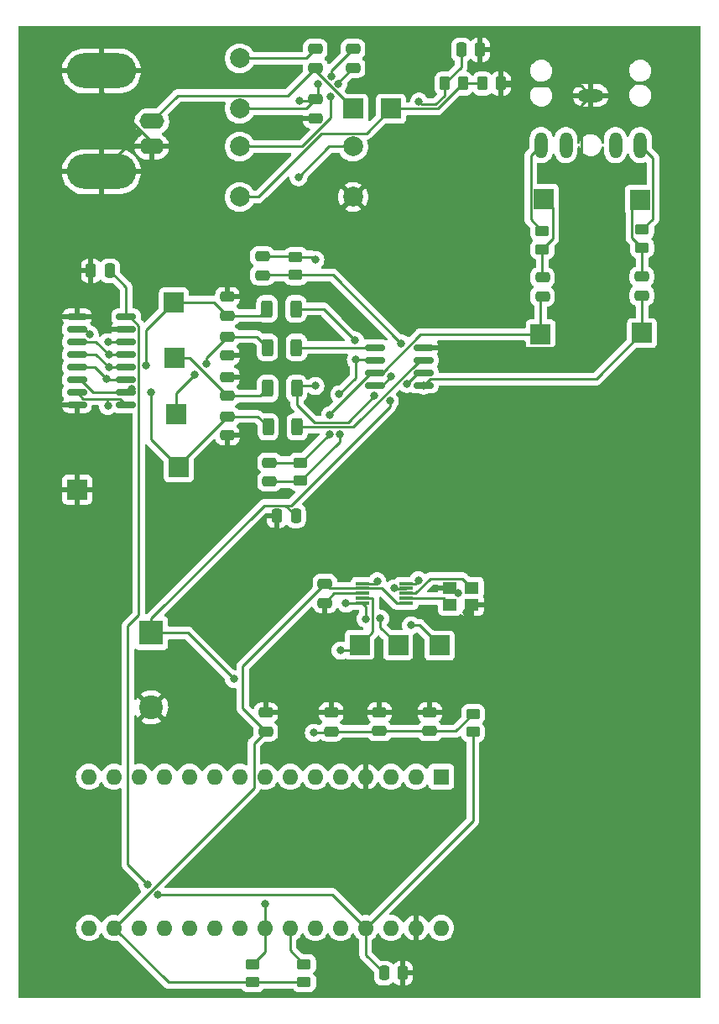
<source format=gbr>
%TF.GenerationSoftware,KiCad,Pcbnew,(6.0.4)*%
%TF.CreationDate,2022-06-06T09:07:08-07:00*%
%TF.ProjectId,Complete Schematic V6,436f6d70-6c65-4746-9520-536368656d61,rev?*%
%TF.SameCoordinates,Original*%
%TF.FileFunction,Copper,L1,Top*%
%TF.FilePolarity,Positive*%
%FSLAX46Y46*%
G04 Gerber Fmt 4.6, Leading zero omitted, Abs format (unit mm)*
G04 Created by KiCad (PCBNEW (6.0.4)) date 2022-06-06 09:07:08*
%MOMM*%
%LPD*%
G01*
G04 APERTURE LIST*
G04 Aperture macros list*
%AMRoundRect*
0 Rectangle with rounded corners*
0 $1 Rounding radius*
0 $2 $3 $4 $5 $6 $7 $8 $9 X,Y pos of 4 corners*
0 Add a 4 corners polygon primitive as box body*
4,1,4,$2,$3,$4,$5,$6,$7,$8,$9,$2,$3,0*
0 Add four circle primitives for the rounded corners*
1,1,$1+$1,$2,$3*
1,1,$1+$1,$4,$5*
1,1,$1+$1,$6,$7*
1,1,$1+$1,$8,$9*
0 Add four rect primitives between the rounded corners*
20,1,$1+$1,$2,$3,$4,$5,0*
20,1,$1+$1,$4,$5,$6,$7,0*
20,1,$1+$1,$6,$7,$8,$9,0*
20,1,$1+$1,$8,$9,$2,$3,0*%
G04 Aperture macros list end*
%TA.AperFunction,ComponentPad*%
%ADD10R,1.600000X1.600000*%
%TD*%
%TA.AperFunction,ComponentPad*%
%ADD11O,1.600000X1.600000*%
%TD*%
%TA.AperFunction,ComponentPad*%
%ADD12R,2.000000X2.000000*%
%TD*%
%TA.AperFunction,SMDPad,CuDef*%
%ADD13RoundRect,0.250000X-0.475000X0.250000X-0.475000X-0.250000X0.475000X-0.250000X0.475000X0.250000X0*%
%TD*%
%TA.AperFunction,ComponentPad*%
%ADD14O,2.616000X1.308000*%
%TD*%
%TA.AperFunction,ComponentPad*%
%ADD15O,1.308000X2.616000*%
%TD*%
%TA.AperFunction,SMDPad,CuDef*%
%ADD16RoundRect,0.250000X0.475000X-0.250000X0.475000X0.250000X-0.475000X0.250000X-0.475000X-0.250000X0*%
%TD*%
%TA.AperFunction,SMDPad,CuDef*%
%ADD17RoundRect,0.250000X0.250000X0.475000X-0.250000X0.475000X-0.250000X-0.475000X0.250000X-0.475000X0*%
%TD*%
%TA.AperFunction,ComponentPad*%
%ADD18C,2.000000*%
%TD*%
%TA.AperFunction,SMDPad,CuDef*%
%ADD19RoundRect,0.150000X0.825000X0.150000X-0.825000X0.150000X-0.825000X-0.150000X0.825000X-0.150000X0*%
%TD*%
%TA.AperFunction,SMDPad,CuDef*%
%ADD20RoundRect,0.250000X-0.262500X-0.450000X0.262500X-0.450000X0.262500X0.450000X-0.262500X0.450000X0*%
%TD*%
%TA.AperFunction,SMDPad,CuDef*%
%ADD21RoundRect,0.250000X-0.312500X-0.625000X0.312500X-0.625000X0.312500X0.625000X-0.312500X0.625000X0*%
%TD*%
%TA.AperFunction,SMDPad,CuDef*%
%ADD22RoundRect,0.250000X-0.250000X-0.475000X0.250000X-0.475000X0.250000X0.475000X-0.250000X0.475000X0*%
%TD*%
%TA.AperFunction,SMDPad,CuDef*%
%ADD23RoundRect,0.250000X-0.450000X0.262500X-0.450000X-0.262500X0.450000X-0.262500X0.450000X0.262500X0*%
%TD*%
%TA.AperFunction,ComponentPad*%
%ADD24R,2.400000X2.400000*%
%TD*%
%TA.AperFunction,ComponentPad*%
%ADD25C,2.400000*%
%TD*%
%TA.AperFunction,ComponentPad*%
%ADD26O,2.500000X1.600000*%
%TD*%
%TA.AperFunction,ComponentPad*%
%ADD27O,7.000000X3.500000*%
%TD*%
%TA.AperFunction,SMDPad,CuDef*%
%ADD28R,1.400000X1.200000*%
%TD*%
%TA.AperFunction,SMDPad,CuDef*%
%ADD29R,1.400000X0.300000*%
%TD*%
%TA.AperFunction,SMDPad,CuDef*%
%ADD30RoundRect,0.250000X0.450000X-0.262500X0.450000X0.262500X-0.450000X0.262500X-0.450000X-0.262500X0*%
%TD*%
%TA.AperFunction,SMDPad,CuDef*%
%ADD31RoundRect,0.150000X-0.825000X-0.150000X0.825000X-0.150000X0.825000X0.150000X-0.825000X0.150000X0*%
%TD*%
%TA.AperFunction,ViaPad*%
%ADD32C,0.800000*%
%TD*%
%TA.AperFunction,Conductor*%
%ADD33C,0.250000*%
%TD*%
G04 APERTURE END LIST*
D10*
%TO.P,A1,1,D1/TX*%
%TO.N,unconnected-(A1-Pad1)*%
X119380000Y-127010000D03*
D11*
%TO.P,A1,2,D0/RX*%
%TO.N,unconnected-(A1-Pad2)*%
X116840000Y-127010000D03*
%TO.P,A1,3,~{RESET}*%
%TO.N,unconnected-(A1-Pad3)*%
X114300000Y-127010000D03*
%TO.P,A1,4,GND*%
%TO.N,GND*%
X111760000Y-127010000D03*
%TO.P,A1,5,D2*%
%TO.N,unconnected-(A1-Pad5)*%
X109220000Y-127010000D03*
%TO.P,A1,6,D3*%
%TO.N,unconnected-(A1-Pad6)*%
X106680000Y-127010000D03*
%TO.P,A1,7,D4*%
%TO.N,unconnected-(A1-Pad7)*%
X104140000Y-127010000D03*
%TO.P,A1,8,D5*%
%TO.N,unconnected-(A1-Pad8)*%
X101600000Y-127010000D03*
%TO.P,A1,9,D6*%
%TO.N,unconnected-(A1-Pad9)*%
X99060000Y-127010000D03*
%TO.P,A1,10,D7*%
%TO.N,unconnected-(A1-Pad10)*%
X96520000Y-127010000D03*
%TO.P,A1,11,D8*%
%TO.N,unconnected-(A1-Pad11)*%
X93980000Y-127010000D03*
%TO.P,A1,12,D9*%
%TO.N,unconnected-(A1-Pad12)*%
X91440000Y-127010000D03*
%TO.P,A1,13,D10*%
%TO.N,unconnected-(A1-Pad13)*%
X88900000Y-127010000D03*
%TO.P,A1,14,D11*%
%TO.N,unconnected-(A1-Pad14)*%
X86360000Y-127010000D03*
%TO.P,A1,15,D12*%
%TO.N,unconnected-(A1-Pad15)*%
X83820000Y-127010000D03*
%TO.P,A1,16,D13*%
%TO.N,unconnected-(A1-Pad16)*%
X83820000Y-142250000D03*
%TO.P,A1,17,3V3*%
%TO.N,+3V3*%
X86360000Y-142250000D03*
%TO.P,A1,18,AREF*%
%TO.N,unconnected-(A1-Pad18)*%
X88900000Y-142250000D03*
%TO.P,A1,19,A0*%
%TO.N,unconnected-(A1-Pad19)*%
X91440000Y-142250000D03*
%TO.P,A1,20,A1*%
%TO.N,unconnected-(A1-Pad20)*%
X93980000Y-142250000D03*
%TO.P,A1,21,A2*%
%TO.N,unconnected-(A1-Pad21)*%
X96520000Y-142250000D03*
%TO.P,A1,22,A3*%
%TO.N,unconnected-(A1-Pad22)*%
X99060000Y-142250000D03*
%TO.P,A1,23,A4*%
%TO.N,/SDA*%
X101600000Y-142250000D03*
%TO.P,A1,24,A5*%
%TO.N,/SCL*%
X104140000Y-142250000D03*
%TO.P,A1,25,A6*%
%TO.N,unconnected-(A1-Pad25)*%
X106680000Y-142250000D03*
%TO.P,A1,26,A7*%
%TO.N,unconnected-(A1-Pad26)*%
X109220000Y-142250000D03*
%TO.P,A1,27,+5V*%
%TO.N,+5V*%
X111760000Y-142250000D03*
%TO.P,A1,28,~{RESET}*%
%TO.N,unconnected-(A1-Pad28)*%
X114300000Y-142250000D03*
%TO.P,A1,29,GND*%
%TO.N,GND*%
X116840000Y-142250000D03*
%TO.P,A1,30,VIN*%
%TO.N,unconnected-(A1-Pad30)*%
X119380000Y-142250000D03*
%TD*%
D12*
%TO.P,TP3,1,1*%
%TO.N,Net-(C9-Pad1)*%
X92913200Y-95834200D03*
%TD*%
D13*
%TO.P,C11,1*%
%TO.N,Net-(C11-Pad1)*%
X97804700Y-82666800D03*
%TO.P,C11,2*%
%TO.N,GND*%
X97804700Y-84566800D03*
%TD*%
%TO.P,C10,1*%
%TO.N,GND*%
X97804700Y-86730800D03*
%TO.P,C10,2*%
%TO.N,Net-(C10-Pad2)*%
X97804700Y-88630800D03*
%TD*%
D14*
%TO.P,J2,1*%
%TO.N,GND*%
X134467600Y-58343800D03*
D15*
%TO.P,J2,2*%
%TO.N,Net-(J2-Pad2)*%
X129467600Y-63343800D03*
%TO.P,J2,3*%
%TO.N,Net-(J2-Pad3)*%
X139467600Y-63343800D03*
%TO.P,J2,10*%
%TO.N,unconnected-(J2-Pad10)*%
X131967600Y-63343800D03*
%TO.P,J2,11*%
%TO.N,unconnected-(J2-Pad11)*%
X136967600Y-63343800D03*
%TD*%
D16*
%TO.P,C16,1*%
%TO.N,Net-(C16-Pad1)*%
X101346000Y-76464200D03*
%TO.P,C16,2*%
%TO.N,Net-(C16-Pad2)*%
X101346000Y-74564200D03*
%TD*%
D13*
%TO.P,C1,1*%
%TO.N,Net-(C1-Pad1)*%
X106680000Y-53660000D03*
%TO.P,C1,2*%
%TO.N,Net-(C1-Pad2)*%
X106680000Y-55560000D03*
%TD*%
D17*
%TO.P,C24,1*%
%TO.N,GND*%
X115504000Y-146812000D03*
%TO.P,C24,2*%
%TO.N,+5V*%
X113604000Y-146812000D03*
%TD*%
D13*
%TO.P,C26,1*%
%TO.N,Net-(C26-Pad1)*%
X139623800Y-76606400D03*
%TO.P,C26,2*%
%TO.N,Net-(C16-Pad1)*%
X139623800Y-78506400D03*
%TD*%
D18*
%TO.P,L1,1,1*%
%TO.N,Net-(C1-Pad1)*%
X99060000Y-54610000D03*
%TO.P,L1,2,2*%
%TO.N,Net-(C2-Pad1)*%
X99060000Y-59690000D03*
%TD*%
D12*
%TO.P,TP1,1,1*%
%TO.N,Net-(C1-Pad2)*%
X110490000Y-59690000D03*
%TD*%
D19*
%TO.P,U3,1*%
%TO.N,Net-(C16-Pad1)*%
X117613200Y-87579200D03*
%TO.P,U3,2,-*%
%TO.N,Net-(C16-Pad2)*%
X117613200Y-86309200D03*
%TO.P,U3,3,+*%
%TO.N,Net-(R4-Pad2)*%
X117613200Y-85039200D03*
%TO.P,U3,4,V-*%
%TO.N,GND*%
X117613200Y-83769200D03*
%TO.P,U3,5,+*%
%TO.N,Net-(R6-Pad2)*%
X112663200Y-83769200D03*
%TO.P,U3,6,-*%
%TO.N,Net-(C17-Pad2)*%
X112663200Y-85039200D03*
%TO.P,U3,7*%
%TO.N,Net-(C17-Pad1)*%
X112663200Y-86309200D03*
%TO.P,U3,8,V+*%
%TO.N,Filtered 5V*%
X112663200Y-87579200D03*
%TD*%
D20*
%TO.P,R3,1*%
%TO.N,Net-(L3-Pad2)*%
X123547500Y-57150000D03*
%TO.P,R3,2*%
%TO.N,GND*%
X125372500Y-57150000D03*
%TD*%
D12*
%TO.P,TP15,1,1*%
%TO.N,Net-(TP15-Pad1)*%
X111150400Y-113715800D03*
%TD*%
%TO.P,TP11,1,1*%
%TO.N,Net-(C26-Pad1)*%
X139420600Y-68859400D03*
%TD*%
D13*
%TO.P,C21,1*%
%TO.N,GND*%
X101676200Y-120548400D03*
%TO.P,C21,2*%
%TO.N,+3V3*%
X101676200Y-122448400D03*
%TD*%
D21*
%TO.P,R7,1*%
%TO.N,Net-(C12-Pad2)*%
X101788500Y-79857600D03*
%TO.P,R7,2*%
%TO.N,Net-(C17-Pad2)*%
X104713500Y-79857600D03*
%TD*%
D22*
%TO.P,C15,1*%
%TO.N,GND*%
X102809000Y-100711000D03*
%TO.P,C15,2*%
%TO.N,Filtered 5V*%
X104709000Y-100711000D03*
%TD*%
%TO.P,C6,1*%
%TO.N,GND*%
X84038400Y-76022200D03*
%TO.P,C6,2*%
%TO.N,+5V*%
X85938400Y-76022200D03*
%TD*%
D16*
%TO.P,C3,1*%
%TO.N,GND*%
X107645200Y-109484200D03*
%TO.P,C3,2*%
%TO.N,+3V3*%
X107645200Y-107584200D03*
%TD*%
D23*
%TO.P,R18,1*%
%TO.N,/SDA*%
X100330000Y-145899500D03*
%TO.P,R18,2*%
%TO.N,+3V3*%
X100330000Y-147724500D03*
%TD*%
D21*
%TO.P,R6,1*%
%TO.N,Net-(C11-Pad1)*%
X101839300Y-83743800D03*
%TO.P,R6,2*%
%TO.N,Net-(R6-Pad2)*%
X104764300Y-83743800D03*
%TD*%
D12*
%TO.P,TP4,1,1*%
%TO.N,Net-(C10-Pad2)*%
X92506800Y-84785200D03*
%TD*%
%TO.P,TP12,1,1*%
%TO.N,Net-(C27-Pad1)*%
X129743200Y-68757800D03*
%TD*%
%TO.P,TP8,1,1*%
%TO.N,Net-(C17-Pad1)*%
X129413000Y-82423000D03*
%TD*%
D20*
%TO.P,R2,1*%
%TO.N,Filtered 5V*%
X119737500Y-57150000D03*
%TO.P,R2,2*%
%TO.N,Net-(L3-Pad2)*%
X121562500Y-57150000D03*
%TD*%
D12*
%TO.P,TP16,1,1*%
%TO.N,GND*%
X82651600Y-98069400D03*
%TD*%
D24*
%TO.P,C13,1*%
%TO.N,Filtered 5V*%
X90119200Y-112522000D03*
D25*
%TO.P,C13,2*%
%TO.N,GND*%
X90119200Y-120022000D03*
%TD*%
D12*
%TO.P,TP13,1,1*%
%TO.N,Net-(TP13-Pad1)*%
X119227600Y-113792000D03*
%TD*%
D21*
%TO.P,R5,1*%
%TO.N,Net-(C10-Pad2)*%
X101864700Y-87884000D03*
%TO.P,R5,2*%
%TO.N,Net-(C16-Pad2)*%
X104789700Y-87884000D03*
%TD*%
D16*
%TO.P,C8,1*%
%TO.N,Filtered 5V*%
X108280200Y-122438200D03*
%TO.P,C8,2*%
%TO.N,GND*%
X108280200Y-120538200D03*
%TD*%
D26*
%TO.P,J1,1,In*%
%TO.N,Net-(C1-Pad2)*%
X90170000Y-60960000D03*
D27*
%TO.P,J1,2,Ext*%
%TO.N,GND*%
X85090000Y-66040000D03*
D26*
X90170000Y-63500000D03*
D27*
X85090000Y-55880000D03*
%TD*%
D23*
%TO.P,R8,1*%
%TO.N,Net-(C16-Pad2)*%
X104698800Y-74625200D03*
%TO.P,R8,2*%
%TO.N,Net-(C16-Pad1)*%
X104698800Y-76450200D03*
%TD*%
D13*
%TO.P,C4,1*%
%TO.N,Net-(C2-Pad1)*%
X110490000Y-53660000D03*
%TO.P,C4,2*%
%TO.N,Net-(C4-Pad2)*%
X110490000Y-55560000D03*
%TD*%
D12*
%TO.P,TP14,1,1*%
%TO.N,Net-(TP14-Pad1)*%
X115036600Y-113766600D03*
%TD*%
D17*
%TO.P,C5,1*%
%TO.N,GND*%
X123301800Y-53746400D03*
%TO.P,C5,2*%
%TO.N,Filtered 5V*%
X121401800Y-53746400D03*
%TD*%
D28*
%TO.P,Y1,1,1*%
%TO.N,Net-(U1-Pad3)*%
X122461200Y-107963600D03*
%TO.P,Y1,2,2*%
%TO.N,GND*%
X120261200Y-107963600D03*
%TO.P,Y1,3,3*%
%TO.N,Net-(U1-Pad2)*%
X120261200Y-109663600D03*
%TO.P,Y1,4,4*%
%TO.N,GND*%
X122461200Y-109663600D03*
%TD*%
D21*
%TO.P,R4,1*%
%TO.N,Net-(C9-Pad1)*%
X101915500Y-91744800D03*
%TO.P,R4,2*%
%TO.N,Net-(R4-Pad2)*%
X104840500Y-91744800D03*
%TD*%
D12*
%TO.P,TP7,1,1*%
%TO.N,Net-(C16-Pad1)*%
X139649200Y-82296000D03*
%TD*%
D13*
%TO.P,C17,1*%
%TO.N,Net-(C17-Pad1)*%
X102057200Y-95351600D03*
%TO.P,C17,2*%
%TO.N,Net-(C17-Pad2)*%
X102057200Y-97251600D03*
%TD*%
D12*
%TO.P,TP6,1,1*%
%TO.N,Net-(C12-Pad2)*%
X92405200Y-79197200D03*
%TD*%
D13*
%TO.P,C12,1*%
%TO.N,GND*%
X97804700Y-78653600D03*
%TO.P,C12,2*%
%TO.N,Net-(C12-Pad2)*%
X97804700Y-80553600D03*
%TD*%
%TO.P,C9,1*%
%TO.N,Net-(C9-Pad1)*%
X97804700Y-90718600D03*
%TO.P,C9,2*%
%TO.N,GND*%
X97804700Y-92618600D03*
%TD*%
%TO.P,C2,1*%
%TO.N,Net-(C2-Pad1)*%
X106680000Y-58740000D03*
%TO.P,C2,2*%
%TO.N,GND*%
X106680000Y-60640000D03*
%TD*%
D12*
%TO.P,TP2,1,1*%
%TO.N,Net-(L3-Pad2)*%
X114300000Y-59690000D03*
%TD*%
D18*
%TO.P,L2,1,1*%
%TO.N,Net-(C2-Pad1)*%
X110490000Y-63500000D03*
%TO.P,L2,2,2*%
%TO.N,GND*%
X110490000Y-68580000D03*
%TD*%
D16*
%TO.P,C7,1*%
%TO.N,Filtered 5V*%
X118237000Y-122423000D03*
%TO.P,C7,2*%
%TO.N,GND*%
X118237000Y-120523000D03*
%TD*%
D29*
%TO.P,U1,1,VDD*%
%TO.N,+3V3*%
X115865000Y-109534200D03*
%TO.P,U1,2,XA*%
%TO.N,Net-(U1-Pad2)*%
X115865000Y-109034200D03*
%TO.P,U1,3,XB*%
%TO.N,Net-(U1-Pad3)*%
X115865000Y-108534200D03*
%TO.P,U1,4,SCL*%
%TO.N,/SCL*%
X115865000Y-108034200D03*
%TO.P,U1,5,SDA*%
%TO.N,/SDA*%
X115865000Y-107534200D03*
%TO.P,U1,6,CLK2*%
%TO.N,Net-(TP13-Pad1)*%
X111465000Y-107534200D03*
%TO.P,U1,7,VDDO*%
%TO.N,+3V3*%
X111465000Y-108034200D03*
%TO.P,U1,8,GND*%
%TO.N,GND*%
X111465000Y-108534200D03*
%TO.P,U1,9,CLK1*%
%TO.N,Net-(TP15-Pad1)*%
X111465000Y-109034200D03*
%TO.P,U1,10,CLK0*%
%TO.N,Net-(TP14-Pad1)*%
X111465000Y-109534200D03*
%TD*%
D13*
%TO.P,C14,1*%
%TO.N,GND*%
X113157000Y-120523000D03*
%TO.P,C14,2*%
%TO.N,Filtered 5V*%
X113157000Y-122423000D03*
%TD*%
D12*
%TO.P,TP5,1,1*%
%TO.N,Net-(C11-Pad1)*%
X92608400Y-90500200D03*
%TD*%
D23*
%TO.P,R20,1*%
%TO.N,Net-(J2-Pad3)*%
X139649200Y-71882000D03*
%TO.P,R20,2*%
%TO.N,Net-(C26-Pad1)*%
X139649200Y-73707000D03*
%TD*%
D30*
%TO.P,R1,1*%
%TO.N,+5V*%
X122605800Y-122500400D03*
%TO.P,R1,2*%
%TO.N,Filtered 5V*%
X122605800Y-120675400D03*
%TD*%
%TO.P,R9,1*%
%TO.N,Net-(C17-Pad2)*%
X105206800Y-97178500D03*
%TO.P,R9,2*%
%TO.N,Net-(C17-Pad1)*%
X105206800Y-95353500D03*
%TD*%
D18*
%TO.P,L3,1,1*%
%TO.N,Net-(C4-Pad2)*%
X99060000Y-63500000D03*
%TO.P,L3,2,2*%
%TO.N,Net-(L3-Pad2)*%
X99060000Y-68580000D03*
%TD*%
D30*
%TO.P,R19,1*%
%TO.N,+3V3*%
X105537000Y-147724500D03*
%TO.P,R19,2*%
%TO.N,/SCL*%
X105537000Y-145899500D03*
%TD*%
D31*
%TO.P,U2,1,1~{OE}*%
%TO.N,GND*%
X82615000Y-80645000D03*
%TO.P,U2,2,S1*%
%TO.N,Net-(TP15-Pad1)*%
X82615000Y-81915000D03*
%TO.P,U2,3,1B4*%
%TO.N,Net-(C10-Pad2)*%
X82615000Y-83185000D03*
%TO.P,U2,4,1B3*%
%TO.N,Net-(C12-Pad2)*%
X82615000Y-84455000D03*
%TO.P,U2,5,1B2*%
%TO.N,Net-(C11-Pad1)*%
X82615000Y-85725000D03*
%TO.P,U2,6,1B1*%
%TO.N,Net-(C9-Pad1)*%
X82615000Y-86995000D03*
%TO.P,U2,7,1A*%
%TO.N,Net-(L3-Pad2)*%
X82615000Y-88265000D03*
%TO.P,U2,8,GND*%
%TO.N,GND*%
X82615000Y-89535000D03*
%TO.P,U2,9,2A*%
%TO.N,Net-(L3-Pad2)*%
X87565000Y-89535000D03*
%TO.P,U2,10,2B1*%
%TO.N,Net-(C9-Pad1)*%
X87565000Y-88265000D03*
%TO.P,U2,11,2B2*%
%TO.N,Net-(C11-Pad1)*%
X87565000Y-86995000D03*
%TO.P,U2,12,2B3*%
%TO.N,Net-(C12-Pad2)*%
X87565000Y-85725000D03*
%TO.P,U2,13,2B4*%
%TO.N,Net-(C10-Pad2)*%
X87565000Y-84455000D03*
%TO.P,U2,14,S0*%
%TO.N,Net-(TP14-Pad1)*%
X87565000Y-83185000D03*
%TO.P,U2,15,2~{OE}*%
%TO.N,GND*%
X87565000Y-81915000D03*
%TO.P,U2,16,VCC*%
%TO.N,+5V*%
X87565000Y-80645000D03*
%TD*%
D13*
%TO.P,C27,1*%
%TO.N,Net-(C27-Pad1)*%
X129606000Y-76701600D03*
%TO.P,C27,2*%
%TO.N,Net-(C17-Pad1)*%
X129606000Y-78601600D03*
%TD*%
D23*
%TO.P,R21,1*%
%TO.N,Net-(J2-Pad2)*%
X129590800Y-72012800D03*
%TO.P,R21,2*%
%TO.N,Net-(C27-Pad1)*%
X129590800Y-73837800D03*
%TD*%
D32*
%TO.N,Net-(C10-Pad2)*%
X85826600Y-84480400D03*
%TO.N,Net-(C9-Pad1)*%
X88140020Y-87894500D03*
X90093800Y-88290400D03*
%TO.N,Net-(L3-Pad2)*%
X85750400Y-89636600D03*
%TO.N,Net-(TP13-Pad1)*%
X112932238Y-107309700D03*
X116339801Y-111760000D03*
%TO.N,GND*%
X121920000Y-110490000D03*
X121097032Y-108479689D03*
%TO.N,Net-(TP15-Pad1)*%
X109220000Y-114300000D03*
X83902251Y-82445021D03*
%TO.N,Net-(TP14-Pad1)*%
X85750400Y-83210400D03*
X109778800Y-109550200D03*
X113214011Y-111074200D03*
X111765011Y-111099600D03*
%TO.N,Net-(C17-Pad1)*%
X108153200Y-90563100D03*
X108153200Y-92469300D03*
%TO.N,Net-(C16-Pad1)*%
X117613200Y-87579200D03*
X115357865Y-83353865D03*
%TO.N,Net-(C12-Pad2)*%
X89589020Y-85598000D03*
X85826600Y-85750400D03*
%TO.N,Net-(C11-Pad1)*%
X85648800Y-86944200D03*
X95681800Y-85394800D03*
X94488000Y-86512400D03*
%TO.N,Net-(C17-Pad2)*%
X110769400Y-84988400D03*
X110667800Y-83019300D03*
X109152703Y-92469300D03*
X109098265Y-88473465D03*
%TO.N,Net-(C16-Pad2)*%
X115899863Y-87401063D03*
X106680000Y-74930000D03*
X112614665Y-88637065D03*
X106680000Y-87630000D03*
%TO.N,+5V*%
X89738901Y-137846501D03*
X90776199Y-138858399D03*
%TO.N,Filtered 5V*%
X117144800Y-58965500D03*
X114325400Y-86676563D03*
X98475800Y-117170200D03*
X114198063Y-89102863D03*
X106527600Y-122580400D03*
%TO.N,/SDA*%
X117064301Y-107209101D03*
X101600000Y-139801600D03*
%TO.N,/SCL*%
X114663301Y-108012377D03*
%TO.N,Net-(C2-Pad1)*%
X108284499Y-56459901D03*
X104978200Y-66573400D03*
X105054400Y-58902600D03*
X106934000Y-57226200D03*
%TO.N,Net-(C4-Pad2)*%
X108237800Y-58462400D03*
X108991254Y-57166656D03*
%TD*%
D33*
%TO.N,Net-(C10-Pad2)*%
X84531200Y-83185000D02*
X85826600Y-84480400D01*
X82615000Y-83185000D02*
X84531200Y-83185000D01*
X97804700Y-88630800D02*
X101117900Y-88630800D01*
X101117900Y-88630800D02*
X101864700Y-87884000D01*
X92506800Y-84785200D02*
X93959100Y-84785200D01*
X85852000Y-84455000D02*
X85826600Y-84480400D01*
X87565000Y-84455000D02*
X85852000Y-84455000D01*
X93959100Y-84785200D02*
X97804700Y-88630800D01*
%TO.N,Net-(C9-Pad1)*%
X87935500Y-87894500D02*
X87565000Y-88265000D01*
X82991072Y-86995000D02*
X84261072Y-88265000D01*
X84261072Y-88265000D02*
X87565000Y-88265000D01*
X90093800Y-93014800D02*
X90093800Y-88290400D01*
X92913200Y-95834200D02*
X90093800Y-93014800D01*
X100889300Y-90718600D02*
X101915500Y-91744800D01*
X82615000Y-86995000D02*
X82991072Y-86995000D01*
X97804700Y-90718600D02*
X100889300Y-90718600D01*
X92913200Y-95834200D02*
X92913200Y-95610100D01*
X88140020Y-87894500D02*
X87935500Y-87894500D01*
X92913200Y-95610100D02*
X97804700Y-90718600D01*
%TO.N,Net-(L3-Pad2)*%
X114300000Y-59690000D02*
X119022500Y-59690000D01*
X119022500Y-59690000D02*
X121562500Y-57150000D01*
X114300000Y-59690000D02*
X111814511Y-62175489D01*
X111814511Y-62175489D02*
X107317722Y-62175489D01*
X85659280Y-88910480D02*
X86940480Y-88910480D01*
X85659280Y-89545480D02*
X85750400Y-89636600D01*
X86940480Y-88910480D02*
X87565000Y-89535000D01*
X100913211Y-68580000D02*
X99060000Y-68580000D01*
X107317722Y-62175489D02*
X100913211Y-68580000D01*
X82615000Y-88265000D02*
X83260480Y-88910480D01*
X83260480Y-88910480D02*
X85659280Y-88910480D01*
X85659280Y-88910480D02*
X85659280Y-89545480D01*
X121562500Y-57150000D02*
X123547500Y-57150000D01*
%TO.N,Net-(C1-Pad2)*%
X106680000Y-55880000D02*
X110490000Y-59690000D01*
X92764511Y-58365489D02*
X103874511Y-58365489D01*
X90170000Y-60960000D02*
X92764511Y-58365489D01*
X103874511Y-58365489D02*
X106680000Y-55560000D01*
X106680000Y-55560000D02*
X106680000Y-55880000D01*
%TO.N,Net-(TP13-Pad1)*%
X111465000Y-107534200D02*
X112707738Y-107534200D01*
X117195600Y-111760000D02*
X119227600Y-113792000D01*
X112707738Y-107534200D02*
X112932238Y-107309700D01*
X116339801Y-111760000D02*
X117195600Y-111760000D01*
%TO.N,GND*%
X130715822Y-83769200D02*
X117613200Y-83769200D01*
X107645200Y-109484200D02*
X108595200Y-108534200D01*
X120580943Y-107963600D02*
X121097032Y-108479689D01*
X121920000Y-110490000D02*
X121920000Y-110204800D01*
X133493079Y-80991943D02*
X130715822Y-83769200D01*
X87630000Y-63500000D02*
X90170000Y-63500000D01*
X133493079Y-57369279D02*
X125591779Y-57369279D01*
X85090000Y-57920311D02*
X90170000Y-63000311D01*
X108595200Y-108534200D02*
X111465000Y-108534200D01*
X121920000Y-110204800D02*
X122461200Y-109663600D01*
X85090000Y-66040000D02*
X87630000Y-63500000D01*
X90170000Y-63000311D02*
X90170000Y-63500000D01*
X120261200Y-107963600D02*
X120580943Y-107963600D01*
X133493079Y-59318321D02*
X133493079Y-80991943D01*
X134467600Y-58343800D02*
X133493079Y-59318321D01*
X125591779Y-57369279D02*
X125372500Y-57150000D01*
X85090000Y-55880000D02*
X85090000Y-57920311D01*
X134467600Y-58343800D02*
X133493079Y-57369279D01*
%TO.N,Net-(TP15-Pad1)*%
X109220000Y-114300000D02*
X110566200Y-114300000D01*
X83372230Y-81915000D02*
X83902251Y-82445021D01*
X82615000Y-81915000D02*
X83372230Y-81915000D01*
X111150400Y-113715800D02*
X112489511Y-112376689D01*
X112489511Y-112376689D02*
X112489511Y-109059689D01*
X112464022Y-109034200D02*
X111465000Y-109034200D01*
X112489511Y-109059689D02*
X112464022Y-109034200D01*
X110566200Y-114300000D02*
X111150400Y-113715800D01*
%TO.N,Net-(TP14-Pad1)*%
X111765011Y-111099600D02*
X111765011Y-109834211D01*
X87539600Y-83210400D02*
X87565000Y-83185000D01*
X85750400Y-83210400D02*
X87539600Y-83210400D01*
X115036600Y-113766600D02*
X113214011Y-111944011D01*
X111465000Y-109534200D02*
X109794800Y-109534200D01*
X111765011Y-109834211D02*
X111465000Y-109534200D01*
X113214011Y-111944011D02*
X113214011Y-111074200D01*
X109794800Y-109534200D02*
X109778800Y-109550200D01*
%TO.N,Net-(C27-Pad1)*%
X129590800Y-76686400D02*
X129606000Y-76701600D01*
X130615320Y-69629920D02*
X130615320Y-72813280D01*
X129590800Y-73837800D02*
X129590800Y-76686400D01*
X129743200Y-68757800D02*
X130615320Y-69629920D01*
X130615320Y-72813280D02*
X129590800Y-73837800D01*
%TO.N,Net-(C26-Pad1)*%
X139649200Y-76581000D02*
X139623800Y-76606400D01*
X138624680Y-72682480D02*
X139649200Y-73707000D01*
X139649200Y-73707000D02*
X139649200Y-76581000D01*
X138624680Y-69655320D02*
X138624680Y-72682480D01*
X139420600Y-68859400D02*
X138624680Y-69655320D01*
%TO.N,Net-(C17-Pad1)*%
X129413000Y-82423000D02*
X117313328Y-82423000D01*
X108153200Y-90443128D02*
X112287128Y-86309200D01*
X102057200Y-95351600D02*
X105204900Y-95351600D01*
X108091000Y-92469300D02*
X108153200Y-92469300D01*
X117313328Y-82423000D02*
X113427128Y-86309200D01*
X129413000Y-78794600D02*
X129413000Y-82423000D01*
X113427128Y-86309200D02*
X112663200Y-86309200D01*
X105204900Y-95351600D02*
X105206800Y-95353500D01*
X112287128Y-86309200D02*
X112663200Y-86309200D01*
X108153200Y-90563100D02*
X108153200Y-90443128D01*
X105206800Y-95353500D02*
X108091000Y-92469300D01*
X129606000Y-78601600D02*
X129413000Y-78794600D01*
%TO.N,Net-(C16-Pad1)*%
X104698800Y-76450200D02*
X101360000Y-76450200D01*
X139649200Y-78531800D02*
X139649200Y-82296000D01*
X108454200Y-76450200D02*
X115357865Y-83353865D01*
X104698800Y-76450200D02*
X108454200Y-76450200D01*
X101360000Y-76450200D02*
X101346000Y-76464200D01*
X135011480Y-86933720D02*
X118258680Y-86933720D01*
X118258680Y-86933720D02*
X117613200Y-87579200D01*
X139649200Y-82296000D02*
X135011480Y-86933720D01*
X139623800Y-78506400D02*
X139649200Y-78531800D01*
%TO.N,Net-(C12-Pad2)*%
X96448300Y-79197200D02*
X97804700Y-80553600D01*
X97804700Y-80553600D02*
X101092500Y-80553600D01*
X101092500Y-80553600D02*
X101788500Y-79857600D01*
X89589020Y-85598000D02*
X89589020Y-82013380D01*
X84531200Y-84455000D02*
X85826600Y-85750400D01*
X82615000Y-84455000D02*
X84531200Y-84455000D01*
X87565000Y-85725000D02*
X85852000Y-85725000D01*
X89589020Y-82013380D02*
X92405200Y-79197200D01*
X85852000Y-85725000D02*
X85826600Y-85750400D01*
X92405200Y-79197200D02*
X96448300Y-79197200D01*
%TO.N,Net-(C11-Pad1)*%
X87565000Y-86995000D02*
X85699600Y-86995000D01*
X92608400Y-88392000D02*
X94488000Y-86512400D01*
X92608400Y-90500200D02*
X92608400Y-88392000D01*
X84429600Y-85725000D02*
X85648800Y-86944200D01*
X95681800Y-85394800D02*
X95681800Y-84789700D01*
X97804700Y-82666800D02*
X100762300Y-82666800D01*
X85699600Y-86995000D02*
X85648800Y-86944200D01*
X100762300Y-82666800D02*
X101839300Y-83743800D01*
X82615000Y-85725000D02*
X84429600Y-85725000D01*
X95681800Y-84789700D02*
X97804700Y-82666800D01*
%TO.N,Net-(R4-Pad2)*%
X104840500Y-91744800D02*
X110531528Y-91744800D01*
X117237128Y-85039200D02*
X117613200Y-85039200D01*
X110531528Y-91744800D02*
X117237128Y-85039200D01*
%TO.N,Net-(C17-Pad2)*%
X110769400Y-84988400D02*
X112612400Y-84988400D01*
X104713500Y-79857600D02*
X107506100Y-79857600D01*
X107506100Y-79857600D02*
X110667800Y-83019300D01*
X110769400Y-86802330D02*
X110769400Y-84988400D01*
X109098265Y-88473465D02*
X110769400Y-86802330D01*
X112612400Y-84988400D02*
X112663200Y-85039200D01*
X105206800Y-97178500D02*
X109152703Y-93232597D01*
X109152703Y-93232597D02*
X109152703Y-92469300D01*
X105133700Y-97251600D02*
X105206800Y-97178500D01*
X102057200Y-97251600D02*
X105133700Y-97251600D01*
%TO.N,Net-(R6-Pad2)*%
X104764300Y-83743800D02*
X112637800Y-83743800D01*
X112637800Y-83743800D02*
X112663200Y-83769200D01*
%TO.N,Net-(C16-Pad2)*%
X104789700Y-87884000D02*
X104789700Y-89498900D01*
X115899863Y-87401063D02*
X116991726Y-86309200D01*
X104789700Y-89498900D02*
X106578400Y-91287600D01*
X106578400Y-91287600D02*
X109964130Y-91287600D01*
X105043700Y-87630000D02*
X104789700Y-87884000D01*
X101346000Y-74564200D02*
X104637800Y-74564200D01*
X106680000Y-87630000D02*
X105043700Y-87630000D01*
X106375200Y-74625200D02*
X106680000Y-74930000D01*
X104637800Y-74564200D02*
X104698800Y-74625200D01*
X116991726Y-86309200D02*
X117613200Y-86309200D01*
X104698800Y-74625200D02*
X106375200Y-74625200D01*
X109964130Y-91287600D02*
X112614665Y-88637065D01*
%TO.N,+5V*%
X122605800Y-131404200D02*
X111760000Y-142250000D01*
X111760000Y-144968000D02*
X113604000Y-146812000D01*
X87941072Y-80645000D02*
X88864520Y-81568448D01*
X88864520Y-81568448D02*
X88864520Y-110727658D01*
X87565000Y-77648800D02*
X87565000Y-80645000D01*
X90776199Y-138858399D02*
X108368399Y-138858399D01*
X88864520Y-110727658D02*
X87761641Y-111830537D01*
X85938400Y-76022200D02*
X87565000Y-77648800D01*
X108368399Y-138858399D02*
X111760000Y-142250000D01*
X87565000Y-80645000D02*
X87941072Y-80645000D01*
X87761641Y-111830537D02*
X87761641Y-135869241D01*
X87761641Y-135869241D02*
X89738901Y-137846501D01*
X122605800Y-122500400D02*
X122605800Y-131404200D01*
X111760000Y-142250000D02*
X111760000Y-144968000D01*
%TO.N,Filtered 5V*%
X90119200Y-112522000D02*
X93827600Y-112522000D01*
X113157000Y-122423000D02*
X118237000Y-122423000D01*
X108280200Y-122438200D02*
X113141800Y-122438200D01*
X93827600Y-112522000D02*
X98475800Y-117170200D01*
X104248813Y-99661480D02*
X114198063Y-89712230D01*
X103659480Y-99661480D02*
X101529720Y-99661480D01*
X120858200Y-122423000D02*
X122605800Y-120675400D01*
X118237000Y-122423000D02*
X120858200Y-122423000D01*
X121401800Y-53746400D02*
X121401800Y-55485700D01*
X119737500Y-58339282D02*
X118836302Y-59240480D01*
X103659480Y-99661480D02*
X104248813Y-99661480D01*
X108138000Y-122580400D02*
X108280200Y-122438200D01*
X90119200Y-111072000D02*
X90119200Y-112522000D01*
X119737500Y-57150000D02*
X119737500Y-58339282D01*
X114198063Y-89712230D02*
X114198063Y-89102863D01*
X118836302Y-59240480D02*
X117419780Y-59240480D01*
X104709000Y-100711000D02*
X103659480Y-99661480D01*
X113141800Y-122438200D02*
X113157000Y-122423000D01*
X121401800Y-55485700D02*
X119737500Y-57150000D01*
X113422763Y-87579200D02*
X112663200Y-87579200D01*
X114325400Y-86676563D02*
X113422763Y-87579200D01*
X106527600Y-122580400D02*
X108138000Y-122580400D01*
X101529720Y-99661480D02*
X90119200Y-111072000D01*
X117419780Y-59240480D02*
X117144800Y-58965500D01*
%TO.N,/SDA*%
X116739202Y-107534200D02*
X117064301Y-107209101D01*
X115865000Y-107534200D02*
X116739202Y-107534200D01*
X100330000Y-145899500D02*
X101600000Y-144629500D01*
X101600000Y-144629500D02*
X101600000Y-142250000D01*
X101600000Y-139801600D02*
X101600000Y-142250000D01*
%TO.N,+3V3*%
X99364800Y-115864600D02*
X99364800Y-120137000D01*
X100475489Y-123649111D02*
X100475489Y-128134511D01*
X86360000Y-142250000D02*
X91834500Y-147724500D01*
X91834500Y-147724500D02*
X100330000Y-147724500D01*
X114865978Y-109534200D02*
X115865000Y-109534200D01*
X107645200Y-107584200D02*
X99364800Y-115864600D01*
X99364800Y-120137000D02*
X101676200Y-122448400D01*
X101676200Y-122448400D02*
X100475489Y-123649111D01*
X108095200Y-108034200D02*
X107645200Y-107584200D01*
X111465000Y-108034200D02*
X108095200Y-108034200D01*
X100330000Y-147724500D02*
X105537000Y-147724500D01*
X100475489Y-128134511D02*
X86360000Y-142250000D01*
X111465000Y-108034200D02*
X113365978Y-108034200D01*
X113365978Y-108034200D02*
X114865978Y-109534200D01*
%TO.N,/SCL*%
X104140000Y-142250000D02*
X104140000Y-144502500D01*
X104140000Y-144502500D02*
X105537000Y-145899500D01*
X114663301Y-108012377D02*
X114710613Y-108059689D01*
X114710613Y-108059689D02*
X115824000Y-108059689D01*
%TO.N,Net-(J2-Pad3)*%
X140745111Y-64621311D02*
X140745111Y-70786089D01*
X139467600Y-63343800D02*
X140745111Y-64621311D01*
X140745111Y-70786089D02*
X139649200Y-71882000D01*
%TO.N,Net-(J2-Pad2)*%
X129467600Y-63343800D02*
X128418689Y-64392711D01*
X128418689Y-70840689D02*
X129590800Y-72012800D01*
X128418689Y-64392711D02*
X128418689Y-70840689D01*
%TO.N,Net-(U1-Pad2)*%
X120261200Y-109663600D02*
X119631800Y-109034200D01*
X119631800Y-109034200D02*
X115865000Y-109034200D01*
%TO.N,Net-(U1-Pad3)*%
X116763800Y-108534200D02*
X115865000Y-108534200D01*
X118258911Y-107039089D02*
X116763800Y-108534200D01*
X122461200Y-107963600D02*
X121536689Y-107039089D01*
X121536689Y-107039089D02*
X118258911Y-107039089D01*
%TO.N,Net-(C2-Pad1)*%
X99060000Y-59690000D02*
X105730000Y-59690000D01*
X106934000Y-57226200D02*
X106934000Y-58486000D01*
X105054400Y-58902600D02*
X106517400Y-58902600D01*
X110490000Y-53660000D02*
X108284499Y-55865501D01*
X110490000Y-63500000D02*
X108051600Y-63500000D01*
X108284499Y-55865501D02*
X108284499Y-56459901D01*
X106517400Y-58902600D02*
X106680000Y-58740000D01*
X108051600Y-63500000D02*
X104978200Y-66573400D01*
X106934000Y-58486000D02*
X106680000Y-58740000D01*
X105730000Y-59690000D02*
X106680000Y-58740000D01*
%TO.N,Net-(C1-Pad1)*%
X105730000Y-54610000D02*
X106680000Y-53660000D01*
X99060000Y-54610000D02*
X105730000Y-54610000D01*
%TO.N,Net-(C4-Pad2)*%
X108991254Y-57058746D02*
X110490000Y-55560000D01*
X99060000Y-63500000D02*
X105357493Y-63500000D01*
X108237800Y-60619693D02*
X108237800Y-58462400D01*
X108991254Y-57166656D02*
X108991254Y-57058746D01*
X105357493Y-63500000D02*
X108237800Y-60619693D01*
%TD*%
%TA.AperFunction,Conductor*%
%TO.N,GND*%
G36*
X145483621Y-51328502D02*
G01*
X145530114Y-51382158D01*
X145541500Y-51434500D01*
X145541500Y-149225500D01*
X145521498Y-149293621D01*
X145467842Y-149340114D01*
X145415500Y-149351500D01*
X76834500Y-149351500D01*
X76766379Y-149331498D01*
X76719886Y-149277842D01*
X76708500Y-149225500D01*
X76708500Y-99114069D01*
X81143601Y-99114069D01*
X81143971Y-99120890D01*
X81149495Y-99171752D01*
X81153121Y-99187004D01*
X81198276Y-99307454D01*
X81206814Y-99323049D01*
X81283315Y-99425124D01*
X81295876Y-99437685D01*
X81397951Y-99514186D01*
X81413546Y-99522724D01*
X81533994Y-99567878D01*
X81549249Y-99571505D01*
X81600114Y-99577031D01*
X81606928Y-99577400D01*
X82379485Y-99577400D01*
X82394724Y-99572925D01*
X82395929Y-99571535D01*
X82397600Y-99563852D01*
X82397600Y-99559284D01*
X82905600Y-99559284D01*
X82910075Y-99574523D01*
X82911465Y-99575728D01*
X82919148Y-99577399D01*
X83696269Y-99577399D01*
X83703090Y-99577029D01*
X83753952Y-99571505D01*
X83769204Y-99567879D01*
X83889654Y-99522724D01*
X83905249Y-99514186D01*
X84007324Y-99437685D01*
X84019885Y-99425124D01*
X84096386Y-99323049D01*
X84104924Y-99307454D01*
X84150078Y-99187006D01*
X84153705Y-99171751D01*
X84159231Y-99120886D01*
X84159600Y-99114072D01*
X84159600Y-98341515D01*
X84155125Y-98326276D01*
X84153735Y-98325071D01*
X84146052Y-98323400D01*
X82923715Y-98323400D01*
X82908476Y-98327875D01*
X82907271Y-98329265D01*
X82905600Y-98336948D01*
X82905600Y-99559284D01*
X82397600Y-99559284D01*
X82397600Y-98341515D01*
X82393125Y-98326276D01*
X82391735Y-98325071D01*
X82384052Y-98323400D01*
X81161716Y-98323400D01*
X81146477Y-98327875D01*
X81145272Y-98329265D01*
X81143601Y-98336948D01*
X81143601Y-99114069D01*
X76708500Y-99114069D01*
X76708500Y-97797285D01*
X81143600Y-97797285D01*
X81148075Y-97812524D01*
X81149465Y-97813729D01*
X81157148Y-97815400D01*
X82379485Y-97815400D01*
X82394724Y-97810925D01*
X82395929Y-97809535D01*
X82397600Y-97801852D01*
X82397600Y-97797285D01*
X82905600Y-97797285D01*
X82910075Y-97812524D01*
X82911465Y-97813729D01*
X82919148Y-97815400D01*
X84141484Y-97815400D01*
X84156723Y-97810925D01*
X84157928Y-97809535D01*
X84159599Y-97801852D01*
X84159599Y-97024731D01*
X84159229Y-97017910D01*
X84153705Y-96967048D01*
X84150079Y-96951796D01*
X84104924Y-96831346D01*
X84096386Y-96815751D01*
X84019885Y-96713676D01*
X84007324Y-96701115D01*
X83905249Y-96624614D01*
X83889654Y-96616076D01*
X83769206Y-96570922D01*
X83753951Y-96567295D01*
X83703086Y-96561769D01*
X83696272Y-96561400D01*
X82923715Y-96561400D01*
X82908476Y-96565875D01*
X82907271Y-96567265D01*
X82905600Y-96574948D01*
X82905600Y-97797285D01*
X82397600Y-97797285D01*
X82397600Y-96579516D01*
X82393125Y-96564277D01*
X82391735Y-96563072D01*
X82384052Y-96561401D01*
X81606931Y-96561401D01*
X81600110Y-96561771D01*
X81549248Y-96567295D01*
X81533996Y-96570921D01*
X81413546Y-96616076D01*
X81397951Y-96624614D01*
X81295876Y-96701115D01*
X81283315Y-96713676D01*
X81206814Y-96815751D01*
X81198276Y-96831346D01*
X81153122Y-96951794D01*
X81149495Y-96967049D01*
X81143969Y-97017914D01*
X81143600Y-97024728D01*
X81143600Y-97797285D01*
X76708500Y-97797285D01*
X76708500Y-89800871D01*
X81138456Y-89800871D01*
X81179107Y-89940790D01*
X81185352Y-89955221D01*
X81261911Y-90084678D01*
X81271551Y-90097104D01*
X81377896Y-90203449D01*
X81390322Y-90213089D01*
X81519779Y-90289648D01*
X81534210Y-90295893D01*
X81680065Y-90338269D01*
X81692667Y-90340570D01*
X81721084Y-90342807D01*
X81726014Y-90343000D01*
X82342885Y-90343000D01*
X82358124Y-90338525D01*
X82359329Y-90337135D01*
X82361000Y-90329452D01*
X82361000Y-89807115D01*
X82356525Y-89791876D01*
X82355135Y-89790671D01*
X82347452Y-89789000D01*
X81153122Y-89789000D01*
X81139591Y-89792973D01*
X81138456Y-89800871D01*
X76708500Y-89800871D01*
X76708500Y-88481502D01*
X81131500Y-88481502D01*
X81131693Y-88483950D01*
X81131693Y-88483958D01*
X81132650Y-88496109D01*
X81134438Y-88518831D01*
X81161610Y-88612358D01*
X81178261Y-88669671D01*
X81180855Y-88678601D01*
X81265547Y-88821807D01*
X81268487Y-88824747D01*
X81293820Y-88889266D01*
X81279921Y-88958889D01*
X81267874Y-88977636D01*
X81261910Y-88985324D01*
X81185352Y-89114779D01*
X81179107Y-89129210D01*
X81140061Y-89263605D01*
X81140101Y-89277706D01*
X81147370Y-89281000D01*
X82680285Y-89281000D01*
X82748406Y-89301002D01*
X82767811Y-89318211D01*
X82768480Y-89317498D01*
X82818147Y-89364138D01*
X82820989Y-89366893D01*
X82832095Y-89377999D01*
X82866121Y-89440311D01*
X82869000Y-89467094D01*
X82869000Y-90324884D01*
X82873475Y-90340123D01*
X82874865Y-90341328D01*
X82882548Y-90342999D01*
X83503984Y-90342999D01*
X83508920Y-90342805D01*
X83537336Y-90340570D01*
X83549931Y-90338270D01*
X83695790Y-90295893D01*
X83710221Y-90289648D01*
X83839678Y-90213089D01*
X83852104Y-90203449D01*
X83958449Y-90097104D01*
X83968089Y-90084678D01*
X84044648Y-89955221D01*
X84050893Y-89940790D01*
X84093269Y-89794935D01*
X84095570Y-89782333D01*
X84097807Y-89753916D01*
X84098000Y-89748986D01*
X84098000Y-89669980D01*
X84118002Y-89601859D01*
X84171658Y-89555366D01*
X84224000Y-89543980D01*
X84713710Y-89543980D01*
X84781831Y-89563982D01*
X84828324Y-89617638D01*
X84839020Y-89656809D01*
X84854818Y-89807115D01*
X84856858Y-89826528D01*
X84915873Y-90008156D01*
X84919176Y-90013878D01*
X84919177Y-90013879D01*
X84946445Y-90061108D01*
X85011360Y-90173544D01*
X85015778Y-90178451D01*
X85015779Y-90178452D01*
X85121523Y-90295893D01*
X85139147Y-90315466D01*
X85205263Y-90363502D01*
X85280548Y-90418200D01*
X85293648Y-90427718D01*
X85299676Y-90430402D01*
X85299678Y-90430403D01*
X85318116Y-90438612D01*
X85468112Y-90505394D01*
X85543047Y-90521322D01*
X85648456Y-90543728D01*
X85648461Y-90543728D01*
X85654913Y-90545100D01*
X85845887Y-90545100D01*
X85852339Y-90543728D01*
X85852344Y-90543728D01*
X85957753Y-90521322D01*
X86032688Y-90505394D01*
X86182684Y-90438612D01*
X86201122Y-90430403D01*
X86201124Y-90430402D01*
X86207152Y-90427718D01*
X86220253Y-90418200D01*
X86361653Y-90315466D01*
X86362683Y-90316884D01*
X86418908Y-90289905D01*
X86475591Y-90296927D01*
X86476399Y-90294145D01*
X86636169Y-90340562D01*
X86642574Y-90341066D01*
X86642579Y-90341067D01*
X86671042Y-90343307D01*
X86671050Y-90343307D01*
X86673498Y-90343500D01*
X88105020Y-90343500D01*
X88173141Y-90363502D01*
X88219634Y-90417158D01*
X88231020Y-90469500D01*
X88231020Y-110413063D01*
X88211018Y-110481184D01*
X88194115Y-110502158D01*
X87369388Y-111326885D01*
X87361102Y-111334425D01*
X87354623Y-111338537D01*
X87349198Y-111344314D01*
X87307998Y-111388188D01*
X87305243Y-111391030D01*
X87285506Y-111410767D01*
X87283026Y-111413964D01*
X87275323Y-111422984D01*
X87245055Y-111455216D01*
X87241236Y-111462162D01*
X87241234Y-111462165D01*
X87235293Y-111472971D01*
X87224442Y-111489490D01*
X87212027Y-111505496D01*
X87208882Y-111512765D01*
X87208879Y-111512769D01*
X87194467Y-111546074D01*
X87189250Y-111556724D01*
X87167946Y-111595477D01*
X87165975Y-111603152D01*
X87165975Y-111603153D01*
X87162908Y-111615099D01*
X87156504Y-111633803D01*
X87148460Y-111652392D01*
X87147221Y-111660215D01*
X87147218Y-111660225D01*
X87141542Y-111696061D01*
X87139136Y-111707681D01*
X87128141Y-111750507D01*
X87128141Y-111770761D01*
X87126590Y-111790471D01*
X87123421Y-111810480D01*
X87124167Y-111818372D01*
X87127582Y-111854498D01*
X87128141Y-111866356D01*
X87128141Y-125726640D01*
X87108139Y-125794761D01*
X87054483Y-125841254D01*
X86984209Y-125851358D01*
X86948894Y-125840836D01*
X86809243Y-125775716D01*
X86803935Y-125774294D01*
X86803933Y-125774293D01*
X86593402Y-125717881D01*
X86593400Y-125717881D01*
X86588087Y-125716457D01*
X86360000Y-125696502D01*
X86131913Y-125716457D01*
X86126600Y-125717881D01*
X86126598Y-125717881D01*
X85916067Y-125774293D01*
X85916065Y-125774294D01*
X85910757Y-125775716D01*
X85905776Y-125778039D01*
X85905775Y-125778039D01*
X85708238Y-125870151D01*
X85708233Y-125870154D01*
X85703251Y-125872477D01*
X85598389Y-125945902D01*
X85520211Y-126000643D01*
X85520208Y-126000645D01*
X85515700Y-126003802D01*
X85353802Y-126165700D01*
X85222477Y-126353251D01*
X85220154Y-126358233D01*
X85220151Y-126358238D01*
X85204195Y-126392457D01*
X85157278Y-126445742D01*
X85089001Y-126465203D01*
X85021041Y-126444661D01*
X84975805Y-126392457D01*
X84959849Y-126358238D01*
X84959846Y-126358233D01*
X84957523Y-126353251D01*
X84826198Y-126165700D01*
X84664300Y-126003802D01*
X84659792Y-126000645D01*
X84659789Y-126000643D01*
X84581611Y-125945902D01*
X84476749Y-125872477D01*
X84471767Y-125870154D01*
X84471762Y-125870151D01*
X84274225Y-125778039D01*
X84274224Y-125778039D01*
X84269243Y-125775716D01*
X84263935Y-125774294D01*
X84263933Y-125774293D01*
X84053402Y-125717881D01*
X84053400Y-125717881D01*
X84048087Y-125716457D01*
X83820000Y-125696502D01*
X83591913Y-125716457D01*
X83586600Y-125717881D01*
X83586598Y-125717881D01*
X83376067Y-125774293D01*
X83376065Y-125774294D01*
X83370757Y-125775716D01*
X83365776Y-125778039D01*
X83365775Y-125778039D01*
X83168238Y-125870151D01*
X83168233Y-125870154D01*
X83163251Y-125872477D01*
X83058389Y-125945902D01*
X82980211Y-126000643D01*
X82980208Y-126000645D01*
X82975700Y-126003802D01*
X82813802Y-126165700D01*
X82682477Y-126353251D01*
X82680154Y-126358233D01*
X82680151Y-126358238D01*
X82680034Y-126358489D01*
X82585716Y-126560757D01*
X82526457Y-126781913D01*
X82506502Y-127010000D01*
X82526457Y-127238087D01*
X82585716Y-127459243D01*
X82588039Y-127464224D01*
X82588039Y-127464225D01*
X82680151Y-127661762D01*
X82680154Y-127661767D01*
X82682477Y-127666749D01*
X82813802Y-127854300D01*
X82975700Y-128016198D01*
X82980208Y-128019355D01*
X82980211Y-128019357D01*
X83021542Y-128048297D01*
X83163251Y-128147523D01*
X83168233Y-128149846D01*
X83168238Y-128149849D01*
X83364765Y-128241490D01*
X83370757Y-128244284D01*
X83376065Y-128245706D01*
X83376067Y-128245707D01*
X83586598Y-128302119D01*
X83586600Y-128302119D01*
X83591913Y-128303543D01*
X83820000Y-128323498D01*
X84048087Y-128303543D01*
X84053400Y-128302119D01*
X84053402Y-128302119D01*
X84263933Y-128245707D01*
X84263935Y-128245706D01*
X84269243Y-128244284D01*
X84275235Y-128241490D01*
X84471762Y-128149849D01*
X84471767Y-128149846D01*
X84476749Y-128147523D01*
X84618458Y-128048297D01*
X84659789Y-128019357D01*
X84659792Y-128019355D01*
X84664300Y-128016198D01*
X84826198Y-127854300D01*
X84957523Y-127666749D01*
X84959846Y-127661767D01*
X84959849Y-127661762D01*
X84975805Y-127627543D01*
X85022722Y-127574258D01*
X85090999Y-127554797D01*
X85158959Y-127575339D01*
X85204195Y-127627543D01*
X85220151Y-127661762D01*
X85220154Y-127661767D01*
X85222477Y-127666749D01*
X85353802Y-127854300D01*
X85515700Y-128016198D01*
X85520208Y-128019355D01*
X85520211Y-128019357D01*
X85561542Y-128048297D01*
X85703251Y-128147523D01*
X85708233Y-128149846D01*
X85708238Y-128149849D01*
X85904765Y-128241490D01*
X85910757Y-128244284D01*
X85916065Y-128245706D01*
X85916067Y-128245707D01*
X86126598Y-128302119D01*
X86126600Y-128302119D01*
X86131913Y-128303543D01*
X86360000Y-128323498D01*
X86588087Y-128303543D01*
X86593400Y-128302119D01*
X86593402Y-128302119D01*
X86803933Y-128245707D01*
X86803935Y-128245706D01*
X86809243Y-128244284D01*
X86948893Y-128179165D01*
X87019083Y-128168504D01*
X87083895Y-128197484D01*
X87122752Y-128256904D01*
X87128141Y-128293360D01*
X87128141Y-135790474D01*
X87127614Y-135801657D01*
X87125939Y-135809150D01*
X87126188Y-135817076D01*
X87126188Y-135817077D01*
X87128079Y-135877227D01*
X87128141Y-135881186D01*
X87128141Y-135909097D01*
X87128638Y-135913031D01*
X87128638Y-135913032D01*
X87128646Y-135913097D01*
X87129579Y-135924934D01*
X87130968Y-135969130D01*
X87136619Y-135988580D01*
X87140628Y-136007941D01*
X87143167Y-136028038D01*
X87146086Y-136035409D01*
X87146086Y-136035411D01*
X87159445Y-136069153D01*
X87163290Y-136080383D01*
X87175623Y-136122834D01*
X87179656Y-136129653D01*
X87179658Y-136129658D01*
X87185934Y-136140269D01*
X87194629Y-136158017D01*
X87202089Y-136176858D01*
X87206751Y-136183274D01*
X87206751Y-136183275D01*
X87228077Y-136212628D01*
X87234593Y-136222548D01*
X87257099Y-136260603D01*
X87271420Y-136274924D01*
X87284260Y-136289957D01*
X87296169Y-136306348D01*
X87302275Y-136311399D01*
X87330246Y-136334539D01*
X87339025Y-136342529D01*
X88791779Y-137795284D01*
X88825805Y-137857596D01*
X88827994Y-137871209D01*
X88843253Y-138016387D01*
X88845359Y-138036429D01*
X88904374Y-138218057D01*
X88907677Y-138223779D01*
X88907678Y-138223780D01*
X88916061Y-138238300D01*
X88999861Y-138383445D01*
X89076581Y-138468651D01*
X89107298Y-138532659D01*
X89098533Y-138603112D01*
X89072039Y-138642056D01*
X86773247Y-140940848D01*
X86710935Y-140974874D01*
X86651542Y-140973460D01*
X86588087Y-140956457D01*
X86360000Y-140936502D01*
X86131913Y-140956457D01*
X86126600Y-140957881D01*
X86126598Y-140957881D01*
X85916067Y-141014293D01*
X85916065Y-141014294D01*
X85910757Y-141015716D01*
X85905776Y-141018039D01*
X85905775Y-141018039D01*
X85708238Y-141110151D01*
X85708233Y-141110154D01*
X85703251Y-141112477D01*
X85672772Y-141133819D01*
X85520211Y-141240643D01*
X85520208Y-141240645D01*
X85515700Y-141243802D01*
X85353802Y-141405700D01*
X85222477Y-141593251D01*
X85220154Y-141598233D01*
X85220151Y-141598238D01*
X85204195Y-141632457D01*
X85157278Y-141685742D01*
X85089001Y-141705203D01*
X85021041Y-141684661D01*
X84975805Y-141632457D01*
X84959849Y-141598238D01*
X84959846Y-141598233D01*
X84957523Y-141593251D01*
X84826198Y-141405700D01*
X84664300Y-141243802D01*
X84659792Y-141240645D01*
X84659789Y-141240643D01*
X84507228Y-141133819D01*
X84476749Y-141112477D01*
X84471767Y-141110154D01*
X84471762Y-141110151D01*
X84274225Y-141018039D01*
X84274224Y-141018039D01*
X84269243Y-141015716D01*
X84263935Y-141014294D01*
X84263933Y-141014293D01*
X84053402Y-140957881D01*
X84053400Y-140957881D01*
X84048087Y-140956457D01*
X83820000Y-140936502D01*
X83591913Y-140956457D01*
X83586600Y-140957881D01*
X83586598Y-140957881D01*
X83376067Y-141014293D01*
X83376065Y-141014294D01*
X83370757Y-141015716D01*
X83365776Y-141018039D01*
X83365775Y-141018039D01*
X83168238Y-141110151D01*
X83168233Y-141110154D01*
X83163251Y-141112477D01*
X83132772Y-141133819D01*
X82980211Y-141240643D01*
X82980208Y-141240645D01*
X82975700Y-141243802D01*
X82813802Y-141405700D01*
X82682477Y-141593251D01*
X82680154Y-141598233D01*
X82680151Y-141598238D01*
X82680034Y-141598489D01*
X82585716Y-141800757D01*
X82526457Y-142021913D01*
X82506502Y-142250000D01*
X82526457Y-142478087D01*
X82585716Y-142699243D01*
X82588039Y-142704224D01*
X82588039Y-142704225D01*
X82680151Y-142901762D01*
X82680154Y-142901767D01*
X82682477Y-142906749D01*
X82813802Y-143094300D01*
X82975700Y-143256198D01*
X82980208Y-143259355D01*
X82980211Y-143259357D01*
X83058389Y-143314098D01*
X83163251Y-143387523D01*
X83168233Y-143389846D01*
X83168238Y-143389849D01*
X83338825Y-143469394D01*
X83370757Y-143484284D01*
X83376065Y-143485706D01*
X83376067Y-143485707D01*
X83586598Y-143542119D01*
X83586600Y-143542119D01*
X83591913Y-143543543D01*
X83820000Y-143563498D01*
X84048087Y-143543543D01*
X84053400Y-143542119D01*
X84053402Y-143542119D01*
X84263933Y-143485707D01*
X84263935Y-143485706D01*
X84269243Y-143484284D01*
X84301175Y-143469394D01*
X84471762Y-143389849D01*
X84471767Y-143389846D01*
X84476749Y-143387523D01*
X84581611Y-143314098D01*
X84659789Y-143259357D01*
X84659792Y-143259355D01*
X84664300Y-143256198D01*
X84826198Y-143094300D01*
X84957523Y-142906749D01*
X84959846Y-142901767D01*
X84959849Y-142901762D01*
X84975805Y-142867543D01*
X85022722Y-142814258D01*
X85090999Y-142794797D01*
X85158959Y-142815339D01*
X85204195Y-142867543D01*
X85220151Y-142901762D01*
X85220154Y-142901767D01*
X85222477Y-142906749D01*
X85353802Y-143094300D01*
X85515700Y-143256198D01*
X85520208Y-143259355D01*
X85520211Y-143259357D01*
X85598389Y-143314098D01*
X85703251Y-143387523D01*
X85708233Y-143389846D01*
X85708238Y-143389849D01*
X85878825Y-143469394D01*
X85910757Y-143484284D01*
X85916065Y-143485706D01*
X85916067Y-143485707D01*
X86126598Y-143542119D01*
X86126600Y-143542119D01*
X86131913Y-143543543D01*
X86360000Y-143563498D01*
X86588087Y-143543543D01*
X86593398Y-143542120D01*
X86593409Y-143542118D01*
X86651541Y-143526541D01*
X86722517Y-143528230D01*
X86773248Y-143559152D01*
X91330843Y-148116747D01*
X91338387Y-148125037D01*
X91342500Y-148131518D01*
X91348277Y-148136943D01*
X91392167Y-148178158D01*
X91395009Y-148180913D01*
X91414730Y-148200634D01*
X91417925Y-148203112D01*
X91426947Y-148210818D01*
X91459179Y-148241086D01*
X91466128Y-148244906D01*
X91476932Y-148250846D01*
X91493456Y-148261699D01*
X91509459Y-148274113D01*
X91550043Y-148291676D01*
X91560673Y-148296883D01*
X91599440Y-148318195D01*
X91607117Y-148320166D01*
X91607122Y-148320168D01*
X91619058Y-148323232D01*
X91637766Y-148329637D01*
X91656355Y-148337681D01*
X91664183Y-148338921D01*
X91664190Y-148338923D01*
X91700024Y-148344599D01*
X91711644Y-148347005D01*
X91746789Y-148356028D01*
X91754470Y-148358000D01*
X91774724Y-148358000D01*
X91794434Y-148359551D01*
X91814443Y-148362720D01*
X91822335Y-148361974D01*
X91858461Y-148358559D01*
X91870319Y-148358000D01*
X99147366Y-148358000D01*
X99215487Y-148378002D01*
X99254509Y-148417696D01*
X99281522Y-148461348D01*
X99406697Y-148586305D01*
X99412927Y-148590145D01*
X99412928Y-148590146D01*
X99550090Y-148674694D01*
X99557262Y-148679115D01*
X99637005Y-148705564D01*
X99718611Y-148732632D01*
X99718613Y-148732632D01*
X99725139Y-148734797D01*
X99731975Y-148735497D01*
X99731978Y-148735498D01*
X99775031Y-148739909D01*
X99829600Y-148745500D01*
X100830400Y-148745500D01*
X100833646Y-148745163D01*
X100833650Y-148745163D01*
X100929308Y-148735238D01*
X100929312Y-148735237D01*
X100936166Y-148734526D01*
X100942702Y-148732345D01*
X100942704Y-148732345D01*
X101074806Y-148688272D01*
X101103946Y-148678550D01*
X101254348Y-148585478D01*
X101379305Y-148460303D01*
X101383148Y-148454069D01*
X101405454Y-148417883D01*
X101458226Y-148370390D01*
X101512713Y-148358000D01*
X104354366Y-148358000D01*
X104422487Y-148378002D01*
X104461509Y-148417696D01*
X104488522Y-148461348D01*
X104613697Y-148586305D01*
X104619927Y-148590145D01*
X104619928Y-148590146D01*
X104757090Y-148674694D01*
X104764262Y-148679115D01*
X104844005Y-148705564D01*
X104925611Y-148732632D01*
X104925613Y-148732632D01*
X104932139Y-148734797D01*
X104938975Y-148735497D01*
X104938978Y-148735498D01*
X104982031Y-148739909D01*
X105036600Y-148745500D01*
X106037400Y-148745500D01*
X106040646Y-148745163D01*
X106040650Y-148745163D01*
X106136308Y-148735238D01*
X106136312Y-148735237D01*
X106143166Y-148734526D01*
X106149702Y-148732345D01*
X106149704Y-148732345D01*
X106281806Y-148688272D01*
X106310946Y-148678550D01*
X106461348Y-148585478D01*
X106586305Y-148460303D01*
X106637036Y-148378002D01*
X106675275Y-148315968D01*
X106675276Y-148315966D01*
X106679115Y-148309738D01*
X106734797Y-148141861D01*
X106745500Y-148037400D01*
X106745500Y-147411600D01*
X106745163Y-147408350D01*
X106735238Y-147312692D01*
X106735237Y-147312688D01*
X106734526Y-147305834D01*
X106678550Y-147138054D01*
X106585478Y-146987652D01*
X106498891Y-146901216D01*
X106464812Y-146838934D01*
X106469815Y-146768114D01*
X106498736Y-146723025D01*
X106581134Y-146640483D01*
X106586305Y-146635303D01*
X106590146Y-146629072D01*
X106675275Y-146490968D01*
X106675276Y-146490966D01*
X106679115Y-146484738D01*
X106734797Y-146316861D01*
X106745500Y-146212400D01*
X106745500Y-145586600D01*
X106745163Y-145583350D01*
X106735238Y-145487692D01*
X106735237Y-145487688D01*
X106734526Y-145480834D01*
X106721333Y-145441288D01*
X106680868Y-145320002D01*
X106678550Y-145313054D01*
X106585478Y-145162652D01*
X106460303Y-145037695D01*
X106454072Y-145033854D01*
X106315968Y-144948725D01*
X106315966Y-144948724D01*
X106309738Y-144944885D01*
X106229995Y-144918436D01*
X106148389Y-144891368D01*
X106148387Y-144891368D01*
X106141861Y-144889203D01*
X106135025Y-144888503D01*
X106135022Y-144888502D01*
X106091969Y-144884091D01*
X106037400Y-144878500D01*
X105464095Y-144878500D01*
X105395974Y-144858498D01*
X105375000Y-144841595D01*
X104810405Y-144277000D01*
X104776379Y-144214688D01*
X104773500Y-144187905D01*
X104773500Y-143469394D01*
X104793502Y-143401273D01*
X104827229Y-143366181D01*
X104979789Y-143259357D01*
X104979792Y-143259355D01*
X104984300Y-143256198D01*
X105146198Y-143094300D01*
X105277523Y-142906749D01*
X105279846Y-142901767D01*
X105279849Y-142901762D01*
X105295805Y-142867543D01*
X105342722Y-142814258D01*
X105410999Y-142794797D01*
X105478959Y-142815339D01*
X105524195Y-142867543D01*
X105540151Y-142901762D01*
X105540154Y-142901767D01*
X105542477Y-142906749D01*
X105673802Y-143094300D01*
X105835700Y-143256198D01*
X105840208Y-143259355D01*
X105840211Y-143259357D01*
X105918389Y-143314098D01*
X106023251Y-143387523D01*
X106028233Y-143389846D01*
X106028238Y-143389849D01*
X106198825Y-143469394D01*
X106230757Y-143484284D01*
X106236065Y-143485706D01*
X106236067Y-143485707D01*
X106446598Y-143542119D01*
X106446600Y-143542119D01*
X106451913Y-143543543D01*
X106680000Y-143563498D01*
X106908087Y-143543543D01*
X106913400Y-143542119D01*
X106913402Y-143542119D01*
X107123933Y-143485707D01*
X107123935Y-143485706D01*
X107129243Y-143484284D01*
X107161175Y-143469394D01*
X107331762Y-143389849D01*
X107331767Y-143389846D01*
X107336749Y-143387523D01*
X107441611Y-143314098D01*
X107519789Y-143259357D01*
X107519792Y-143259355D01*
X107524300Y-143256198D01*
X107686198Y-143094300D01*
X107817523Y-142906749D01*
X107819846Y-142901767D01*
X107819849Y-142901762D01*
X107835805Y-142867543D01*
X107882722Y-142814258D01*
X107950999Y-142794797D01*
X108018959Y-142815339D01*
X108064195Y-142867543D01*
X108080151Y-142901762D01*
X108080154Y-142901767D01*
X108082477Y-142906749D01*
X108213802Y-143094300D01*
X108375700Y-143256198D01*
X108380208Y-143259355D01*
X108380211Y-143259357D01*
X108458389Y-143314098D01*
X108563251Y-143387523D01*
X108568233Y-143389846D01*
X108568238Y-143389849D01*
X108738825Y-143469394D01*
X108770757Y-143484284D01*
X108776065Y-143485706D01*
X108776067Y-143485707D01*
X108986598Y-143542119D01*
X108986600Y-143542119D01*
X108991913Y-143543543D01*
X109220000Y-143563498D01*
X109448087Y-143543543D01*
X109453400Y-143542119D01*
X109453402Y-143542119D01*
X109663933Y-143485707D01*
X109663935Y-143485706D01*
X109669243Y-143484284D01*
X109701175Y-143469394D01*
X109871762Y-143389849D01*
X109871767Y-143389846D01*
X109876749Y-143387523D01*
X109981611Y-143314098D01*
X110059789Y-143259357D01*
X110059792Y-143259355D01*
X110064300Y-143256198D01*
X110226198Y-143094300D01*
X110357523Y-142906749D01*
X110359846Y-142901767D01*
X110359849Y-142901762D01*
X110375805Y-142867543D01*
X110422722Y-142814258D01*
X110490999Y-142794797D01*
X110558959Y-142815339D01*
X110604195Y-142867543D01*
X110620151Y-142901762D01*
X110620154Y-142901767D01*
X110622477Y-142906749D01*
X110753802Y-143094300D01*
X110915700Y-143256198D01*
X110920208Y-143259355D01*
X110920211Y-143259357D01*
X111072771Y-143366181D01*
X111117099Y-143421638D01*
X111126500Y-143469394D01*
X111126500Y-144889233D01*
X111125973Y-144900416D01*
X111124298Y-144907909D01*
X111124547Y-144915835D01*
X111124547Y-144915836D01*
X111126438Y-144975986D01*
X111126500Y-144979945D01*
X111126500Y-145007856D01*
X111126997Y-145011790D01*
X111126997Y-145011791D01*
X111127005Y-145011856D01*
X111127938Y-145023693D01*
X111129327Y-145067889D01*
X111134978Y-145087339D01*
X111138987Y-145106700D01*
X111141526Y-145126797D01*
X111144445Y-145134168D01*
X111144445Y-145134170D01*
X111157804Y-145167912D01*
X111161649Y-145179142D01*
X111173982Y-145221593D01*
X111178015Y-145228412D01*
X111178017Y-145228417D01*
X111184293Y-145239028D01*
X111192988Y-145256776D01*
X111200448Y-145275617D01*
X111205110Y-145282033D01*
X111205110Y-145282034D01*
X111226436Y-145311387D01*
X111232952Y-145321307D01*
X111255458Y-145359362D01*
X111269779Y-145373683D01*
X111282619Y-145388716D01*
X111294528Y-145405107D01*
X111300634Y-145410158D01*
X111328605Y-145433298D01*
X111337384Y-145441288D01*
X112558595Y-146662500D01*
X112592621Y-146724812D01*
X112595500Y-146751595D01*
X112595500Y-147337400D01*
X112595837Y-147340646D01*
X112595837Y-147340650D01*
X112605618Y-147434914D01*
X112606474Y-147443166D01*
X112662450Y-147610946D01*
X112755522Y-147761348D01*
X112880697Y-147886305D01*
X112886927Y-147890145D01*
X112886928Y-147890146D01*
X113024288Y-147974816D01*
X113031262Y-147979115D01*
X113111005Y-148005564D01*
X113192611Y-148032632D01*
X113192613Y-148032632D01*
X113199139Y-148034797D01*
X113205975Y-148035497D01*
X113205978Y-148035498D01*
X113249031Y-148039909D01*
X113303600Y-148045500D01*
X113904400Y-148045500D01*
X113907646Y-148045163D01*
X113907650Y-148045163D01*
X114003308Y-148035238D01*
X114003312Y-148035237D01*
X114010166Y-148034526D01*
X114016702Y-148032345D01*
X114016704Y-148032345D01*
X114148806Y-147988272D01*
X114177946Y-147978550D01*
X114328348Y-147885478D01*
X114453305Y-147760303D01*
X114456102Y-147755765D01*
X114513353Y-147715176D01*
X114584276Y-147711946D01*
X114645687Y-147747572D01*
X114653062Y-147756068D01*
X114661098Y-147766207D01*
X114775829Y-147880739D01*
X114787240Y-147889751D01*
X114925243Y-147974816D01*
X114938424Y-147980963D01*
X115092710Y-148032138D01*
X115106086Y-148035005D01*
X115200438Y-148044672D01*
X115206854Y-148045000D01*
X115231885Y-148045000D01*
X115247124Y-148040525D01*
X115248329Y-148039135D01*
X115250000Y-148031452D01*
X115250000Y-148026884D01*
X115758000Y-148026884D01*
X115762475Y-148042123D01*
X115763865Y-148043328D01*
X115771548Y-148044999D01*
X115801095Y-148044999D01*
X115807614Y-148044662D01*
X115903206Y-148034743D01*
X115916600Y-148031851D01*
X116070784Y-147980412D01*
X116083962Y-147974239D01*
X116221807Y-147888937D01*
X116233208Y-147879901D01*
X116347739Y-147765171D01*
X116356751Y-147753760D01*
X116441816Y-147615757D01*
X116447963Y-147602576D01*
X116499138Y-147448290D01*
X116502005Y-147434914D01*
X116511672Y-147340562D01*
X116512000Y-147334146D01*
X116512000Y-147084115D01*
X116507525Y-147068876D01*
X116506135Y-147067671D01*
X116498452Y-147066000D01*
X115776115Y-147066000D01*
X115760876Y-147070475D01*
X115759671Y-147071865D01*
X115758000Y-147079548D01*
X115758000Y-148026884D01*
X115250000Y-148026884D01*
X115250000Y-146539885D01*
X115758000Y-146539885D01*
X115762475Y-146555124D01*
X115763865Y-146556329D01*
X115771548Y-146558000D01*
X116493884Y-146558000D01*
X116509123Y-146553525D01*
X116510328Y-146552135D01*
X116511999Y-146544452D01*
X116511999Y-146289905D01*
X116511662Y-146283386D01*
X116501743Y-146187794D01*
X116498851Y-146174400D01*
X116447412Y-146020216D01*
X116441239Y-146007038D01*
X116355937Y-145869193D01*
X116346901Y-145857792D01*
X116232171Y-145743261D01*
X116220760Y-145734249D01*
X116082757Y-145649184D01*
X116069576Y-145643037D01*
X115915290Y-145591862D01*
X115901914Y-145588995D01*
X115807562Y-145579328D01*
X115801145Y-145579000D01*
X115776115Y-145579000D01*
X115760876Y-145583475D01*
X115759671Y-145584865D01*
X115758000Y-145592548D01*
X115758000Y-146539885D01*
X115250000Y-146539885D01*
X115250000Y-145597116D01*
X115245525Y-145581877D01*
X115244135Y-145580672D01*
X115236452Y-145579001D01*
X115206905Y-145579001D01*
X115200386Y-145579338D01*
X115104794Y-145589257D01*
X115091400Y-145592149D01*
X114937216Y-145643588D01*
X114924038Y-145649761D01*
X114786193Y-145735063D01*
X114774792Y-145744099D01*
X114660262Y-145858828D01*
X114653206Y-145867762D01*
X114595288Y-145908823D01*
X114524365Y-145912053D01*
X114462954Y-145876426D01*
X114456154Y-145868593D01*
X114452478Y-145862652D01*
X114327303Y-145737695D01*
X114321072Y-145733854D01*
X114182968Y-145648725D01*
X114182966Y-145648724D01*
X114176738Y-145644885D01*
X114078530Y-145612311D01*
X114015389Y-145591368D01*
X114015387Y-145591368D01*
X114008861Y-145589203D01*
X114002025Y-145588503D01*
X114002022Y-145588502D01*
X113958969Y-145584091D01*
X113904400Y-145578500D01*
X113318595Y-145578500D01*
X113250474Y-145558498D01*
X113229499Y-145541595D01*
X112430404Y-144742499D01*
X112396379Y-144680187D01*
X112393500Y-144653404D01*
X112393500Y-143469394D01*
X112413502Y-143401273D01*
X112447229Y-143366181D01*
X112599789Y-143259357D01*
X112599792Y-143259355D01*
X112604300Y-143256198D01*
X112766198Y-143094300D01*
X112897523Y-142906749D01*
X112899846Y-142901767D01*
X112899849Y-142901762D01*
X112915805Y-142867543D01*
X112962722Y-142814258D01*
X113030999Y-142794797D01*
X113098959Y-142815339D01*
X113144195Y-142867543D01*
X113160151Y-142901762D01*
X113160154Y-142901767D01*
X113162477Y-142906749D01*
X113293802Y-143094300D01*
X113455700Y-143256198D01*
X113460208Y-143259355D01*
X113460211Y-143259357D01*
X113538389Y-143314098D01*
X113643251Y-143387523D01*
X113648233Y-143389846D01*
X113648238Y-143389849D01*
X113818825Y-143469394D01*
X113850757Y-143484284D01*
X113856065Y-143485706D01*
X113856067Y-143485707D01*
X114066598Y-143542119D01*
X114066600Y-143542119D01*
X114071913Y-143543543D01*
X114300000Y-143563498D01*
X114528087Y-143543543D01*
X114533400Y-143542119D01*
X114533402Y-143542119D01*
X114743933Y-143485707D01*
X114743935Y-143485706D01*
X114749243Y-143484284D01*
X114781175Y-143469394D01*
X114951762Y-143389849D01*
X114951767Y-143389846D01*
X114956749Y-143387523D01*
X115061611Y-143314098D01*
X115139789Y-143259357D01*
X115139792Y-143259355D01*
X115144300Y-143256198D01*
X115306198Y-143094300D01*
X115437523Y-142906749D01*
X115439846Y-142901767D01*
X115439849Y-142901762D01*
X115456081Y-142866951D01*
X115502998Y-142813666D01*
X115571275Y-142794205D01*
X115639235Y-142814747D01*
X115684471Y-142866951D01*
X115700586Y-142901511D01*
X115706069Y-142911007D01*
X115831028Y-143089467D01*
X115838084Y-143097875D01*
X115992125Y-143251916D01*
X116000533Y-143258972D01*
X116178993Y-143383931D01*
X116188489Y-143389414D01*
X116385947Y-143481490D01*
X116396239Y-143485236D01*
X116568503Y-143531394D01*
X116582599Y-143531058D01*
X116586000Y-143523116D01*
X116586000Y-143517967D01*
X117094000Y-143517967D01*
X117097973Y-143531498D01*
X117106522Y-143532727D01*
X117283761Y-143485236D01*
X117294053Y-143481490D01*
X117491511Y-143389414D01*
X117501007Y-143383931D01*
X117679467Y-143258972D01*
X117687875Y-143251916D01*
X117841916Y-143097875D01*
X117848972Y-143089467D01*
X117973931Y-142911007D01*
X117979414Y-142901511D01*
X117995529Y-142866951D01*
X118042446Y-142813666D01*
X118110723Y-142794205D01*
X118178683Y-142814747D01*
X118223919Y-142866951D01*
X118240151Y-142901762D01*
X118240154Y-142901767D01*
X118242477Y-142906749D01*
X118373802Y-143094300D01*
X118535700Y-143256198D01*
X118540208Y-143259355D01*
X118540211Y-143259357D01*
X118618389Y-143314098D01*
X118723251Y-143387523D01*
X118728233Y-143389846D01*
X118728238Y-143389849D01*
X118898825Y-143469394D01*
X118930757Y-143484284D01*
X118936065Y-143485706D01*
X118936067Y-143485707D01*
X119146598Y-143542119D01*
X119146600Y-143542119D01*
X119151913Y-143543543D01*
X119380000Y-143563498D01*
X119608087Y-143543543D01*
X119613400Y-143542119D01*
X119613402Y-143542119D01*
X119823933Y-143485707D01*
X119823935Y-143485706D01*
X119829243Y-143484284D01*
X119861175Y-143469394D01*
X120031762Y-143389849D01*
X120031767Y-143389846D01*
X120036749Y-143387523D01*
X120141611Y-143314098D01*
X120219789Y-143259357D01*
X120219792Y-143259355D01*
X120224300Y-143256198D01*
X120386198Y-143094300D01*
X120517523Y-142906749D01*
X120519846Y-142901767D01*
X120519849Y-142901762D01*
X120611961Y-142704225D01*
X120611961Y-142704224D01*
X120614284Y-142699243D01*
X120673543Y-142478087D01*
X120693498Y-142250000D01*
X120673543Y-142021913D01*
X120614284Y-141800757D01*
X120519966Y-141598489D01*
X120519849Y-141598238D01*
X120519846Y-141598233D01*
X120517523Y-141593251D01*
X120386198Y-141405700D01*
X120224300Y-141243802D01*
X120219792Y-141240645D01*
X120219789Y-141240643D01*
X120067228Y-141133819D01*
X120036749Y-141112477D01*
X120031767Y-141110154D01*
X120031762Y-141110151D01*
X119834225Y-141018039D01*
X119834224Y-141018039D01*
X119829243Y-141015716D01*
X119823935Y-141014294D01*
X119823933Y-141014293D01*
X119613402Y-140957881D01*
X119613400Y-140957881D01*
X119608087Y-140956457D01*
X119380000Y-140936502D01*
X119151913Y-140956457D01*
X119146600Y-140957881D01*
X119146598Y-140957881D01*
X118936067Y-141014293D01*
X118936065Y-141014294D01*
X118930757Y-141015716D01*
X118925776Y-141018039D01*
X118925775Y-141018039D01*
X118728238Y-141110151D01*
X118728233Y-141110154D01*
X118723251Y-141112477D01*
X118692772Y-141133819D01*
X118540211Y-141240643D01*
X118540208Y-141240645D01*
X118535700Y-141243802D01*
X118373802Y-141405700D01*
X118242477Y-141593251D01*
X118240154Y-141598233D01*
X118240151Y-141598238D01*
X118223919Y-141633049D01*
X118177002Y-141686334D01*
X118108725Y-141705795D01*
X118040765Y-141685253D01*
X117995529Y-141633049D01*
X117979414Y-141598489D01*
X117973931Y-141588993D01*
X117848972Y-141410533D01*
X117841916Y-141402125D01*
X117687875Y-141248084D01*
X117679467Y-141241028D01*
X117501007Y-141116069D01*
X117491511Y-141110586D01*
X117294053Y-141018510D01*
X117283761Y-141014764D01*
X117111497Y-140968606D01*
X117097401Y-140968942D01*
X117094000Y-140976884D01*
X117094000Y-143517967D01*
X116586000Y-143517967D01*
X116586000Y-140982033D01*
X116582027Y-140968502D01*
X116573478Y-140967273D01*
X116396239Y-141014764D01*
X116385947Y-141018510D01*
X116188489Y-141110586D01*
X116178993Y-141116069D01*
X116000533Y-141241028D01*
X115992125Y-141248084D01*
X115838084Y-141402125D01*
X115831028Y-141410533D01*
X115706069Y-141588993D01*
X115700586Y-141598489D01*
X115684471Y-141633049D01*
X115637554Y-141686334D01*
X115569277Y-141705795D01*
X115501317Y-141685253D01*
X115456081Y-141633049D01*
X115439849Y-141598238D01*
X115439846Y-141598233D01*
X115437523Y-141593251D01*
X115306198Y-141405700D01*
X115144300Y-141243802D01*
X115139792Y-141240645D01*
X115139789Y-141240643D01*
X114987228Y-141133819D01*
X114956749Y-141112477D01*
X114951767Y-141110154D01*
X114951762Y-141110151D01*
X114754225Y-141018039D01*
X114754224Y-141018039D01*
X114749243Y-141015716D01*
X114743935Y-141014294D01*
X114743933Y-141014293D01*
X114533402Y-140957881D01*
X114533400Y-140957881D01*
X114528087Y-140956457D01*
X114300000Y-140936502D01*
X114294525Y-140936981D01*
X114294514Y-140936981D01*
X114282570Y-140938026D01*
X114212965Y-140924038D01*
X114161973Y-140874639D01*
X114145782Y-140805513D01*
X114169534Y-140738607D01*
X114182493Y-140723411D01*
X122998047Y-131907857D01*
X123006337Y-131900313D01*
X123012818Y-131896200D01*
X123059459Y-131846532D01*
X123062213Y-131843691D01*
X123081934Y-131823970D01*
X123084412Y-131820775D01*
X123092118Y-131811753D01*
X123116958Y-131785301D01*
X123122386Y-131779521D01*
X123132146Y-131761768D01*
X123142999Y-131745245D01*
X123150553Y-131735506D01*
X123155413Y-131729241D01*
X123172976Y-131688657D01*
X123178183Y-131678027D01*
X123199495Y-131639260D01*
X123201466Y-131631583D01*
X123201468Y-131631578D01*
X123204532Y-131619642D01*
X123210938Y-131600930D01*
X123215834Y-131589617D01*
X123218981Y-131582345D01*
X123225897Y-131538681D01*
X123228304Y-131527060D01*
X123237328Y-131491911D01*
X123237328Y-131491910D01*
X123239300Y-131484230D01*
X123239300Y-131463969D01*
X123240851Y-131444258D01*
X123242779Y-131432085D01*
X123244019Y-131424257D01*
X123239859Y-131380246D01*
X123239300Y-131368389D01*
X123239300Y-123592097D01*
X123259302Y-123523976D01*
X123312958Y-123477483D01*
X123325423Y-123472574D01*
X123372802Y-123456767D01*
X123372804Y-123456766D01*
X123379746Y-123454450D01*
X123386023Y-123450566D01*
X123523920Y-123365232D01*
X123530148Y-123361378D01*
X123655105Y-123236203D01*
X123697958Y-123166683D01*
X123744075Y-123091868D01*
X123744076Y-123091866D01*
X123747915Y-123085638D01*
X123803597Y-122917761D01*
X123804391Y-122910019D01*
X123813972Y-122816498D01*
X123814300Y-122813300D01*
X123814300Y-122187500D01*
X123813963Y-122184250D01*
X123804038Y-122088592D01*
X123804037Y-122088588D01*
X123803326Y-122081734D01*
X123790556Y-122043456D01*
X123749668Y-121920902D01*
X123747350Y-121913954D01*
X123654278Y-121763552D01*
X123567691Y-121677116D01*
X123533612Y-121614834D01*
X123538615Y-121544014D01*
X123567536Y-121498925D01*
X123649934Y-121416383D01*
X123655105Y-121411203D01*
X123662419Y-121399338D01*
X123744075Y-121266868D01*
X123744076Y-121266866D01*
X123747915Y-121260638D01*
X123774364Y-121180895D01*
X123801432Y-121099289D01*
X123801432Y-121099287D01*
X123803597Y-121092761D01*
X123814300Y-120988300D01*
X123814300Y-120362500D01*
X123806176Y-120284200D01*
X123804038Y-120263592D01*
X123804037Y-120263588D01*
X123803326Y-120256734D01*
X123799244Y-120244497D01*
X123749668Y-120095902D01*
X123747350Y-120088954D01*
X123654278Y-119938552D01*
X123529103Y-119813595D01*
X123517171Y-119806240D01*
X123384768Y-119724625D01*
X123384766Y-119724624D01*
X123378538Y-119720785D01*
X123255873Y-119680099D01*
X123217189Y-119667268D01*
X123217187Y-119667268D01*
X123210661Y-119665103D01*
X123203825Y-119664403D01*
X123203822Y-119664402D01*
X123160769Y-119659991D01*
X123106200Y-119654400D01*
X122105400Y-119654400D01*
X122102154Y-119654737D01*
X122102150Y-119654737D01*
X122006492Y-119664662D01*
X122006488Y-119664663D01*
X121999634Y-119665374D01*
X121993098Y-119667555D01*
X121993096Y-119667555D01*
X121939462Y-119685449D01*
X121831854Y-119721350D01*
X121681452Y-119814422D01*
X121556495Y-119939597D01*
X121552655Y-119945827D01*
X121552654Y-119945828D01*
X121477927Y-120067058D01*
X121463685Y-120090162D01*
X121447060Y-120140286D01*
X121410237Y-120251305D01*
X121408003Y-120258039D01*
X121407303Y-120264875D01*
X121407302Y-120264878D01*
X121404940Y-120287930D01*
X121397300Y-120362500D01*
X121397300Y-120935805D01*
X121377298Y-121003926D01*
X121360395Y-121024901D01*
X120632699Y-121752596D01*
X120570387Y-121786621D01*
X120543604Y-121789500D01*
X119436899Y-121789500D01*
X119368778Y-121769498D01*
X119329755Y-121729803D01*
X119314332Y-121704880D01*
X119310478Y-121698652D01*
X119185303Y-121573695D01*
X119180765Y-121570898D01*
X119140176Y-121513647D01*
X119136946Y-121442724D01*
X119172572Y-121381313D01*
X119181068Y-121373938D01*
X119191207Y-121365902D01*
X119305739Y-121251171D01*
X119314751Y-121239760D01*
X119399816Y-121101757D01*
X119405963Y-121088576D01*
X119457138Y-120934290D01*
X119460005Y-120920914D01*
X119469672Y-120826562D01*
X119470000Y-120820146D01*
X119470000Y-120795115D01*
X119465525Y-120779876D01*
X119464135Y-120778671D01*
X119456452Y-120777000D01*
X117022116Y-120777000D01*
X117006877Y-120781475D01*
X117005672Y-120782865D01*
X117004001Y-120790548D01*
X117004001Y-120820095D01*
X117004338Y-120826614D01*
X117014257Y-120922206D01*
X117017149Y-120935600D01*
X117068588Y-121089784D01*
X117074761Y-121102962D01*
X117160063Y-121240807D01*
X117169099Y-121252208D01*
X117283828Y-121366738D01*
X117292762Y-121373794D01*
X117333823Y-121431712D01*
X117337053Y-121502635D01*
X117301426Y-121564046D01*
X117293593Y-121570846D01*
X117287652Y-121574522D01*
X117162695Y-121699697D01*
X117150871Y-121718879D01*
X117144251Y-121729618D01*
X117091478Y-121777110D01*
X117036992Y-121789500D01*
X114356899Y-121789500D01*
X114288778Y-121769498D01*
X114249755Y-121729803D01*
X114234332Y-121704880D01*
X114230478Y-121698652D01*
X114105303Y-121573695D01*
X114100765Y-121570898D01*
X114060176Y-121513647D01*
X114056946Y-121442724D01*
X114092572Y-121381313D01*
X114101068Y-121373938D01*
X114111207Y-121365902D01*
X114225739Y-121251171D01*
X114234751Y-121239760D01*
X114319816Y-121101757D01*
X114325963Y-121088576D01*
X114377138Y-120934290D01*
X114380005Y-120920914D01*
X114389672Y-120826562D01*
X114390000Y-120820146D01*
X114390000Y-120795115D01*
X114385525Y-120779876D01*
X114384135Y-120778671D01*
X114376452Y-120777000D01*
X111942116Y-120777000D01*
X111926877Y-120781475D01*
X111925672Y-120782865D01*
X111924001Y-120790548D01*
X111924001Y-120820095D01*
X111924338Y-120826614D01*
X111934257Y-120922206D01*
X111937149Y-120935600D01*
X111988588Y-121089784D01*
X111994761Y-121102962D01*
X112080063Y-121240807D01*
X112089099Y-121252208D01*
X112203828Y-121366738D01*
X112212762Y-121373794D01*
X112253823Y-121431712D01*
X112257053Y-121502635D01*
X112221426Y-121564046D01*
X112213593Y-121570846D01*
X112207652Y-121574522D01*
X112082695Y-121699697D01*
X112078855Y-121705927D01*
X112078854Y-121705928D01*
X112054883Y-121744816D01*
X112002110Y-121792310D01*
X111947623Y-121804700D01*
X109480099Y-121804700D01*
X109411978Y-121784698D01*
X109372955Y-121745003D01*
X109357532Y-121720080D01*
X109353678Y-121713852D01*
X109338452Y-121698652D01*
X109233686Y-121594069D01*
X109228503Y-121588895D01*
X109223965Y-121586098D01*
X109183376Y-121528847D01*
X109180146Y-121457924D01*
X109215772Y-121396513D01*
X109224268Y-121389138D01*
X109234407Y-121381102D01*
X109348939Y-121266371D01*
X109357951Y-121254960D01*
X109443016Y-121116957D01*
X109449163Y-121103776D01*
X109500338Y-120949490D01*
X109503205Y-120936114D01*
X109512872Y-120841762D01*
X109513200Y-120835346D01*
X109513200Y-120810315D01*
X109508725Y-120795076D01*
X109507335Y-120793871D01*
X109499652Y-120792200D01*
X107065316Y-120792200D01*
X107050077Y-120796675D01*
X107048872Y-120798065D01*
X107047201Y-120805748D01*
X107047201Y-120835295D01*
X107047538Y-120841814D01*
X107057457Y-120937406D01*
X107060349Y-120950800D01*
X107111788Y-121104984D01*
X107117961Y-121118162D01*
X107203263Y-121256007D01*
X107212299Y-121267408D01*
X107327028Y-121381938D01*
X107335962Y-121388994D01*
X107377023Y-121446912D01*
X107380253Y-121517835D01*
X107344626Y-121579246D01*
X107336793Y-121586046D01*
X107330852Y-121589722D01*
X107205895Y-121714897D01*
X107179093Y-121758379D01*
X107177035Y-121761717D01*
X107124263Y-121809210D01*
X107054192Y-121820634D01*
X106995714Y-121797537D01*
X106989694Y-121793163D01*
X106989693Y-121793162D01*
X106984352Y-121789282D01*
X106978324Y-121786598D01*
X106978322Y-121786597D01*
X106815919Y-121714291D01*
X106815918Y-121714291D01*
X106809888Y-121711606D01*
X106716488Y-121691753D01*
X106629544Y-121673272D01*
X106629539Y-121673272D01*
X106623087Y-121671900D01*
X106432113Y-121671900D01*
X106425661Y-121673272D01*
X106425656Y-121673272D01*
X106338712Y-121691753D01*
X106245312Y-121711606D01*
X106239282Y-121714291D01*
X106239281Y-121714291D01*
X106076878Y-121786597D01*
X106076876Y-121786598D01*
X106070848Y-121789282D01*
X106065507Y-121793162D01*
X106065506Y-121793163D01*
X106027696Y-121820634D01*
X105916347Y-121901534D01*
X105911926Y-121906444D01*
X105911925Y-121906445D01*
X105910774Y-121907724D01*
X105788560Y-122043456D01*
X105693073Y-122208844D01*
X105634058Y-122390472D01*
X105614096Y-122580400D01*
X105634058Y-122770328D01*
X105693073Y-122951956D01*
X105788560Y-123117344D01*
X105792978Y-123122251D01*
X105792979Y-123122252D01*
X105896522Y-123237248D01*
X105916347Y-123259266D01*
X105996926Y-123317810D01*
X106056892Y-123361378D01*
X106070848Y-123371518D01*
X106076876Y-123374202D01*
X106076878Y-123374203D01*
X106239281Y-123446509D01*
X106245312Y-123449194D01*
X106313515Y-123463691D01*
X106425656Y-123487528D01*
X106425661Y-123487528D01*
X106432113Y-123488900D01*
X106623087Y-123488900D01*
X106629539Y-123487528D01*
X106629544Y-123487528D01*
X106741685Y-123463691D01*
X106809888Y-123449194D01*
X106815919Y-123446509D01*
X106978322Y-123374203D01*
X106978324Y-123374202D01*
X106984352Y-123371518D01*
X106998309Y-123361378D01*
X107130709Y-123265183D01*
X107138853Y-123259266D01*
X107138951Y-123259402D01*
X107200221Y-123230002D01*
X107270674Y-123238769D01*
X107309536Y-123265183D01*
X107318158Y-123273790D01*
X107331897Y-123287505D01*
X107338127Y-123291345D01*
X107338128Y-123291346D01*
X107475290Y-123375894D01*
X107482462Y-123380315D01*
X107562205Y-123406764D01*
X107643811Y-123433832D01*
X107643813Y-123433832D01*
X107650339Y-123435997D01*
X107657175Y-123436697D01*
X107657178Y-123436698D01*
X107700231Y-123441109D01*
X107754800Y-123446700D01*
X108805600Y-123446700D01*
X108808846Y-123446363D01*
X108808850Y-123446363D01*
X108904508Y-123436438D01*
X108904512Y-123436437D01*
X108911366Y-123435726D01*
X108917902Y-123433545D01*
X108917904Y-123433545D01*
X109060131Y-123386094D01*
X109079146Y-123379750D01*
X109229548Y-123286678D01*
X109248183Y-123268011D01*
X109349334Y-123166683D01*
X109354505Y-123161503D01*
X109372949Y-123131582D01*
X109425722Y-123084090D01*
X109480208Y-123071700D01*
X111966506Y-123071700D01*
X112034627Y-123091702D01*
X112073649Y-123131394D01*
X112076139Y-123135417D01*
X112083522Y-123147348D01*
X112208697Y-123272305D01*
X112214927Y-123276145D01*
X112214928Y-123276146D01*
X112352090Y-123360694D01*
X112359262Y-123365115D01*
X112405089Y-123380315D01*
X112520611Y-123418632D01*
X112520613Y-123418632D01*
X112527139Y-123420797D01*
X112533975Y-123421497D01*
X112533978Y-123421498D01*
X112577031Y-123425909D01*
X112631600Y-123431500D01*
X113682400Y-123431500D01*
X113685646Y-123431163D01*
X113685650Y-123431163D01*
X113781308Y-123421238D01*
X113781312Y-123421237D01*
X113788166Y-123420526D01*
X113794702Y-123418345D01*
X113794704Y-123418345D01*
X113946693Y-123367637D01*
X113955946Y-123364550D01*
X114106348Y-123271478D01*
X114114663Y-123263149D01*
X114226134Y-123151483D01*
X114231305Y-123146303D01*
X114243227Y-123126962D01*
X114249749Y-123116382D01*
X114302522Y-123068890D01*
X114357008Y-123056500D01*
X117037101Y-123056500D01*
X117105222Y-123076502D01*
X117144245Y-123116197D01*
X117163522Y-123147348D01*
X117288697Y-123272305D01*
X117294927Y-123276145D01*
X117294928Y-123276146D01*
X117432090Y-123360694D01*
X117439262Y-123365115D01*
X117485089Y-123380315D01*
X117600611Y-123418632D01*
X117600613Y-123418632D01*
X117607139Y-123420797D01*
X117613975Y-123421497D01*
X117613978Y-123421498D01*
X117657031Y-123425909D01*
X117711600Y-123431500D01*
X118762400Y-123431500D01*
X118765646Y-123431163D01*
X118765650Y-123431163D01*
X118861308Y-123421238D01*
X118861312Y-123421237D01*
X118868166Y-123420526D01*
X118874702Y-123418345D01*
X118874704Y-123418345D01*
X119026693Y-123367637D01*
X119035946Y-123364550D01*
X119186348Y-123271478D01*
X119194663Y-123263149D01*
X119306134Y-123151483D01*
X119311305Y-123146303D01*
X119323227Y-123126962D01*
X119329749Y-123116382D01*
X119382522Y-123068890D01*
X119437008Y-123056500D01*
X120779433Y-123056500D01*
X120790616Y-123057027D01*
X120798109Y-123058702D01*
X120806035Y-123058453D01*
X120806036Y-123058453D01*
X120866186Y-123056562D01*
X120870145Y-123056500D01*
X120898056Y-123056500D01*
X120901991Y-123056003D01*
X120902056Y-123055995D01*
X120913893Y-123055062D01*
X120946151Y-123054048D01*
X120950170Y-123053922D01*
X120958089Y-123053673D01*
X120977543Y-123048021D01*
X120996900Y-123044013D01*
X121009130Y-123042468D01*
X121009131Y-123042468D01*
X121016997Y-123041474D01*
X121024368Y-123038555D01*
X121024370Y-123038555D01*
X121058112Y-123025196D01*
X121069342Y-123021351D01*
X121104183Y-123011229D01*
X121104184Y-123011229D01*
X121111793Y-123009018D01*
X121118612Y-123004985D01*
X121118617Y-123004983D01*
X121129228Y-122998707D01*
X121146976Y-122990012D01*
X121165817Y-122982552D01*
X121201587Y-122956564D01*
X121211507Y-122950048D01*
X121249562Y-122927542D01*
X121251250Y-122930396D01*
X121303214Y-122910019D01*
X121372831Y-122923949D01*
X121423865Y-122973305D01*
X121433825Y-122995653D01*
X121464250Y-123086846D01*
X121557322Y-123237248D01*
X121682497Y-123362205D01*
X121688727Y-123366045D01*
X121688728Y-123366046D01*
X121823619Y-123449194D01*
X121833062Y-123455015D01*
X121881153Y-123470966D01*
X121885968Y-123472563D01*
X121944327Y-123512994D01*
X121971564Y-123578558D01*
X121972300Y-123592156D01*
X121972300Y-131089605D01*
X121952298Y-131157726D01*
X121935395Y-131178700D01*
X112173247Y-140940848D01*
X112110935Y-140974874D01*
X112051542Y-140973460D01*
X111988087Y-140956457D01*
X111760000Y-140936502D01*
X111531913Y-140956457D01*
X111526602Y-140957880D01*
X111526591Y-140957882D01*
X111468459Y-140973459D01*
X111397483Y-140971770D01*
X111346752Y-140940848D01*
X110130413Y-139724508D01*
X108872051Y-138466146D01*
X108864511Y-138457860D01*
X108860399Y-138451381D01*
X108810747Y-138404755D01*
X108807906Y-138402001D01*
X108788169Y-138382264D01*
X108784972Y-138379784D01*
X108775950Y-138372079D01*
X108749499Y-138347240D01*
X108743720Y-138341813D01*
X108736774Y-138337994D01*
X108736771Y-138337992D01*
X108725965Y-138332051D01*
X108709446Y-138321200D01*
X108708982Y-138320840D01*
X108693440Y-138308785D01*
X108686171Y-138305640D01*
X108686167Y-138305637D01*
X108652862Y-138291225D01*
X108642212Y-138286008D01*
X108603459Y-138264704D01*
X108583836Y-138259666D01*
X108565133Y-138253262D01*
X108553819Y-138248366D01*
X108553818Y-138248366D01*
X108546544Y-138245218D01*
X108538721Y-138243979D01*
X108538711Y-138243976D01*
X108502875Y-138238300D01*
X108491255Y-138235894D01*
X108456110Y-138226871D01*
X108456109Y-138226871D01*
X108448429Y-138224899D01*
X108428175Y-138224899D01*
X108408464Y-138223348D01*
X108396285Y-138221419D01*
X108388456Y-138220179D01*
X108380564Y-138220925D01*
X108344438Y-138224340D01*
X108332580Y-138224899D01*
X91585196Y-138224899D01*
X91517075Y-138204897D01*
X91470582Y-138151241D01*
X91460478Y-138080967D01*
X91489972Y-138016387D01*
X91496101Y-138009804D01*
X100867742Y-128638163D01*
X100876028Y-128630623D01*
X100882507Y-128626511D01*
X100929133Y-128576859D01*
X100931887Y-128574018D01*
X100951624Y-128554281D01*
X100954104Y-128551084D01*
X100961809Y-128542062D01*
X100992075Y-128509832D01*
X100995894Y-128502886D01*
X100995896Y-128502883D01*
X101001837Y-128492077D01*
X101012688Y-128475558D01*
X101020247Y-128465812D01*
X101025103Y-128459552D01*
X101028248Y-128452283D01*
X101028251Y-128452279D01*
X101042663Y-128418974D01*
X101047880Y-128408324D01*
X101069184Y-128369571D01*
X101072869Y-128355220D01*
X101109186Y-128294216D01*
X101172719Y-128262529D01*
X101227520Y-128264853D01*
X101366598Y-128302119D01*
X101366600Y-128302119D01*
X101371913Y-128303543D01*
X101600000Y-128323498D01*
X101828087Y-128303543D01*
X101833400Y-128302119D01*
X101833402Y-128302119D01*
X102043933Y-128245707D01*
X102043935Y-128245706D01*
X102049243Y-128244284D01*
X102055235Y-128241490D01*
X102251762Y-128149849D01*
X102251767Y-128149846D01*
X102256749Y-128147523D01*
X102398458Y-128048297D01*
X102439789Y-128019357D01*
X102439792Y-128019355D01*
X102444300Y-128016198D01*
X102606198Y-127854300D01*
X102737523Y-127666749D01*
X102739846Y-127661767D01*
X102739849Y-127661762D01*
X102755805Y-127627543D01*
X102802722Y-127574258D01*
X102870999Y-127554797D01*
X102938959Y-127575339D01*
X102984195Y-127627543D01*
X103000151Y-127661762D01*
X103000154Y-127661767D01*
X103002477Y-127666749D01*
X103133802Y-127854300D01*
X103295700Y-128016198D01*
X103300208Y-128019355D01*
X103300211Y-128019357D01*
X103341542Y-128048297D01*
X103483251Y-128147523D01*
X103488233Y-128149846D01*
X103488238Y-128149849D01*
X103684765Y-128241490D01*
X103690757Y-128244284D01*
X103696065Y-128245706D01*
X103696067Y-128245707D01*
X103906598Y-128302119D01*
X103906600Y-128302119D01*
X103911913Y-128303543D01*
X104140000Y-128323498D01*
X104368087Y-128303543D01*
X104373400Y-128302119D01*
X104373402Y-128302119D01*
X104583933Y-128245707D01*
X104583935Y-128245706D01*
X104589243Y-128244284D01*
X104595235Y-128241490D01*
X104791762Y-128149849D01*
X104791767Y-128149846D01*
X104796749Y-128147523D01*
X104938458Y-128048297D01*
X104979789Y-128019357D01*
X104979792Y-128019355D01*
X104984300Y-128016198D01*
X105146198Y-127854300D01*
X105277523Y-127666749D01*
X105279846Y-127661767D01*
X105279849Y-127661762D01*
X105295805Y-127627543D01*
X105342722Y-127574258D01*
X105410999Y-127554797D01*
X105478959Y-127575339D01*
X105524195Y-127627543D01*
X105540151Y-127661762D01*
X105540154Y-127661767D01*
X105542477Y-127666749D01*
X105673802Y-127854300D01*
X105835700Y-128016198D01*
X105840208Y-128019355D01*
X105840211Y-128019357D01*
X105881542Y-128048297D01*
X106023251Y-128147523D01*
X106028233Y-128149846D01*
X106028238Y-128149849D01*
X106224765Y-128241490D01*
X106230757Y-128244284D01*
X106236065Y-128245706D01*
X106236067Y-128245707D01*
X106446598Y-128302119D01*
X106446600Y-128302119D01*
X106451913Y-128303543D01*
X106680000Y-128323498D01*
X106908087Y-128303543D01*
X106913400Y-128302119D01*
X106913402Y-128302119D01*
X107123933Y-128245707D01*
X107123935Y-128245706D01*
X107129243Y-128244284D01*
X107135235Y-128241490D01*
X107331762Y-128149849D01*
X107331767Y-128149846D01*
X107336749Y-128147523D01*
X107478458Y-128048297D01*
X107519789Y-128019357D01*
X107519792Y-128019355D01*
X107524300Y-128016198D01*
X107686198Y-127854300D01*
X107817523Y-127666749D01*
X107819846Y-127661767D01*
X107819849Y-127661762D01*
X107835805Y-127627543D01*
X107882722Y-127574258D01*
X107950999Y-127554797D01*
X108018959Y-127575339D01*
X108064195Y-127627543D01*
X108080151Y-127661762D01*
X108080154Y-127661767D01*
X108082477Y-127666749D01*
X108213802Y-127854300D01*
X108375700Y-128016198D01*
X108380208Y-128019355D01*
X108380211Y-128019357D01*
X108421542Y-128048297D01*
X108563251Y-128147523D01*
X108568233Y-128149846D01*
X108568238Y-128149849D01*
X108764765Y-128241490D01*
X108770757Y-128244284D01*
X108776065Y-128245706D01*
X108776067Y-128245707D01*
X108986598Y-128302119D01*
X108986600Y-128302119D01*
X108991913Y-128303543D01*
X109220000Y-128323498D01*
X109448087Y-128303543D01*
X109453400Y-128302119D01*
X109453402Y-128302119D01*
X109663933Y-128245707D01*
X109663935Y-128245706D01*
X109669243Y-128244284D01*
X109675235Y-128241490D01*
X109871762Y-128149849D01*
X109871767Y-128149846D01*
X109876749Y-128147523D01*
X110018458Y-128048297D01*
X110059789Y-128019357D01*
X110059792Y-128019355D01*
X110064300Y-128016198D01*
X110226198Y-127854300D01*
X110357523Y-127666749D01*
X110359846Y-127661767D01*
X110359849Y-127661762D01*
X110376081Y-127626951D01*
X110422998Y-127573666D01*
X110491275Y-127554205D01*
X110559235Y-127574747D01*
X110604471Y-127626951D01*
X110620586Y-127661511D01*
X110626069Y-127671007D01*
X110751028Y-127849467D01*
X110758084Y-127857875D01*
X110912125Y-128011916D01*
X110920533Y-128018972D01*
X111098993Y-128143931D01*
X111108489Y-128149414D01*
X111305947Y-128241490D01*
X111316239Y-128245236D01*
X111488503Y-128291394D01*
X111502599Y-128291058D01*
X111506000Y-128283116D01*
X111506000Y-128277967D01*
X112014000Y-128277967D01*
X112017973Y-128291498D01*
X112026522Y-128292727D01*
X112203761Y-128245236D01*
X112214053Y-128241490D01*
X112411511Y-128149414D01*
X112421007Y-128143931D01*
X112599467Y-128018972D01*
X112607875Y-128011916D01*
X112761916Y-127857875D01*
X112768972Y-127849467D01*
X112893931Y-127671007D01*
X112899414Y-127661511D01*
X112915529Y-127626951D01*
X112962446Y-127573666D01*
X113030723Y-127554205D01*
X113098683Y-127574747D01*
X113143919Y-127626951D01*
X113160151Y-127661762D01*
X113160154Y-127661767D01*
X113162477Y-127666749D01*
X113293802Y-127854300D01*
X113455700Y-128016198D01*
X113460208Y-128019355D01*
X113460211Y-128019357D01*
X113501542Y-128048297D01*
X113643251Y-128147523D01*
X113648233Y-128149846D01*
X113648238Y-128149849D01*
X113844765Y-128241490D01*
X113850757Y-128244284D01*
X113856065Y-128245706D01*
X113856067Y-128245707D01*
X114066598Y-128302119D01*
X114066600Y-128302119D01*
X114071913Y-128303543D01*
X114300000Y-128323498D01*
X114528087Y-128303543D01*
X114533400Y-128302119D01*
X114533402Y-128302119D01*
X114743933Y-128245707D01*
X114743935Y-128245706D01*
X114749243Y-128244284D01*
X114755235Y-128241490D01*
X114951762Y-128149849D01*
X114951767Y-128149846D01*
X114956749Y-128147523D01*
X115098458Y-128048297D01*
X115139789Y-128019357D01*
X115139792Y-128019355D01*
X115144300Y-128016198D01*
X115306198Y-127854300D01*
X115437523Y-127666749D01*
X115439846Y-127661767D01*
X115439849Y-127661762D01*
X115455805Y-127627543D01*
X115502722Y-127574258D01*
X115570999Y-127554797D01*
X115638959Y-127575339D01*
X115684195Y-127627543D01*
X115700151Y-127661762D01*
X115700154Y-127661767D01*
X115702477Y-127666749D01*
X115833802Y-127854300D01*
X115995700Y-128016198D01*
X116000208Y-128019355D01*
X116000211Y-128019357D01*
X116041542Y-128048297D01*
X116183251Y-128147523D01*
X116188233Y-128149846D01*
X116188238Y-128149849D01*
X116384765Y-128241490D01*
X116390757Y-128244284D01*
X116396065Y-128245706D01*
X116396067Y-128245707D01*
X116606598Y-128302119D01*
X116606600Y-128302119D01*
X116611913Y-128303543D01*
X116840000Y-128323498D01*
X117068087Y-128303543D01*
X117073400Y-128302119D01*
X117073402Y-128302119D01*
X117283933Y-128245707D01*
X117283935Y-128245706D01*
X117289243Y-128244284D01*
X117295235Y-128241490D01*
X117491762Y-128149849D01*
X117491767Y-128149846D01*
X117496749Y-128147523D01*
X117638458Y-128048297D01*
X117679789Y-128019357D01*
X117679792Y-128019355D01*
X117684300Y-128016198D01*
X117846198Y-127854300D01*
X117849357Y-127849789D01*
X117852892Y-127845576D01*
X117854026Y-127846527D01*
X117904071Y-127806529D01*
X117974690Y-127799224D01*
X118038049Y-127831258D01*
X118074030Y-127892462D01*
X118077082Y-127909517D01*
X118078255Y-127920316D01*
X118129385Y-128056705D01*
X118216739Y-128173261D01*
X118333295Y-128260615D01*
X118469684Y-128311745D01*
X118531866Y-128318500D01*
X120228134Y-128318500D01*
X120290316Y-128311745D01*
X120426705Y-128260615D01*
X120543261Y-128173261D01*
X120630615Y-128056705D01*
X120681745Y-127920316D01*
X120688500Y-127858134D01*
X120688500Y-126161866D01*
X120681745Y-126099684D01*
X120630615Y-125963295D01*
X120543261Y-125846739D01*
X120426705Y-125759385D01*
X120290316Y-125708255D01*
X120228134Y-125701500D01*
X118531866Y-125701500D01*
X118469684Y-125708255D01*
X118333295Y-125759385D01*
X118216739Y-125846739D01*
X118129385Y-125963295D01*
X118078255Y-126099684D01*
X118077083Y-126110474D01*
X118076197Y-126112606D01*
X118075575Y-126115222D01*
X118075152Y-126115121D01*
X118049845Y-126176035D01*
X117991483Y-126216463D01*
X117920529Y-126218922D01*
X117859510Y-126182629D01*
X117852511Y-126173969D01*
X117849354Y-126170207D01*
X117846198Y-126165700D01*
X117684300Y-126003802D01*
X117679792Y-126000645D01*
X117679789Y-126000643D01*
X117601611Y-125945902D01*
X117496749Y-125872477D01*
X117491767Y-125870154D01*
X117491762Y-125870151D01*
X117294225Y-125778039D01*
X117294224Y-125778039D01*
X117289243Y-125775716D01*
X117283935Y-125774294D01*
X117283933Y-125774293D01*
X117073402Y-125717881D01*
X117073400Y-125717881D01*
X117068087Y-125716457D01*
X116840000Y-125696502D01*
X116611913Y-125716457D01*
X116606600Y-125717881D01*
X116606598Y-125717881D01*
X116396067Y-125774293D01*
X116396065Y-125774294D01*
X116390757Y-125775716D01*
X116385776Y-125778039D01*
X116385775Y-125778039D01*
X116188238Y-125870151D01*
X116188233Y-125870154D01*
X116183251Y-125872477D01*
X116078389Y-125945902D01*
X116000211Y-126000643D01*
X116000208Y-126000645D01*
X115995700Y-126003802D01*
X115833802Y-126165700D01*
X115702477Y-126353251D01*
X115700154Y-126358233D01*
X115700151Y-126358238D01*
X115684195Y-126392457D01*
X115637278Y-126445742D01*
X115569001Y-126465203D01*
X115501041Y-126444661D01*
X115455805Y-126392457D01*
X115439849Y-126358238D01*
X115439846Y-126358233D01*
X115437523Y-126353251D01*
X115306198Y-126165700D01*
X115144300Y-126003802D01*
X115139792Y-126000645D01*
X115139789Y-126000643D01*
X115061611Y-125945902D01*
X114956749Y-125872477D01*
X114951767Y-125870154D01*
X114951762Y-125870151D01*
X114754225Y-125778039D01*
X114754224Y-125778039D01*
X114749243Y-125775716D01*
X114743935Y-125774294D01*
X114743933Y-125774293D01*
X114533402Y-125717881D01*
X114533400Y-125717881D01*
X114528087Y-125716457D01*
X114300000Y-125696502D01*
X114071913Y-125716457D01*
X114066600Y-125717881D01*
X114066598Y-125717881D01*
X113856067Y-125774293D01*
X113856065Y-125774294D01*
X113850757Y-125775716D01*
X113845776Y-125778039D01*
X113845775Y-125778039D01*
X113648238Y-125870151D01*
X113648233Y-125870154D01*
X113643251Y-125872477D01*
X113538389Y-125945902D01*
X113460211Y-126000643D01*
X113460208Y-126000645D01*
X113455700Y-126003802D01*
X113293802Y-126165700D01*
X113162477Y-126353251D01*
X113160154Y-126358233D01*
X113160151Y-126358238D01*
X113143919Y-126393049D01*
X113097002Y-126446334D01*
X113028725Y-126465795D01*
X112960765Y-126445253D01*
X112915529Y-126393049D01*
X112899414Y-126358489D01*
X112893931Y-126348993D01*
X112768972Y-126170533D01*
X112761916Y-126162125D01*
X112607875Y-126008084D01*
X112599467Y-126001028D01*
X112421007Y-125876069D01*
X112411511Y-125870586D01*
X112214053Y-125778510D01*
X112203761Y-125774764D01*
X112031497Y-125728606D01*
X112017401Y-125728942D01*
X112014000Y-125736884D01*
X112014000Y-128277967D01*
X111506000Y-128277967D01*
X111506000Y-125742033D01*
X111502027Y-125728502D01*
X111493478Y-125727273D01*
X111316239Y-125774764D01*
X111305947Y-125778510D01*
X111108489Y-125870586D01*
X111098993Y-125876069D01*
X110920533Y-126001028D01*
X110912125Y-126008084D01*
X110758084Y-126162125D01*
X110751028Y-126170533D01*
X110626069Y-126348993D01*
X110620586Y-126358489D01*
X110604471Y-126393049D01*
X110557554Y-126446334D01*
X110489277Y-126465795D01*
X110421317Y-126445253D01*
X110376081Y-126393049D01*
X110359849Y-126358238D01*
X110359846Y-126358233D01*
X110357523Y-126353251D01*
X110226198Y-126165700D01*
X110064300Y-126003802D01*
X110059792Y-126000645D01*
X110059789Y-126000643D01*
X109981611Y-125945902D01*
X109876749Y-125872477D01*
X109871767Y-125870154D01*
X109871762Y-125870151D01*
X109674225Y-125778039D01*
X109674224Y-125778039D01*
X109669243Y-125775716D01*
X109663935Y-125774294D01*
X109663933Y-125774293D01*
X109453402Y-125717881D01*
X109453400Y-125717881D01*
X109448087Y-125716457D01*
X109220000Y-125696502D01*
X108991913Y-125716457D01*
X108986600Y-125717881D01*
X108986598Y-125717881D01*
X108776067Y-125774293D01*
X108776065Y-125774294D01*
X108770757Y-125775716D01*
X108765776Y-125778039D01*
X108765775Y-125778039D01*
X108568238Y-125870151D01*
X108568233Y-125870154D01*
X108563251Y-125872477D01*
X108458389Y-125945902D01*
X108380211Y-126000643D01*
X108380208Y-126000645D01*
X108375700Y-126003802D01*
X108213802Y-126165700D01*
X108082477Y-126353251D01*
X108080154Y-126358233D01*
X108080151Y-126358238D01*
X108064195Y-126392457D01*
X108017278Y-126445742D01*
X107949001Y-126465203D01*
X107881041Y-126444661D01*
X107835805Y-126392457D01*
X107819849Y-126358238D01*
X107819846Y-126358233D01*
X107817523Y-126353251D01*
X107686198Y-126165700D01*
X107524300Y-126003802D01*
X107519792Y-126000645D01*
X107519789Y-126000643D01*
X107441611Y-125945902D01*
X107336749Y-125872477D01*
X107331767Y-125870154D01*
X107331762Y-125870151D01*
X107134225Y-125778039D01*
X107134224Y-125778039D01*
X107129243Y-125775716D01*
X107123935Y-125774294D01*
X107123933Y-125774293D01*
X106913402Y-125717881D01*
X106913400Y-125717881D01*
X106908087Y-125716457D01*
X106680000Y-125696502D01*
X106451913Y-125716457D01*
X106446600Y-125717881D01*
X106446598Y-125717881D01*
X106236067Y-125774293D01*
X106236065Y-125774294D01*
X106230757Y-125775716D01*
X106225776Y-125778039D01*
X106225775Y-125778039D01*
X106028238Y-125870151D01*
X106028233Y-125870154D01*
X106023251Y-125872477D01*
X105918389Y-125945902D01*
X105840211Y-126000643D01*
X105840208Y-126000645D01*
X105835700Y-126003802D01*
X105673802Y-126165700D01*
X105542477Y-126353251D01*
X105540154Y-126358233D01*
X105540151Y-126358238D01*
X105524195Y-126392457D01*
X105477278Y-126445742D01*
X105409001Y-126465203D01*
X105341041Y-126444661D01*
X105295805Y-126392457D01*
X105279849Y-126358238D01*
X105279846Y-126358233D01*
X105277523Y-126353251D01*
X105146198Y-126165700D01*
X104984300Y-126003802D01*
X104979792Y-126000645D01*
X104979789Y-126000643D01*
X104901611Y-125945902D01*
X104796749Y-125872477D01*
X104791767Y-125870154D01*
X104791762Y-125870151D01*
X104594225Y-125778039D01*
X104594224Y-125778039D01*
X104589243Y-125775716D01*
X104583935Y-125774294D01*
X104583933Y-125774293D01*
X104373402Y-125717881D01*
X104373400Y-125717881D01*
X104368087Y-125716457D01*
X104140000Y-125696502D01*
X103911913Y-125716457D01*
X103906600Y-125717881D01*
X103906598Y-125717881D01*
X103696067Y-125774293D01*
X103696065Y-125774294D01*
X103690757Y-125775716D01*
X103685776Y-125778039D01*
X103685775Y-125778039D01*
X103488238Y-125870151D01*
X103488233Y-125870154D01*
X103483251Y-125872477D01*
X103378389Y-125945902D01*
X103300211Y-126000643D01*
X103300208Y-126000645D01*
X103295700Y-126003802D01*
X103133802Y-126165700D01*
X103002477Y-126353251D01*
X103000154Y-126358233D01*
X103000151Y-126358238D01*
X102984195Y-126392457D01*
X102937278Y-126445742D01*
X102869001Y-126465203D01*
X102801041Y-126444661D01*
X102755805Y-126392457D01*
X102739849Y-126358238D01*
X102739846Y-126358233D01*
X102737523Y-126353251D01*
X102606198Y-126165700D01*
X102444300Y-126003802D01*
X102439792Y-126000645D01*
X102439789Y-126000643D01*
X102361611Y-125945902D01*
X102256749Y-125872477D01*
X102251767Y-125870154D01*
X102251762Y-125870151D01*
X102054225Y-125778039D01*
X102054224Y-125778039D01*
X102049243Y-125775716D01*
X102043935Y-125774294D01*
X102043933Y-125774293D01*
X101833402Y-125717881D01*
X101833400Y-125717881D01*
X101828087Y-125716457D01*
X101600000Y-125696502D01*
X101371913Y-125716457D01*
X101267599Y-125744408D01*
X101196624Y-125742718D01*
X101137828Y-125702924D01*
X101109880Y-125637660D01*
X101108989Y-125622701D01*
X101108989Y-123963706D01*
X101128991Y-123895585D01*
X101145894Y-123874610D01*
X101526701Y-123493804D01*
X101589013Y-123459779D01*
X101615796Y-123456900D01*
X102201600Y-123456900D01*
X102204846Y-123456563D01*
X102204850Y-123456563D01*
X102300508Y-123446638D01*
X102300512Y-123446637D01*
X102307366Y-123445926D01*
X102313902Y-123443745D01*
X102313904Y-123443745D01*
X102468198Y-123392268D01*
X102475146Y-123389950D01*
X102625548Y-123296878D01*
X102663095Y-123259266D01*
X102745334Y-123176883D01*
X102750505Y-123171703D01*
X102755936Y-123162892D01*
X102839475Y-123027368D01*
X102839476Y-123027366D01*
X102843315Y-123021138D01*
X102898997Y-122853261D01*
X102909700Y-122748800D01*
X102909700Y-122148000D01*
X102908477Y-122136211D01*
X102899438Y-122049092D01*
X102899437Y-122049088D01*
X102898726Y-122042234D01*
X102842750Y-121874454D01*
X102749678Y-121724052D01*
X102624503Y-121599095D01*
X102619965Y-121596298D01*
X102579376Y-121539047D01*
X102576146Y-121468124D01*
X102611772Y-121406713D01*
X102620268Y-121399338D01*
X102630407Y-121391302D01*
X102744939Y-121276571D01*
X102753951Y-121265160D01*
X102839016Y-121127157D01*
X102845163Y-121113976D01*
X102896338Y-120959690D01*
X102899205Y-120946314D01*
X102908872Y-120851962D01*
X102909200Y-120845546D01*
X102909200Y-120820515D01*
X102904725Y-120805276D01*
X102903335Y-120804071D01*
X102895652Y-120802400D01*
X101548200Y-120802400D01*
X101480079Y-120782398D01*
X101433586Y-120728742D01*
X101422200Y-120676400D01*
X101422200Y-120276285D01*
X101930200Y-120276285D01*
X101934675Y-120291524D01*
X101936065Y-120292729D01*
X101943748Y-120294400D01*
X102891084Y-120294400D01*
X102906323Y-120289925D01*
X102907528Y-120288535D01*
X102909199Y-120280852D01*
X102909199Y-120266085D01*
X107047200Y-120266085D01*
X107051675Y-120281324D01*
X107053065Y-120282529D01*
X107060748Y-120284200D01*
X108008085Y-120284200D01*
X108023324Y-120279725D01*
X108024529Y-120278335D01*
X108026200Y-120270652D01*
X108026200Y-120266085D01*
X108534200Y-120266085D01*
X108538675Y-120281324D01*
X108540065Y-120282529D01*
X108547748Y-120284200D01*
X109495084Y-120284200D01*
X109510323Y-120279725D01*
X109511528Y-120278335D01*
X109513199Y-120270652D01*
X109513199Y-120250885D01*
X111924000Y-120250885D01*
X111928475Y-120266124D01*
X111929865Y-120267329D01*
X111937548Y-120269000D01*
X112884885Y-120269000D01*
X112900124Y-120264525D01*
X112901329Y-120263135D01*
X112903000Y-120255452D01*
X112903000Y-120250885D01*
X113411000Y-120250885D01*
X113415475Y-120266124D01*
X113416865Y-120267329D01*
X113424548Y-120269000D01*
X114371884Y-120269000D01*
X114387123Y-120264525D01*
X114388328Y-120263135D01*
X114389999Y-120255452D01*
X114389999Y-120250885D01*
X117004000Y-120250885D01*
X117008475Y-120266124D01*
X117009865Y-120267329D01*
X117017548Y-120269000D01*
X117964885Y-120269000D01*
X117980124Y-120264525D01*
X117981329Y-120263135D01*
X117983000Y-120255452D01*
X117983000Y-120250885D01*
X118491000Y-120250885D01*
X118495475Y-120266124D01*
X118496865Y-120267329D01*
X118504548Y-120269000D01*
X119451884Y-120269000D01*
X119467123Y-120264525D01*
X119468328Y-120263135D01*
X119469999Y-120255452D01*
X119469999Y-120225905D01*
X119469662Y-120219386D01*
X119459743Y-120123794D01*
X119456851Y-120110400D01*
X119405412Y-119956216D01*
X119399239Y-119943038D01*
X119313937Y-119805193D01*
X119304901Y-119793792D01*
X119190171Y-119679261D01*
X119178760Y-119670249D01*
X119040757Y-119585184D01*
X119027576Y-119579037D01*
X118873290Y-119527862D01*
X118859914Y-119524995D01*
X118765562Y-119515328D01*
X118759145Y-119515000D01*
X118509115Y-119515000D01*
X118493876Y-119519475D01*
X118492671Y-119520865D01*
X118491000Y-119528548D01*
X118491000Y-120250885D01*
X117983000Y-120250885D01*
X117983000Y-119533116D01*
X117978525Y-119517877D01*
X117977135Y-119516672D01*
X117969452Y-119515001D01*
X117714905Y-119515001D01*
X117708386Y-119515338D01*
X117612794Y-119525257D01*
X117599400Y-119528149D01*
X117445216Y-119579588D01*
X117432038Y-119585761D01*
X117294193Y-119671063D01*
X117282792Y-119680099D01*
X117168261Y-119794829D01*
X117159249Y-119806240D01*
X117074184Y-119944243D01*
X117068037Y-119957424D01*
X117016862Y-120111710D01*
X117013995Y-120125086D01*
X117004328Y-120219438D01*
X117004000Y-120225855D01*
X117004000Y-120250885D01*
X114389999Y-120250885D01*
X114389999Y-120225905D01*
X114389662Y-120219386D01*
X114379743Y-120123794D01*
X114376851Y-120110400D01*
X114325412Y-119956216D01*
X114319239Y-119943038D01*
X114233937Y-119805193D01*
X114224901Y-119793792D01*
X114110171Y-119679261D01*
X114098760Y-119670249D01*
X113960757Y-119585184D01*
X113947576Y-119579037D01*
X113793290Y-119527862D01*
X113779914Y-119524995D01*
X113685562Y-119515328D01*
X113679145Y-119515000D01*
X113429115Y-119515000D01*
X113413876Y-119519475D01*
X113412671Y-119520865D01*
X113411000Y-119528548D01*
X113411000Y-120250885D01*
X112903000Y-120250885D01*
X112903000Y-119533116D01*
X112898525Y-119517877D01*
X112897135Y-119516672D01*
X112889452Y-119515001D01*
X112634905Y-119515001D01*
X112628386Y-119515338D01*
X112532794Y-119525257D01*
X112519400Y-119528149D01*
X112365216Y-119579588D01*
X112352038Y-119585761D01*
X112214193Y-119671063D01*
X112202792Y-119680099D01*
X112088261Y-119794829D01*
X112079249Y-119806240D01*
X111994184Y-119944243D01*
X111988037Y-119957424D01*
X111936862Y-120111710D01*
X111933995Y-120125086D01*
X111924328Y-120219438D01*
X111924000Y-120225855D01*
X111924000Y-120250885D01*
X109513199Y-120250885D01*
X109513199Y-120241105D01*
X109512862Y-120234586D01*
X109502943Y-120138994D01*
X109500051Y-120125600D01*
X109448612Y-119971416D01*
X109442439Y-119958238D01*
X109357137Y-119820393D01*
X109348101Y-119808992D01*
X109233371Y-119694461D01*
X109221960Y-119685449D01*
X109083957Y-119600384D01*
X109070776Y-119594237D01*
X108916490Y-119543062D01*
X108903114Y-119540195D01*
X108808762Y-119530528D01*
X108802345Y-119530200D01*
X108552315Y-119530200D01*
X108537076Y-119534675D01*
X108535871Y-119536065D01*
X108534200Y-119543748D01*
X108534200Y-120266085D01*
X108026200Y-120266085D01*
X108026200Y-119548316D01*
X108021725Y-119533077D01*
X108020335Y-119531872D01*
X108012652Y-119530201D01*
X107758105Y-119530201D01*
X107751586Y-119530538D01*
X107655994Y-119540457D01*
X107642600Y-119543349D01*
X107488416Y-119594788D01*
X107475238Y-119600961D01*
X107337393Y-119686263D01*
X107325992Y-119695299D01*
X107211461Y-119810029D01*
X107202449Y-119821440D01*
X107117384Y-119959443D01*
X107111237Y-119972624D01*
X107060062Y-120126910D01*
X107057195Y-120140286D01*
X107047528Y-120234638D01*
X107047200Y-120241054D01*
X107047200Y-120266085D01*
X102909199Y-120266085D01*
X102909199Y-120251305D01*
X102908862Y-120244786D01*
X102898943Y-120149194D01*
X102896051Y-120135800D01*
X102844612Y-119981616D01*
X102838439Y-119968438D01*
X102753137Y-119830593D01*
X102744101Y-119819192D01*
X102629371Y-119704661D01*
X102617960Y-119695649D01*
X102479957Y-119610584D01*
X102466776Y-119604437D01*
X102312490Y-119553262D01*
X102299114Y-119550395D01*
X102204762Y-119540728D01*
X102198345Y-119540400D01*
X101948315Y-119540400D01*
X101933076Y-119544875D01*
X101931871Y-119546265D01*
X101930200Y-119553948D01*
X101930200Y-120276285D01*
X101422200Y-120276285D01*
X101422200Y-119558516D01*
X101417725Y-119543277D01*
X101416335Y-119542072D01*
X101408652Y-119540401D01*
X101154105Y-119540401D01*
X101147586Y-119540738D01*
X101051994Y-119550657D01*
X101038600Y-119553549D01*
X100884416Y-119604988D01*
X100871238Y-119611161D01*
X100733393Y-119696463D01*
X100721992Y-119705499D01*
X100607461Y-119820229D01*
X100598449Y-119831640D01*
X100513384Y-119969643D01*
X100507237Y-119982824D01*
X100471721Y-120089901D01*
X100431290Y-120148260D01*
X100365726Y-120175497D01*
X100295844Y-120162963D01*
X100263033Y-120139328D01*
X100035205Y-119911500D01*
X100001179Y-119849188D01*
X99998300Y-119822405D01*
X99998300Y-116179194D01*
X100018302Y-116111073D01*
X100035205Y-116090099D01*
X106231988Y-109893317D01*
X106294300Y-109859291D01*
X106365115Y-109864356D01*
X106421951Y-109906903D01*
X106440607Y-109942536D01*
X106476788Y-110050984D01*
X106482961Y-110064162D01*
X106568263Y-110202007D01*
X106577299Y-110213408D01*
X106692029Y-110327939D01*
X106703440Y-110336951D01*
X106841443Y-110422016D01*
X106854624Y-110428163D01*
X107008910Y-110479338D01*
X107022286Y-110482205D01*
X107116638Y-110491872D01*
X107123054Y-110492200D01*
X107373085Y-110492200D01*
X107388324Y-110487725D01*
X107389529Y-110486335D01*
X107391200Y-110478652D01*
X107391200Y-109356200D01*
X107411202Y-109288079D01*
X107464858Y-109241586D01*
X107517200Y-109230200D01*
X107773200Y-109230200D01*
X107841321Y-109250202D01*
X107887814Y-109303858D01*
X107899200Y-109356200D01*
X107899200Y-110474084D01*
X107903675Y-110489323D01*
X107905065Y-110490528D01*
X107912748Y-110492199D01*
X108167295Y-110492199D01*
X108173814Y-110491862D01*
X108269406Y-110481943D01*
X108282800Y-110479051D01*
X108436984Y-110427612D01*
X108450162Y-110421439D01*
X108588007Y-110336137D01*
X108599408Y-110327101D01*
X108713939Y-110212371D01*
X108722953Y-110200957D01*
X108809668Y-110060278D01*
X108862440Y-110012784D01*
X108932511Y-110001360D01*
X108997635Y-110029634D01*
X109026046Y-110063392D01*
X109036456Y-110081422D01*
X109039760Y-110087144D01*
X109044178Y-110092051D01*
X109044179Y-110092052D01*
X109143183Y-110202007D01*
X109167547Y-110229066D01*
X109322048Y-110341318D01*
X109328076Y-110344002D01*
X109328078Y-110344003D01*
X109490481Y-110416309D01*
X109496512Y-110418994D01*
X109589913Y-110438847D01*
X109676856Y-110457328D01*
X109676861Y-110457328D01*
X109683313Y-110458700D01*
X109874287Y-110458700D01*
X109880739Y-110457328D01*
X109880744Y-110457328D01*
X109967687Y-110438847D01*
X110061088Y-110418994D01*
X110067119Y-110416309D01*
X110229522Y-110344003D01*
X110229524Y-110344002D01*
X110235552Y-110341318D01*
X110390053Y-110229066D01*
X110407771Y-110209388D01*
X110468214Y-110172150D01*
X110501405Y-110167700D01*
X110583174Y-110167700D01*
X110627404Y-110175718D01*
X110654684Y-110185945D01*
X110716866Y-110192700D01*
X111005511Y-110192700D01*
X111073632Y-110212702D01*
X111120125Y-110266358D01*
X111131511Y-110318700D01*
X111131511Y-110397076D01*
X111111509Y-110465197D01*
X111099153Y-110481379D01*
X111025971Y-110562656D01*
X110982748Y-110637520D01*
X110941834Y-110708386D01*
X110930484Y-110728044D01*
X110871469Y-110909672D01*
X110851507Y-111099600D01*
X110852197Y-111106165D01*
X110870231Y-111277745D01*
X110871469Y-111289528D01*
X110930484Y-111471156D01*
X111025971Y-111636544D01*
X111030389Y-111641451D01*
X111030390Y-111641452D01*
X111042749Y-111655178D01*
X111153758Y-111778466D01*
X111203825Y-111814842D01*
X111298710Y-111883780D01*
X111308259Y-111890718D01*
X111314287Y-111893402D01*
X111314289Y-111893403D01*
X111477779Y-111966193D01*
X111531875Y-112012173D01*
X111552524Y-112080100D01*
X111533172Y-112148408D01*
X111479961Y-112195410D01*
X111426530Y-112207300D01*
X110102266Y-112207300D01*
X110040084Y-112214055D01*
X109903695Y-112265185D01*
X109787139Y-112352539D01*
X109699785Y-112469095D01*
X109648655Y-112605484D01*
X109641900Y-112667666D01*
X109641900Y-113305284D01*
X109621898Y-113373405D01*
X109568242Y-113419898D01*
X109497968Y-113430002D01*
X109489703Y-113428531D01*
X109321944Y-113392872D01*
X109321939Y-113392872D01*
X109315487Y-113391500D01*
X109124513Y-113391500D01*
X109118061Y-113392872D01*
X109118056Y-113392872D01*
X109031113Y-113411353D01*
X108937712Y-113431206D01*
X108931682Y-113433891D01*
X108931681Y-113433891D01*
X108769278Y-113506197D01*
X108769276Y-113506198D01*
X108763248Y-113508882D01*
X108608747Y-113621134D01*
X108480960Y-113763056D01*
X108385473Y-113928444D01*
X108326458Y-114110072D01*
X108325768Y-114116633D01*
X108325768Y-114116635D01*
X108319553Y-114175767D01*
X108306496Y-114300000D01*
X108326458Y-114489928D01*
X108385473Y-114671556D01*
X108480960Y-114836944D01*
X108485378Y-114841851D01*
X108485379Y-114841852D01*
X108600486Y-114969691D01*
X108608747Y-114978866D01*
X108685927Y-115034941D01*
X108740051Y-115074264D01*
X108763248Y-115091118D01*
X108769276Y-115093802D01*
X108769278Y-115093803D01*
X108907316Y-115155261D01*
X108937712Y-115168794D01*
X109031112Y-115188647D01*
X109118056Y-115207128D01*
X109118061Y-115207128D01*
X109124513Y-115208500D01*
X109315487Y-115208500D01*
X109321939Y-115207128D01*
X109321944Y-115207128D01*
X109408888Y-115188647D01*
X109502288Y-115168794D01*
X109532684Y-115155261D01*
X109670722Y-115093803D01*
X109670724Y-115093802D01*
X109676752Y-115091118D01*
X109677582Y-115090515D01*
X109744566Y-115074264D01*
X109814135Y-115099294D01*
X109903695Y-115166415D01*
X110040084Y-115217545D01*
X110102266Y-115224300D01*
X112198534Y-115224300D01*
X112260716Y-115217545D01*
X112397105Y-115166415D01*
X112513661Y-115079061D01*
X112601015Y-114962505D01*
X112652145Y-114826116D01*
X112658900Y-114763934D01*
X112658900Y-113155395D01*
X112678902Y-113087274D01*
X112695805Y-113066300D01*
X112881764Y-112880341D01*
X112890050Y-112872801D01*
X112896529Y-112868689D01*
X112943155Y-112819037D01*
X112945909Y-112816196D01*
X112965646Y-112796459D01*
X112968075Y-112793327D01*
X112970693Y-112790358D01*
X112971548Y-112791111D01*
X113025113Y-112752424D01*
X113096005Y-112748570D01*
X113156216Y-112782120D01*
X113491195Y-113117099D01*
X113525221Y-113179411D01*
X113528100Y-113206194D01*
X113528100Y-114814734D01*
X113534855Y-114876916D01*
X113585985Y-115013305D01*
X113673339Y-115129861D01*
X113789895Y-115217215D01*
X113926284Y-115268345D01*
X113988466Y-115275100D01*
X116084734Y-115275100D01*
X116146916Y-115268345D01*
X116283305Y-115217215D01*
X116399861Y-115129861D01*
X116487215Y-115013305D01*
X116538345Y-114876916D01*
X116545100Y-114814734D01*
X116545100Y-112744628D01*
X116565102Y-112676507D01*
X116618758Y-112630014D01*
X116621654Y-112628886D01*
X116622089Y-112628794D01*
X116691063Y-112598085D01*
X116790523Y-112553803D01*
X116790525Y-112553802D01*
X116796553Y-112551118D01*
X116879926Y-112490544D01*
X116946792Y-112466686D01*
X117015944Y-112482766D01*
X117043081Y-112503385D01*
X117682195Y-113142499D01*
X117716221Y-113204811D01*
X117719100Y-113231594D01*
X117719100Y-114840134D01*
X117725855Y-114902316D01*
X117776985Y-115038705D01*
X117864339Y-115155261D01*
X117980895Y-115242615D01*
X118117284Y-115293745D01*
X118179466Y-115300500D01*
X120275734Y-115300500D01*
X120337916Y-115293745D01*
X120474305Y-115242615D01*
X120590861Y-115155261D01*
X120678215Y-115038705D01*
X120729345Y-114902316D01*
X120736100Y-114840134D01*
X120736100Y-112743866D01*
X120729345Y-112681684D01*
X120678215Y-112545295D01*
X120590861Y-112428739D01*
X120474305Y-112341385D01*
X120337916Y-112290255D01*
X120275734Y-112283500D01*
X118667195Y-112283500D01*
X118599074Y-112263498D01*
X118578100Y-112246595D01*
X117699252Y-111367747D01*
X117691712Y-111359461D01*
X117687600Y-111352982D01*
X117678370Y-111344314D01*
X117637949Y-111306357D01*
X117635107Y-111303602D01*
X117615370Y-111283865D01*
X117612173Y-111281385D01*
X117603151Y-111273680D01*
X117576700Y-111248841D01*
X117570921Y-111243414D01*
X117563975Y-111239595D01*
X117563972Y-111239593D01*
X117553166Y-111233652D01*
X117536647Y-111222801D01*
X117530648Y-111218148D01*
X117520641Y-111210386D01*
X117513372Y-111207241D01*
X117513368Y-111207238D01*
X117480063Y-111192826D01*
X117469413Y-111187609D01*
X117430660Y-111166305D01*
X117411037Y-111161267D01*
X117392334Y-111154863D01*
X117381020Y-111149967D01*
X117381019Y-111149967D01*
X117373745Y-111146819D01*
X117365922Y-111145580D01*
X117365912Y-111145577D01*
X117330076Y-111139901D01*
X117318456Y-111137495D01*
X117283311Y-111128472D01*
X117283310Y-111128472D01*
X117275630Y-111126500D01*
X117255376Y-111126500D01*
X117235665Y-111124949D01*
X117223486Y-111123020D01*
X117215657Y-111121780D01*
X117207765Y-111122526D01*
X117171639Y-111125941D01*
X117159781Y-111126500D01*
X117048001Y-111126500D01*
X116979880Y-111106498D01*
X116960654Y-111090157D01*
X116960381Y-111090460D01*
X116955469Y-111086037D01*
X116951054Y-111081134D01*
X116796553Y-110968882D01*
X116790525Y-110966198D01*
X116790523Y-110966197D01*
X116628120Y-110893891D01*
X116628119Y-110893891D01*
X116622089Y-110891206D01*
X116528688Y-110871353D01*
X116441745Y-110852872D01*
X116441740Y-110852872D01*
X116435288Y-110851500D01*
X116244314Y-110851500D01*
X116237862Y-110852872D01*
X116237857Y-110852872D01*
X116150914Y-110871353D01*
X116057513Y-110891206D01*
X116051483Y-110893891D01*
X116051482Y-110893891D01*
X115889079Y-110966197D01*
X115889077Y-110966198D01*
X115883049Y-110968882D01*
X115728548Y-111081134D01*
X115724127Y-111086044D01*
X115724126Y-111086045D01*
X115615004Y-111207238D01*
X115600761Y-111223056D01*
X115565653Y-111283865D01*
X115530753Y-111344314D01*
X115505274Y-111388444D01*
X115446259Y-111570072D01*
X115445569Y-111576633D01*
X115445569Y-111576635D01*
X115437607Y-111652392D01*
X115426297Y-111760000D01*
X115426987Y-111766565D01*
X115443198Y-111920801D01*
X115446259Y-111949928D01*
X115492800Y-112093166D01*
X115494828Y-112164131D01*
X115458166Y-112224929D01*
X115394453Y-112256254D01*
X115372967Y-112258100D01*
X114476195Y-112258100D01*
X114408074Y-112238098D01*
X114387100Y-112221195D01*
X113954210Y-111788305D01*
X113920184Y-111725993D01*
X113925249Y-111655178D01*
X113945433Y-111621887D01*
X113944752Y-111621392D01*
X113948631Y-111616052D01*
X113953051Y-111611144D01*
X114048538Y-111445756D01*
X114107553Y-111264128D01*
X114113202Y-111210386D01*
X114126825Y-111080765D01*
X114127515Y-111074200D01*
X114114814Y-110953358D01*
X114108243Y-110890835D01*
X114108243Y-110890833D01*
X114107553Y-110884272D01*
X114048538Y-110702644D01*
X113953051Y-110537256D01*
X113912483Y-110492200D01*
X113829686Y-110400245D01*
X113829685Y-110400244D01*
X113825264Y-110395334D01*
X113719787Y-110318700D01*
X113676105Y-110286963D01*
X113676104Y-110286962D01*
X113670763Y-110283082D01*
X113664735Y-110280398D01*
X113664733Y-110280397D01*
X113502330Y-110208091D01*
X113502329Y-110208091D01*
X113496299Y-110205406D01*
X113391692Y-110183171D01*
X113315955Y-110167072D01*
X113315950Y-110167072D01*
X113309498Y-110165700D01*
X113249011Y-110165700D01*
X113180890Y-110145698D01*
X113134397Y-110092042D01*
X113123011Y-110039700D01*
X113123011Y-109138456D01*
X113123538Y-109127273D01*
X113125213Y-109119780D01*
X113123715Y-109072100D01*
X113123073Y-109051690D01*
X113123011Y-109047732D01*
X113123011Y-109019833D01*
X113122507Y-109015842D01*
X113121574Y-109003995D01*
X113121243Y-108993450D01*
X113139098Y-108924735D01*
X113191269Y-108876582D01*
X113261191Y-108864278D01*
X113326665Y-108891731D01*
X113336276Y-108900402D01*
X114362321Y-109926447D01*
X114369865Y-109934737D01*
X114373978Y-109941218D01*
X114379755Y-109946643D01*
X114423645Y-109987858D01*
X114426487Y-109990613D01*
X114446208Y-110010334D01*
X114449403Y-110012812D01*
X114458425Y-110020518D01*
X114490657Y-110050786D01*
X114497606Y-110054606D01*
X114508410Y-110060546D01*
X114524934Y-110071399D01*
X114540937Y-110083813D01*
X114581521Y-110101376D01*
X114592151Y-110106583D01*
X114630918Y-110127895D01*
X114638595Y-110129866D01*
X114638600Y-110129868D01*
X114650536Y-110132932D01*
X114669244Y-110139337D01*
X114687833Y-110147381D01*
X114695658Y-110148620D01*
X114695660Y-110148621D01*
X114731497Y-110154297D01*
X114743118Y-110156704D01*
X114778158Y-110165700D01*
X114785948Y-110167700D01*
X114806209Y-110167700D01*
X114825918Y-110169251D01*
X114845921Y-110172419D01*
X114853813Y-110171673D01*
X114859040Y-110171179D01*
X114889932Y-110168259D01*
X114901789Y-110167700D01*
X114983174Y-110167700D01*
X115027404Y-110175718D01*
X115054684Y-110185945D01*
X115116866Y-110192700D01*
X116613134Y-110192700D01*
X116675316Y-110185945D01*
X116811705Y-110134815D01*
X116928261Y-110047461D01*
X117015615Y-109930905D01*
X117066745Y-109794516D01*
X117068312Y-109780092D01*
X117095554Y-109714530D01*
X117153917Y-109674104D01*
X117193575Y-109667700D01*
X118926700Y-109667700D01*
X118994821Y-109687702D01*
X119041314Y-109741358D01*
X119052700Y-109793700D01*
X119052700Y-110311734D01*
X119059455Y-110373916D01*
X119110585Y-110510305D01*
X119197939Y-110626861D01*
X119314495Y-110714215D01*
X119450884Y-110765345D01*
X119513066Y-110772100D01*
X121009334Y-110772100D01*
X121071516Y-110765345D01*
X121207905Y-110714215D01*
X121286052Y-110655647D01*
X121352558Y-110630799D01*
X121421941Y-110645852D01*
X121437182Y-110655647D01*
X121507552Y-110708386D01*
X121523146Y-110716924D01*
X121643594Y-110762078D01*
X121658849Y-110765705D01*
X121709714Y-110771231D01*
X121716528Y-110771600D01*
X122189085Y-110771600D01*
X122204324Y-110767125D01*
X122205529Y-110765735D01*
X122207200Y-110758052D01*
X122207200Y-110753484D01*
X122715200Y-110753484D01*
X122719675Y-110768723D01*
X122721065Y-110769928D01*
X122728748Y-110771599D01*
X123205869Y-110771599D01*
X123212690Y-110771229D01*
X123263552Y-110765705D01*
X123278804Y-110762079D01*
X123399254Y-110716924D01*
X123414849Y-110708386D01*
X123516924Y-110631885D01*
X123529485Y-110619324D01*
X123605986Y-110517249D01*
X123614524Y-110501654D01*
X123659678Y-110381206D01*
X123663305Y-110365951D01*
X123668831Y-110315086D01*
X123669200Y-110308272D01*
X123669200Y-109935715D01*
X123664725Y-109920476D01*
X123663335Y-109919271D01*
X123655652Y-109917600D01*
X122733315Y-109917600D01*
X122718076Y-109922075D01*
X122716871Y-109923465D01*
X122715200Y-109931148D01*
X122715200Y-110753484D01*
X122207200Y-110753484D01*
X122207200Y-109535600D01*
X122227202Y-109467479D01*
X122280858Y-109420986D01*
X122333200Y-109409600D01*
X123651084Y-109409600D01*
X123666323Y-109405125D01*
X123667528Y-109403735D01*
X123669199Y-109396052D01*
X123669199Y-109018931D01*
X123668829Y-109012110D01*
X123663305Y-108961248D01*
X123659678Y-108945994D01*
X123626894Y-108858541D01*
X123621711Y-108787734D01*
X123626894Y-108770083D01*
X123660171Y-108681318D01*
X123660173Y-108681312D01*
X123662945Y-108673916D01*
X123669700Y-108611734D01*
X123669700Y-107315466D01*
X123662945Y-107253284D01*
X123611815Y-107116895D01*
X123524461Y-107000339D01*
X123407905Y-106912985D01*
X123271516Y-106861855D01*
X123209334Y-106855100D01*
X122300795Y-106855100D01*
X122232674Y-106835098D01*
X122211700Y-106818195D01*
X122040341Y-106646836D01*
X122032801Y-106638550D01*
X122028689Y-106632071D01*
X121979037Y-106585445D01*
X121976196Y-106582691D01*
X121956459Y-106562954D01*
X121953262Y-106560474D01*
X121944240Y-106552769D01*
X121912010Y-106522503D01*
X121905064Y-106518684D01*
X121905061Y-106518682D01*
X121894255Y-106512741D01*
X121877736Y-106501890D01*
X121877272Y-106501530D01*
X121861730Y-106489475D01*
X121854461Y-106486330D01*
X121854457Y-106486327D01*
X121821152Y-106471915D01*
X121810502Y-106466698D01*
X121771749Y-106445394D01*
X121752126Y-106440356D01*
X121733423Y-106433952D01*
X121722109Y-106429056D01*
X121722108Y-106429056D01*
X121714834Y-106425908D01*
X121707011Y-106424669D01*
X121707001Y-106424666D01*
X121671165Y-106418990D01*
X121659545Y-106416584D01*
X121624400Y-106407561D01*
X121624399Y-106407561D01*
X121616719Y-106405589D01*
X121596465Y-106405589D01*
X121576754Y-106404038D01*
X121564575Y-106402109D01*
X121556746Y-106400869D01*
X121527475Y-106403636D01*
X121512728Y-106405030D01*
X121500870Y-106405589D01*
X118337678Y-106405589D01*
X118326495Y-106405062D01*
X118319002Y-106403387D01*
X118311076Y-106403636D01*
X118311075Y-106403636D01*
X118250925Y-106405527D01*
X118246966Y-106405589D01*
X118219055Y-106405589D01*
X118215121Y-106406086D01*
X118215120Y-106406086D01*
X118215055Y-106406094D01*
X118203218Y-106407027D01*
X118171401Y-106408027D01*
X118166940Y-106408167D01*
X118159021Y-106408416D01*
X118141365Y-106413545D01*
X118139569Y-106414067D01*
X118120217Y-106418075D01*
X118113146Y-106418969D01*
X118100114Y-106420615D01*
X118092745Y-106423532D01*
X118092743Y-106423533D01*
X118059008Y-106436889D01*
X118047780Y-106440734D01*
X118005318Y-106453071D01*
X117998496Y-106457105D01*
X117998490Y-106457108D01*
X117987879Y-106463383D01*
X117970129Y-106472079D01*
X117958667Y-106476617D01*
X117958662Y-106476620D01*
X117951294Y-106479537D01*
X117933881Y-106492188D01*
X117915536Y-106505516D01*
X117905618Y-106512032D01*
X117899083Y-106515897D01*
X117867548Y-106534547D01*
X117861942Y-106540153D01*
X117855682Y-106545009D01*
X117854773Y-106543837D01*
X117800138Y-106573671D01*
X117729323Y-106568606D01*
X117685541Y-106538824D01*
X117684878Y-106539560D01*
X117679976Y-106535146D01*
X117675554Y-106530235D01*
X117547075Y-106436889D01*
X117526395Y-106421864D01*
X117526394Y-106421863D01*
X117521053Y-106417983D01*
X117515025Y-106415299D01*
X117515023Y-106415298D01*
X117352620Y-106342992D01*
X117352619Y-106342992D01*
X117346589Y-106340307D01*
X117253188Y-106320454D01*
X117166245Y-106301973D01*
X117166240Y-106301973D01*
X117159788Y-106300601D01*
X116968814Y-106300601D01*
X116962362Y-106301973D01*
X116962357Y-106301973D01*
X116875414Y-106320454D01*
X116782013Y-106340307D01*
X116775983Y-106342992D01*
X116775982Y-106342992D01*
X116613579Y-106415298D01*
X116613577Y-106415299D01*
X116607549Y-106417983D01*
X116602208Y-106421863D01*
X116602207Y-106421864D01*
X116581527Y-106436889D01*
X116453048Y-106530235D01*
X116448627Y-106535145D01*
X116448626Y-106535146D01*
X116361355Y-106632071D01*
X116325261Y-106672157D01*
X116321960Y-106677875D01*
X116244118Y-106812700D01*
X116192735Y-106861693D01*
X116134999Y-106875700D01*
X115116866Y-106875700D01*
X115054684Y-106882455D01*
X114918295Y-106933585D01*
X114801739Y-107020939D01*
X114777378Y-107053444D01*
X114720519Y-107095957D01*
X114676553Y-107103877D01*
X114567814Y-107103877D01*
X114561362Y-107105249D01*
X114561357Y-107105249D01*
X114506569Y-107116895D01*
X114381013Y-107143583D01*
X114374983Y-107146268D01*
X114374982Y-107146268D01*
X114212579Y-107218574D01*
X114212577Y-107218575D01*
X114206549Y-107221259D01*
X114201208Y-107225139D01*
X114201207Y-107225140D01*
X114158641Y-107256066D01*
X114052048Y-107333511D01*
X114049027Y-107336867D01*
X113985719Y-107367248D01*
X113915265Y-107358485D01*
X113860734Y-107313022D01*
X113840105Y-107256066D01*
X113826470Y-107126334D01*
X113826469Y-107126331D01*
X113825780Y-107119772D01*
X113766765Y-106938144D01*
X113752240Y-106912985D01*
X113674579Y-106778474D01*
X113671278Y-106772756D01*
X113642599Y-106740904D01*
X113547913Y-106635745D01*
X113547912Y-106635744D01*
X113543491Y-106630834D01*
X113436044Y-106552769D01*
X113394332Y-106522463D01*
X113394331Y-106522462D01*
X113388990Y-106518582D01*
X113382962Y-106515898D01*
X113382960Y-106515897D01*
X113220557Y-106443591D01*
X113220556Y-106443591D01*
X113214526Y-106440906D01*
X113111420Y-106418990D01*
X113034182Y-106402572D01*
X113034177Y-106402572D01*
X113027725Y-106401200D01*
X112836751Y-106401200D01*
X112830299Y-106402572D01*
X112830294Y-106402572D01*
X112753056Y-106418990D01*
X112649950Y-106440906D01*
X112643920Y-106443591D01*
X112643919Y-106443591D01*
X112481516Y-106515897D01*
X112481514Y-106515898D01*
X112475486Y-106518582D01*
X112470145Y-106522462D01*
X112470144Y-106522463D01*
X112428432Y-106552769D01*
X112320985Y-106630834D01*
X112316564Y-106635744D01*
X112316563Y-106635745D01*
X112221878Y-106740904D01*
X112193198Y-106772756D01*
X112170136Y-106812701D01*
X112118753Y-106861694D01*
X112061017Y-106875700D01*
X110716866Y-106875700D01*
X110654684Y-106882455D01*
X110518295Y-106933585D01*
X110401739Y-107020939D01*
X110314385Y-107137495D01*
X110263255Y-107273884D01*
X110262178Y-107283800D01*
X110261688Y-107288308D01*
X110234446Y-107353870D01*
X110176083Y-107394296D01*
X110136425Y-107400700D01*
X109004229Y-107400700D01*
X108936108Y-107380698D01*
X108889615Y-107327042D01*
X108879023Y-107283767D01*
X108878700Y-107283800D01*
X108878457Y-107281455D01*
X108878456Y-107281453D01*
X108877671Y-107273884D01*
X108868438Y-107184892D01*
X108868437Y-107184888D01*
X108867726Y-107178034D01*
X108855775Y-107142211D01*
X108814068Y-107017202D01*
X108811750Y-107010254D01*
X108718678Y-106859852D01*
X108593503Y-106734895D01*
X108491724Y-106672157D01*
X108449168Y-106645925D01*
X108449166Y-106645924D01*
X108442938Y-106642085D01*
X108282454Y-106588855D01*
X108281589Y-106588568D01*
X108281587Y-106588568D01*
X108275061Y-106586403D01*
X108268225Y-106585703D01*
X108268222Y-106585702D01*
X108225169Y-106581291D01*
X108170600Y-106575700D01*
X107119800Y-106575700D01*
X107116554Y-106576037D01*
X107116550Y-106576037D01*
X107020892Y-106585962D01*
X107020888Y-106585963D01*
X107014034Y-106586674D01*
X107007498Y-106588855D01*
X107007496Y-106588855D01*
X106894224Y-106626646D01*
X106846254Y-106642650D01*
X106695852Y-106735722D01*
X106570895Y-106860897D01*
X106478085Y-107011462D01*
X106422403Y-107179339D01*
X106411700Y-107283800D01*
X106411700Y-107869606D01*
X106391698Y-107937727D01*
X106374795Y-107958701D01*
X102673270Y-111660225D01*
X98972547Y-115360948D01*
X98964261Y-115368488D01*
X98957782Y-115372600D01*
X98952357Y-115378377D01*
X98911157Y-115422251D01*
X98908402Y-115425093D01*
X98888665Y-115444830D01*
X98886185Y-115448027D01*
X98878482Y-115457047D01*
X98848214Y-115489279D01*
X98844395Y-115496225D01*
X98844393Y-115496228D01*
X98838452Y-115507034D01*
X98827601Y-115523553D01*
X98815186Y-115539559D01*
X98812041Y-115546828D01*
X98812038Y-115546832D01*
X98797626Y-115580137D01*
X98792409Y-115590787D01*
X98771105Y-115629540D01*
X98769134Y-115637215D01*
X98769134Y-115637216D01*
X98766067Y-115649162D01*
X98759663Y-115667866D01*
X98751619Y-115686455D01*
X98750380Y-115694278D01*
X98750377Y-115694288D01*
X98744701Y-115730124D01*
X98742295Y-115741744D01*
X98731300Y-115784570D01*
X98731300Y-115804824D01*
X98729749Y-115824534D01*
X98726580Y-115844543D01*
X98727326Y-115852435D01*
X98730741Y-115888561D01*
X98731300Y-115900419D01*
X98731300Y-116140114D01*
X98711298Y-116208235D01*
X98657642Y-116254728D01*
X98587368Y-116264832D01*
X98579108Y-116263362D01*
X98577747Y-116263073D01*
X98577746Y-116263073D01*
X98571287Y-116261700D01*
X98515395Y-116261700D01*
X98447274Y-116241698D01*
X98426300Y-116224795D01*
X94331252Y-112129747D01*
X94323712Y-112121461D01*
X94319600Y-112114982D01*
X94269948Y-112068356D01*
X94267107Y-112065602D01*
X94247370Y-112045865D01*
X94244173Y-112043385D01*
X94235151Y-112035680D01*
X94202921Y-112005414D01*
X94195975Y-112001595D01*
X94195972Y-112001593D01*
X94185166Y-111995652D01*
X94168647Y-111984801D01*
X94168183Y-111984441D01*
X94152641Y-111972386D01*
X94145372Y-111969241D01*
X94145368Y-111969238D01*
X94112063Y-111954826D01*
X94101413Y-111949609D01*
X94062660Y-111928305D01*
X94043037Y-111923267D01*
X94024334Y-111916863D01*
X94013020Y-111911967D01*
X94013019Y-111911967D01*
X94005745Y-111908819D01*
X93997922Y-111907580D01*
X93997912Y-111907577D01*
X93962076Y-111901901D01*
X93950456Y-111899495D01*
X93915311Y-111890472D01*
X93915310Y-111890472D01*
X93907630Y-111888500D01*
X93887376Y-111888500D01*
X93867665Y-111886949D01*
X93855486Y-111885020D01*
X93847657Y-111883780D01*
X93839765Y-111884526D01*
X93803639Y-111887941D01*
X93791781Y-111888500D01*
X91953700Y-111888500D01*
X91885579Y-111868498D01*
X91839086Y-111814842D01*
X91827700Y-111762500D01*
X91827700Y-111273866D01*
X91820945Y-111211684D01*
X91769815Y-111075295D01*
X91682461Y-110958739D01*
X91565905Y-110871385D01*
X91512862Y-110851500D01*
X91494449Y-110844597D01*
X91437685Y-110801955D01*
X91412985Y-110735393D01*
X91428193Y-110666045D01*
X91449584Y-110637520D01*
X100854009Y-101233095D01*
X101801001Y-101233095D01*
X101801338Y-101239614D01*
X101811257Y-101335206D01*
X101814149Y-101348600D01*
X101865588Y-101502784D01*
X101871761Y-101515962D01*
X101957063Y-101653807D01*
X101966099Y-101665208D01*
X102080829Y-101779739D01*
X102092240Y-101788751D01*
X102230243Y-101873816D01*
X102243424Y-101879963D01*
X102397710Y-101931138D01*
X102411086Y-101934005D01*
X102505438Y-101943672D01*
X102511854Y-101944000D01*
X102536885Y-101944000D01*
X102552124Y-101939525D01*
X102553329Y-101938135D01*
X102555000Y-101930452D01*
X102555000Y-100983115D01*
X102550525Y-100967876D01*
X102549135Y-100966671D01*
X102541452Y-100965000D01*
X101819116Y-100965000D01*
X101803877Y-100969475D01*
X101802672Y-100970865D01*
X101801001Y-100978548D01*
X101801001Y-101233095D01*
X100854009Y-101233095D01*
X101630108Y-100456996D01*
X101692420Y-100422970D01*
X101763235Y-100428035D01*
X101801716Y-100450867D01*
X101806865Y-100455329D01*
X101814548Y-100457000D01*
X102937000Y-100457000D01*
X103005121Y-100477002D01*
X103051614Y-100530658D01*
X103063000Y-100583000D01*
X103063000Y-101925884D01*
X103067475Y-101941123D01*
X103068865Y-101942328D01*
X103076548Y-101943999D01*
X103106095Y-101943999D01*
X103112614Y-101943662D01*
X103208206Y-101933743D01*
X103221600Y-101930851D01*
X103375784Y-101879412D01*
X103388962Y-101873239D01*
X103526807Y-101787937D01*
X103538208Y-101778901D01*
X103652738Y-101664172D01*
X103659794Y-101655238D01*
X103717712Y-101614177D01*
X103788635Y-101610947D01*
X103850046Y-101646574D01*
X103856846Y-101654407D01*
X103860522Y-101660348D01*
X103985697Y-101785305D01*
X103991927Y-101789145D01*
X103991928Y-101789146D01*
X104129288Y-101873816D01*
X104136262Y-101878115D01*
X104216005Y-101904564D01*
X104297611Y-101931632D01*
X104297613Y-101931632D01*
X104304139Y-101933797D01*
X104310975Y-101934497D01*
X104310978Y-101934498D01*
X104354031Y-101938909D01*
X104408600Y-101944500D01*
X105009400Y-101944500D01*
X105012646Y-101944163D01*
X105012650Y-101944163D01*
X105108308Y-101934238D01*
X105108312Y-101934237D01*
X105115166Y-101933526D01*
X105121702Y-101931345D01*
X105121704Y-101931345D01*
X105253806Y-101887272D01*
X105282946Y-101877550D01*
X105433348Y-101784478D01*
X105558305Y-101659303D01*
X105651115Y-101508738D01*
X105706797Y-101340861D01*
X105717500Y-101236400D01*
X105717500Y-100185600D01*
X105706526Y-100079834D01*
X105650550Y-99912054D01*
X105557478Y-99761652D01*
X105432303Y-99636695D01*
X105405412Y-99620119D01*
X105357918Y-99567346D01*
X105346495Y-99497275D01*
X105374769Y-99432151D01*
X105382433Y-99423764D01*
X114590310Y-90215887D01*
X114598600Y-90208343D01*
X114605081Y-90204230D01*
X114651722Y-90154562D01*
X114654476Y-90151721D01*
X114674197Y-90132000D01*
X114676675Y-90128805D01*
X114684381Y-90119783D01*
X114690316Y-90113463D01*
X114714649Y-90087551D01*
X114724409Y-90069798D01*
X114735262Y-90053275D01*
X114742816Y-90043536D01*
X114747676Y-90037271D01*
X114765239Y-89996687D01*
X114770446Y-89986057D01*
X114791758Y-89947290D01*
X114793729Y-89939613D01*
X114793731Y-89939608D01*
X114796795Y-89927672D01*
X114803201Y-89908960D01*
X114808096Y-89897649D01*
X114811244Y-89890375D01*
X114812484Y-89882547D01*
X114812486Y-89882540D01*
X114818162Y-89846706D01*
X114820568Y-89835086D01*
X114829591Y-89799941D01*
X114829591Y-89799940D01*
X114831563Y-89792260D01*
X114831563Y-89789697D01*
X114861998Y-89723220D01*
X114932684Y-89644715D01*
X114932685Y-89644714D01*
X114937103Y-89639807D01*
X115032590Y-89474419D01*
X115091605Y-89292791D01*
X115093191Y-89277706D01*
X115110877Y-89109428D01*
X115111567Y-89102863D01*
X115100885Y-89001229D01*
X115092295Y-88919498D01*
X115092295Y-88919496D01*
X115091605Y-88912935D01*
X115032590Y-88731307D01*
X114937103Y-88565919D01*
X114860382Y-88480711D01*
X114829666Y-88416706D01*
X114838430Y-88346252D01*
X114864924Y-88307308D01*
X115101713Y-88070519D01*
X115164025Y-88036493D01*
X115234840Y-88041558D01*
X115278620Y-88071338D01*
X115279283Y-88070602D01*
X115284191Y-88075022D01*
X115288610Y-88079929D01*
X115293952Y-88083810D01*
X115293954Y-88083812D01*
X115421613Y-88176562D01*
X115443111Y-88192181D01*
X115449139Y-88194865D01*
X115449141Y-88194866D01*
X115611544Y-88267172D01*
X115617575Y-88269857D01*
X115707626Y-88288998D01*
X115797919Y-88308191D01*
X115797924Y-88308191D01*
X115804376Y-88309563D01*
X115995350Y-88309563D01*
X116001802Y-88308191D01*
X116001807Y-88308191D01*
X116092100Y-88288998D01*
X116182151Y-88269857D01*
X116196679Y-88263389D01*
X116254148Y-88237802D01*
X116324515Y-88228368D01*
X116379933Y-88252193D01*
X116381393Y-88253653D01*
X116524599Y-88338345D01*
X116532210Y-88340556D01*
X116532212Y-88340557D01*
X116576708Y-88353484D01*
X116684369Y-88384762D01*
X116690774Y-88385266D01*
X116690779Y-88385267D01*
X116719242Y-88387507D01*
X116719250Y-88387507D01*
X116721698Y-88387700D01*
X117168706Y-88387700D01*
X117219955Y-88398593D01*
X117277014Y-88423997D01*
X117330912Y-88447994D01*
X117419857Y-88466900D01*
X117511256Y-88486328D01*
X117511261Y-88486328D01*
X117517713Y-88487700D01*
X117708687Y-88487700D01*
X117715139Y-88486328D01*
X117715144Y-88486328D01*
X117806543Y-88466900D01*
X117895488Y-88447994D01*
X117949387Y-88423997D01*
X118006445Y-88398593D01*
X118057694Y-88387700D01*
X118504702Y-88387700D01*
X118507150Y-88387507D01*
X118507158Y-88387507D01*
X118535621Y-88385267D01*
X118535626Y-88385266D01*
X118542031Y-88384762D01*
X118649692Y-88353484D01*
X118694188Y-88340557D01*
X118694190Y-88340556D01*
X118701801Y-88338345D01*
X118754282Y-88307308D01*
X118838180Y-88257691D01*
X118838184Y-88257688D01*
X118845007Y-88253653D01*
X118962653Y-88136007D01*
X118966689Y-88129183D01*
X118966691Y-88129180D01*
X119043308Y-87999627D01*
X119047345Y-87992801D01*
X119049772Y-87984449D01*
X119072431Y-87906452D01*
X119093762Y-87833031D01*
X119094300Y-87826206D01*
X119096507Y-87798158D01*
X119096507Y-87798150D01*
X119096700Y-87795702D01*
X119096700Y-87693220D01*
X119116702Y-87625099D01*
X119170358Y-87578606D01*
X119222700Y-87567220D01*
X134932713Y-87567220D01*
X134943896Y-87567747D01*
X134951389Y-87569422D01*
X134959315Y-87569173D01*
X134959316Y-87569173D01*
X135019466Y-87567282D01*
X135023425Y-87567220D01*
X135051336Y-87567220D01*
X135055271Y-87566723D01*
X135055336Y-87566715D01*
X135067173Y-87565782D01*
X135099431Y-87564768D01*
X135103450Y-87564642D01*
X135111369Y-87564393D01*
X135130823Y-87558741D01*
X135150180Y-87554733D01*
X135162410Y-87553188D01*
X135162411Y-87553188D01*
X135170277Y-87552194D01*
X135177648Y-87549275D01*
X135177650Y-87549275D01*
X135211392Y-87535916D01*
X135222622Y-87532071D01*
X135257463Y-87521949D01*
X135257464Y-87521949D01*
X135265073Y-87519738D01*
X135271892Y-87515705D01*
X135271897Y-87515703D01*
X135282508Y-87509427D01*
X135300256Y-87500732D01*
X135319097Y-87493272D01*
X135354867Y-87467284D01*
X135364787Y-87460768D01*
X135396015Y-87442300D01*
X135396018Y-87442298D01*
X135402842Y-87438262D01*
X135417163Y-87423941D01*
X135432197Y-87411100D01*
X135448587Y-87399192D01*
X135476778Y-87365115D01*
X135484768Y-87356336D01*
X138999699Y-83841405D01*
X139062011Y-83807379D01*
X139088794Y-83804500D01*
X140697334Y-83804500D01*
X140759516Y-83797745D01*
X140895905Y-83746615D01*
X141012461Y-83659261D01*
X141099815Y-83542705D01*
X141150945Y-83406316D01*
X141157700Y-83344134D01*
X141157700Y-81247866D01*
X141150945Y-81185684D01*
X141099815Y-81049295D01*
X141012461Y-80932739D01*
X140895905Y-80845385D01*
X140759516Y-80794255D01*
X140697334Y-80787500D01*
X140408700Y-80787500D01*
X140340579Y-80767498D01*
X140294086Y-80713842D01*
X140282700Y-80661500D01*
X140282700Y-79585464D01*
X140302702Y-79517343D01*
X140356358Y-79470850D01*
X140368823Y-79465941D01*
X140415793Y-79450270D01*
X140415795Y-79450269D01*
X140422746Y-79447950D01*
X140573148Y-79354878D01*
X140698105Y-79229703D01*
X140703704Y-79220620D01*
X140787075Y-79085368D01*
X140787076Y-79085366D01*
X140790915Y-79079138D01*
X140817364Y-78999395D01*
X140844432Y-78917789D01*
X140844432Y-78917787D01*
X140846597Y-78911261D01*
X140847503Y-78902424D01*
X140856972Y-78809998D01*
X140857300Y-78806800D01*
X140857300Y-78206000D01*
X140855662Y-78190211D01*
X140847038Y-78107092D01*
X140847037Y-78107088D01*
X140846326Y-78100234D01*
X140842253Y-78088024D01*
X140796369Y-77950495D01*
X140790350Y-77932454D01*
X140697278Y-77782052D01*
X140572103Y-77657095D01*
X140567884Y-77654494D01*
X140527383Y-77597370D01*
X140524151Y-77526447D01*
X140559776Y-77465035D01*
X140567330Y-77458478D01*
X140573148Y-77454878D01*
X140698105Y-77329703D01*
X140706647Y-77315846D01*
X140787075Y-77185368D01*
X140787076Y-77185366D01*
X140790915Y-77179138D01*
X140846597Y-77011261D01*
X140847876Y-76998783D01*
X140852077Y-76957774D01*
X140857300Y-76906800D01*
X140857300Y-76306000D01*
X140855614Y-76289748D01*
X140847038Y-76207092D01*
X140847037Y-76207088D01*
X140846326Y-76200234D01*
X140824430Y-76134602D01*
X140792668Y-76039402D01*
X140790350Y-76032454D01*
X140697278Y-75882052D01*
X140572103Y-75757095D01*
X140545825Y-75740897D01*
X140427768Y-75668125D01*
X140427766Y-75668124D01*
X140421538Y-75664285D01*
X140369033Y-75646870D01*
X140310673Y-75606440D01*
X140283436Y-75540875D01*
X140282700Y-75527277D01*
X140282700Y-74798697D01*
X140302702Y-74730576D01*
X140356358Y-74684083D01*
X140368823Y-74679174D01*
X140416202Y-74663367D01*
X140416204Y-74663366D01*
X140423146Y-74661050D01*
X140573548Y-74567978D01*
X140698505Y-74442803D01*
X140709944Y-74424246D01*
X140787475Y-74298468D01*
X140787476Y-74298466D01*
X140791315Y-74292238D01*
X140833127Y-74166178D01*
X140844832Y-74130889D01*
X140844832Y-74130887D01*
X140846997Y-74124361D01*
X140857700Y-74019900D01*
X140857700Y-73394100D01*
X140857363Y-73390850D01*
X140847438Y-73295192D01*
X140847437Y-73295188D01*
X140846726Y-73288334D01*
X140834792Y-73252562D01*
X140793068Y-73127502D01*
X140790750Y-73120554D01*
X140697678Y-72970152D01*
X140611091Y-72883716D01*
X140577012Y-72821434D01*
X140582015Y-72750614D01*
X140610936Y-72705525D01*
X140693334Y-72622983D01*
X140698505Y-72617803D01*
X140791315Y-72467238D01*
X140846997Y-72299361D01*
X140857700Y-72194900D01*
X140857700Y-71621594D01*
X140877702Y-71553473D01*
X140894605Y-71532499D01*
X141137358Y-71289746D01*
X141145648Y-71282202D01*
X141152129Y-71278089D01*
X141175327Y-71253386D01*
X141198769Y-71228422D01*
X141201524Y-71225580D01*
X141221245Y-71205859D01*
X141223723Y-71202664D01*
X141231429Y-71193642D01*
X141256269Y-71167190D01*
X141261697Y-71161410D01*
X141271457Y-71143657D01*
X141282310Y-71127134D01*
X141289864Y-71117395D01*
X141294724Y-71111130D01*
X141312287Y-71070546D01*
X141317494Y-71059916D01*
X141338806Y-71021149D01*
X141340777Y-71013472D01*
X141340779Y-71013467D01*
X141343843Y-71001531D01*
X141350249Y-70982819D01*
X141351734Y-70979389D01*
X141358292Y-70964234D01*
X141359532Y-70956406D01*
X141359534Y-70956399D01*
X141365210Y-70920565D01*
X141367616Y-70908945D01*
X141376639Y-70873800D01*
X141376639Y-70873799D01*
X141378611Y-70866119D01*
X141378611Y-70845865D01*
X141380162Y-70826154D01*
X141382091Y-70813975D01*
X141383331Y-70806146D01*
X141379170Y-70762127D01*
X141378611Y-70750270D01*
X141378611Y-64700074D01*
X141379138Y-64688890D01*
X141380812Y-64681402D01*
X141378673Y-64613343D01*
X141378611Y-64609386D01*
X141378611Y-64581455D01*
X141378105Y-64577449D01*
X141377172Y-64565603D01*
X141376033Y-64529348D01*
X141375784Y-64521421D01*
X141370133Y-64501969D01*
X141366125Y-64482617D01*
X141364579Y-64470379D01*
X141364578Y-64470377D01*
X141363585Y-64462514D01*
X141347305Y-64421397D01*
X141343470Y-64410196D01*
X141331129Y-64367717D01*
X141327096Y-64360898D01*
X141327094Y-64360893D01*
X141320818Y-64350282D01*
X141312121Y-64332532D01*
X141304663Y-64313694D01*
X141298347Y-64305000D01*
X141278683Y-64277936D01*
X141272164Y-64268012D01*
X141253689Y-64236771D01*
X141253685Y-64236766D01*
X141249653Y-64229948D01*
X141235329Y-64215624D01*
X141222487Y-64200589D01*
X141220394Y-64197708D01*
X141210583Y-64184204D01*
X141176517Y-64156022D01*
X141167738Y-64148033D01*
X140667005Y-63647300D01*
X140632979Y-63584988D01*
X140630100Y-63558205D01*
X140630100Y-62635604D01*
X140615530Y-62477044D01*
X140557536Y-62271413D01*
X140546262Y-62248550D01*
X140465595Y-62084974D01*
X140463040Y-62079793D01*
X140443739Y-62053945D01*
X140338660Y-61913227D01*
X140338659Y-61913226D01*
X140335207Y-61908603D01*
X140330971Y-61904687D01*
X140182557Y-61767495D01*
X140182554Y-61767493D01*
X140178317Y-61763576D01*
X139997625Y-61649568D01*
X139799182Y-61570397D01*
X139793525Y-61569272D01*
X139793519Y-61569270D01*
X139595303Y-61529843D01*
X139595299Y-61529843D01*
X139589635Y-61528716D01*
X139583860Y-61528640D01*
X139583856Y-61528640D01*
X139476597Y-61527236D01*
X139376001Y-61525919D01*
X139370304Y-61526898D01*
X139370303Y-61526898D01*
X139282479Y-61541989D01*
X139165434Y-61562101D01*
X138964987Y-61636050D01*
X138960026Y-61639002D01*
X138960025Y-61639002D01*
X138786340Y-61742333D01*
X138786337Y-61742335D01*
X138781372Y-61745289D01*
X138777032Y-61749095D01*
X138777028Y-61749098D01*
X138715124Y-61803387D01*
X138620740Y-61886160D01*
X138488469Y-62053945D01*
X138485780Y-62059056D01*
X138485778Y-62059059D01*
X138438003Y-62149865D01*
X138388989Y-62243025D01*
X138337240Y-62409685D01*
X138297939Y-62468806D01*
X138232909Y-62497297D01*
X138162800Y-62486107D01*
X138109870Y-62438790D01*
X138095640Y-62406519D01*
X138059104Y-62276972D01*
X138059103Y-62276970D01*
X138057536Y-62271413D01*
X138046262Y-62248550D01*
X137965595Y-62084974D01*
X137963040Y-62079793D01*
X137943739Y-62053945D01*
X137838660Y-61913227D01*
X137838659Y-61913226D01*
X137835207Y-61908603D01*
X137830971Y-61904687D01*
X137682557Y-61767495D01*
X137682554Y-61767493D01*
X137678317Y-61763576D01*
X137497625Y-61649568D01*
X137299182Y-61570397D01*
X137293525Y-61569272D01*
X137293519Y-61569270D01*
X137095303Y-61529843D01*
X137095299Y-61529843D01*
X137089635Y-61528716D01*
X137083860Y-61528640D01*
X137083856Y-61528640D01*
X136976597Y-61527236D01*
X136876001Y-61525919D01*
X136870304Y-61526898D01*
X136870303Y-61526898D01*
X136782479Y-61541989D01*
X136665434Y-61562101D01*
X136464987Y-61636050D01*
X136460026Y-61639002D01*
X136460025Y-61639002D01*
X136286340Y-61742333D01*
X136286337Y-61742335D01*
X136281372Y-61745289D01*
X136277032Y-61749095D01*
X136277028Y-61749098D01*
X136215124Y-61803387D01*
X136120740Y-61886160D01*
X135988469Y-62053945D01*
X135985780Y-62059056D01*
X135985778Y-62059059D01*
X135938003Y-62149865D01*
X135888989Y-62243025D01*
X135887277Y-62248540D01*
X135887273Y-62248550D01*
X135829756Y-62433787D01*
X135825632Y-62447067D01*
X135824954Y-62452796D01*
X135805780Y-62614798D01*
X135805100Y-62620542D01*
X135805100Y-63101670D01*
X135785098Y-63169791D01*
X135731442Y-63216284D01*
X135661168Y-63226388D01*
X135596588Y-63196894D01*
X135556607Y-63131191D01*
X135521881Y-62987099D01*
X135521880Y-62987097D01*
X135520475Y-62981266D01*
X135515320Y-62969927D01*
X135446065Y-62817611D01*
X135432926Y-62788713D01*
X135310546Y-62616189D01*
X135157750Y-62469919D01*
X134980052Y-62355180D01*
X134919954Y-62330960D01*
X134789432Y-62278358D01*
X134789429Y-62278357D01*
X134783863Y-62276114D01*
X134576263Y-62235572D01*
X134570701Y-62235300D01*
X134414754Y-62235300D01*
X134257034Y-62250348D01*
X134054066Y-62309892D01*
X134048739Y-62312636D01*
X134048738Y-62312636D01*
X133871351Y-62403996D01*
X133871348Y-62403998D01*
X133866020Y-62406742D01*
X133699680Y-62537404D01*
X133695748Y-62541935D01*
X133695745Y-62541938D01*
X133630736Y-62616855D01*
X133561048Y-62697163D01*
X133558048Y-62702349D01*
X133558045Y-62702353D01*
X133464749Y-62863621D01*
X133455127Y-62880254D01*
X133385739Y-63080071D01*
X133384878Y-63086006D01*
X133384878Y-63086008D01*
X133380796Y-63114162D01*
X133351226Y-63178708D01*
X133291454Y-63217020D01*
X133220458Y-63216936D01*
X133160777Y-63178481D01*
X133131361Y-63113865D01*
X133130100Y-63096082D01*
X133130100Y-62635604D01*
X133115530Y-62477044D01*
X133057536Y-62271413D01*
X133046262Y-62248550D01*
X132965595Y-62084974D01*
X132963040Y-62079793D01*
X132943739Y-62053945D01*
X132838660Y-61913227D01*
X132838659Y-61913226D01*
X132835207Y-61908603D01*
X132830971Y-61904687D01*
X132682557Y-61767495D01*
X132682554Y-61767493D01*
X132678317Y-61763576D01*
X132497625Y-61649568D01*
X132299182Y-61570397D01*
X132293525Y-61569272D01*
X132293519Y-61569270D01*
X132095303Y-61529843D01*
X132095299Y-61529843D01*
X132089635Y-61528716D01*
X132083860Y-61528640D01*
X132083856Y-61528640D01*
X131976597Y-61527236D01*
X131876001Y-61525919D01*
X131870304Y-61526898D01*
X131870303Y-61526898D01*
X131782479Y-61541989D01*
X131665434Y-61562101D01*
X131464987Y-61636050D01*
X131460026Y-61639002D01*
X131460025Y-61639002D01*
X131286340Y-61742333D01*
X131286337Y-61742335D01*
X131281372Y-61745289D01*
X131277032Y-61749095D01*
X131277028Y-61749098D01*
X131215124Y-61803387D01*
X131120740Y-61886160D01*
X130988469Y-62053945D01*
X130985780Y-62059056D01*
X130985778Y-62059059D01*
X130938003Y-62149865D01*
X130888989Y-62243025D01*
X130837240Y-62409685D01*
X130797939Y-62468806D01*
X130732909Y-62497297D01*
X130662800Y-62486107D01*
X130609870Y-62438790D01*
X130595640Y-62406519D01*
X130559104Y-62276972D01*
X130559103Y-62276970D01*
X130557536Y-62271413D01*
X130546262Y-62248550D01*
X130465595Y-62084974D01*
X130463040Y-62079793D01*
X130443739Y-62053945D01*
X130338660Y-61913227D01*
X130338659Y-61913226D01*
X130335207Y-61908603D01*
X130330971Y-61904687D01*
X130182557Y-61767495D01*
X130182554Y-61767493D01*
X130178317Y-61763576D01*
X129997625Y-61649568D01*
X129799182Y-61570397D01*
X129793525Y-61569272D01*
X129793519Y-61569270D01*
X129595303Y-61529843D01*
X129595299Y-61529843D01*
X129589635Y-61528716D01*
X129583860Y-61528640D01*
X129583856Y-61528640D01*
X129476597Y-61527236D01*
X129376001Y-61525919D01*
X129370304Y-61526898D01*
X129370303Y-61526898D01*
X129282479Y-61541989D01*
X129165434Y-61562101D01*
X128964987Y-61636050D01*
X128960026Y-61639002D01*
X128960025Y-61639002D01*
X128786340Y-61742333D01*
X128786337Y-61742335D01*
X128781372Y-61745289D01*
X128777032Y-61749095D01*
X128777028Y-61749098D01*
X128715124Y-61803387D01*
X128620740Y-61886160D01*
X128488469Y-62053945D01*
X128485780Y-62059056D01*
X128485778Y-62059059D01*
X128438003Y-62149865D01*
X128388989Y-62243025D01*
X128387277Y-62248540D01*
X128387273Y-62248550D01*
X128329756Y-62433787D01*
X128325632Y-62447067D01*
X128324954Y-62452796D01*
X128305780Y-62614798D01*
X128305100Y-62620542D01*
X128305100Y-63558205D01*
X128285098Y-63626326D01*
X128268195Y-63647300D01*
X128026436Y-63889059D01*
X128018150Y-63896599D01*
X128011671Y-63900711D01*
X128006246Y-63906488D01*
X127965046Y-63950362D01*
X127962291Y-63953204D01*
X127942554Y-63972941D01*
X127940074Y-63976138D01*
X127932371Y-63985158D01*
X127902103Y-64017390D01*
X127898284Y-64024336D01*
X127898282Y-64024339D01*
X127892341Y-64035145D01*
X127881490Y-64051664D01*
X127869075Y-64067670D01*
X127865930Y-64074939D01*
X127865927Y-64074943D01*
X127851515Y-64108248D01*
X127846298Y-64118898D01*
X127824994Y-64157651D01*
X127823023Y-64165326D01*
X127823023Y-64165327D01*
X127819956Y-64177273D01*
X127813552Y-64195977D01*
X127805508Y-64214566D01*
X127804269Y-64222389D01*
X127804266Y-64222399D01*
X127798590Y-64258235D01*
X127796184Y-64269855D01*
X127793359Y-64280858D01*
X127785189Y-64312681D01*
X127785189Y-64332935D01*
X127783638Y-64352645D01*
X127780469Y-64372654D01*
X127781215Y-64380546D01*
X127784630Y-64416672D01*
X127785189Y-64428530D01*
X127785189Y-70761922D01*
X127784662Y-70773105D01*
X127782987Y-70780598D01*
X127783236Y-70788524D01*
X127783236Y-70788525D01*
X127785127Y-70848675D01*
X127785189Y-70852634D01*
X127785189Y-70880545D01*
X127785686Y-70884479D01*
X127785686Y-70884480D01*
X127785694Y-70884545D01*
X127786627Y-70896382D01*
X127788016Y-70940578D01*
X127793667Y-70960028D01*
X127797676Y-70979389D01*
X127797806Y-70980414D01*
X127800215Y-70999486D01*
X127803134Y-71006857D01*
X127803134Y-71006859D01*
X127816493Y-71040601D01*
X127820338Y-71051831D01*
X127832671Y-71094282D01*
X127836704Y-71101101D01*
X127836706Y-71101106D01*
X127842982Y-71111717D01*
X127851677Y-71129465D01*
X127859137Y-71148306D01*
X127863799Y-71154722D01*
X127863799Y-71154723D01*
X127885125Y-71184076D01*
X127891641Y-71193996D01*
X127914147Y-71232051D01*
X127928468Y-71246372D01*
X127941308Y-71261405D01*
X127953217Y-71277796D01*
X127959323Y-71282847D01*
X127987294Y-71305987D01*
X127996073Y-71313977D01*
X128345395Y-71663299D01*
X128379421Y-71725611D01*
X128382300Y-71752394D01*
X128382300Y-72325700D01*
X128393274Y-72431466D01*
X128395455Y-72438002D01*
X128395455Y-72438004D01*
X128407287Y-72473468D01*
X128449250Y-72599246D01*
X128542322Y-72749648D01*
X128547504Y-72754821D01*
X128628909Y-72836084D01*
X128662988Y-72898366D01*
X128657985Y-72969186D01*
X128629064Y-73014275D01*
X128588130Y-73055281D01*
X128541495Y-73101997D01*
X128537655Y-73108227D01*
X128537654Y-73108228D01*
X128499056Y-73170846D01*
X128448685Y-73252562D01*
X128393003Y-73420439D01*
X128382300Y-73524900D01*
X128382300Y-74150700D01*
X128382637Y-74153946D01*
X128382637Y-74153950D01*
X128392318Y-74247251D01*
X128393274Y-74256466D01*
X128395455Y-74263002D01*
X128395455Y-74263004D01*
X128407287Y-74298468D01*
X128449250Y-74424246D01*
X128542322Y-74574648D01*
X128667497Y-74699605D01*
X128673727Y-74703445D01*
X128673728Y-74703446D01*
X128722962Y-74733794D01*
X128818062Y-74792415D01*
X128870968Y-74809963D01*
X128929327Y-74850394D01*
X128956564Y-74915958D01*
X128957300Y-74929556D01*
X128957300Y-75619133D01*
X128937298Y-75687254D01*
X128883642Y-75733747D01*
X128871177Y-75738656D01*
X128814007Y-75757730D01*
X128814005Y-75757731D01*
X128807054Y-75760050D01*
X128656652Y-75853122D01*
X128531695Y-75978297D01*
X128527855Y-75984527D01*
X128527854Y-75984528D01*
X128501408Y-76027432D01*
X128438885Y-76128862D01*
X128415212Y-76200234D01*
X128389062Y-76279076D01*
X128383203Y-76296739D01*
X128382503Y-76303575D01*
X128382502Y-76303578D01*
X128381919Y-76309266D01*
X128372500Y-76401200D01*
X128372500Y-77002000D01*
X128372837Y-77005246D01*
X128372837Y-77005250D01*
X128382579Y-77099137D01*
X128383474Y-77107766D01*
X128385655Y-77114302D01*
X128385655Y-77114304D01*
X128411304Y-77191183D01*
X128439450Y-77275546D01*
X128532522Y-77425948D01*
X128657697Y-77550905D01*
X128661916Y-77553506D01*
X128702417Y-77610630D01*
X128705649Y-77681553D01*
X128670024Y-77742965D01*
X128662470Y-77749522D01*
X128656652Y-77753122D01*
X128531695Y-77878297D01*
X128527855Y-77884527D01*
X128527854Y-77884528D01*
X128482009Y-77958903D01*
X128438885Y-78028862D01*
X128383203Y-78196739D01*
X128382503Y-78203575D01*
X128382502Y-78203578D01*
X128381919Y-78209266D01*
X128372500Y-78301200D01*
X128372500Y-78902000D01*
X128372837Y-78905246D01*
X128372837Y-78905250D01*
X128377558Y-78950746D01*
X128383474Y-79007766D01*
X128385655Y-79014302D01*
X128385655Y-79014304D01*
X128409364Y-79085368D01*
X128439450Y-79175546D01*
X128532522Y-79325948D01*
X128657697Y-79450905D01*
X128663929Y-79454747D01*
X128663931Y-79454748D01*
X128719617Y-79489074D01*
X128767110Y-79541846D01*
X128779500Y-79596333D01*
X128779500Y-80788500D01*
X128759498Y-80856621D01*
X128705842Y-80903114D01*
X128653500Y-80914500D01*
X128364866Y-80914500D01*
X128302684Y-80921255D01*
X128166295Y-80972385D01*
X128049739Y-81059739D01*
X127962385Y-81176295D01*
X127911255Y-81312684D01*
X127904500Y-81374866D01*
X127904500Y-81663500D01*
X127884498Y-81731621D01*
X127830842Y-81778114D01*
X127778500Y-81789500D01*
X117392096Y-81789500D01*
X117380913Y-81788973D01*
X117373420Y-81787298D01*
X117365494Y-81787547D01*
X117365493Y-81787547D01*
X117305330Y-81789438D01*
X117301372Y-81789500D01*
X117273472Y-81789500D01*
X117269482Y-81790004D01*
X117257648Y-81790936D01*
X117213439Y-81792326D01*
X117205825Y-81794538D01*
X117205820Y-81794539D01*
X117193987Y-81797977D01*
X117174624Y-81801988D01*
X117154531Y-81804526D01*
X117147164Y-81807443D01*
X117147159Y-81807444D01*
X117113420Y-81820802D01*
X117102193Y-81824646D01*
X117059735Y-81836982D01*
X117052909Y-81841019D01*
X117042300Y-81847293D01*
X117024552Y-81855988D01*
X117005711Y-81863448D01*
X116999295Y-81868110D01*
X116999294Y-81868110D01*
X116969941Y-81889436D01*
X116960021Y-81895952D01*
X116928793Y-81914420D01*
X116928790Y-81914422D01*
X116921966Y-81918458D01*
X116907645Y-81932779D01*
X116892612Y-81945619D01*
X116876221Y-81957528D01*
X116871171Y-81963632D01*
X116871166Y-81963637D01*
X116848035Y-81991598D01*
X116840045Y-82000379D01*
X116156013Y-82684410D01*
X116093701Y-82718435D01*
X116022885Y-82713370D01*
X115979107Y-82683586D01*
X115978442Y-82684324D01*
X115973540Y-82679911D01*
X115969118Y-82674999D01*
X115814617Y-82562747D01*
X115808589Y-82560063D01*
X115808587Y-82560062D01*
X115646184Y-82487756D01*
X115646183Y-82487756D01*
X115640153Y-82485071D01*
X115545623Y-82464978D01*
X115459809Y-82446737D01*
X115459804Y-82446737D01*
X115453352Y-82445365D01*
X115397459Y-82445365D01*
X115329338Y-82425363D01*
X115308364Y-82408460D01*
X112147472Y-79247567D01*
X108957852Y-76057947D01*
X108950312Y-76049661D01*
X108946200Y-76043182D01*
X108896548Y-75996556D01*
X108893707Y-75993802D01*
X108873970Y-75974065D01*
X108870773Y-75971585D01*
X108861751Y-75963880D01*
X108835300Y-75939041D01*
X108829521Y-75933614D01*
X108822575Y-75929795D01*
X108822572Y-75929793D01*
X108811766Y-75923852D01*
X108795247Y-75913001D01*
X108794783Y-75912641D01*
X108779241Y-75900586D01*
X108771972Y-75897441D01*
X108771968Y-75897438D01*
X108738663Y-75883026D01*
X108728013Y-75877809D01*
X108689260Y-75856505D01*
X108669637Y-75851467D01*
X108650934Y-75845063D01*
X108639620Y-75840167D01*
X108639619Y-75840167D01*
X108632345Y-75837019D01*
X108624522Y-75835780D01*
X108624512Y-75835777D01*
X108588676Y-75830101D01*
X108577056Y-75827695D01*
X108541911Y-75818672D01*
X108541910Y-75818672D01*
X108534230Y-75816700D01*
X108513976Y-75816700D01*
X108494265Y-75815149D01*
X108482086Y-75813220D01*
X108474257Y-75811980D01*
X108466365Y-75812726D01*
X108430239Y-75816141D01*
X108418381Y-75816700D01*
X107387118Y-75816700D01*
X107318997Y-75796698D01*
X107272504Y-75743042D01*
X107262400Y-75672768D01*
X107293481Y-75606392D01*
X107419040Y-75466944D01*
X107514527Y-75301556D01*
X107573542Y-75119928D01*
X107593504Y-74930000D01*
X107580610Y-74807316D01*
X107574232Y-74746635D01*
X107574232Y-74746633D01*
X107573542Y-74740072D01*
X107514527Y-74558444D01*
X107419040Y-74393056D01*
X107334961Y-74299676D01*
X107295675Y-74256045D01*
X107295674Y-74256044D01*
X107291253Y-74251134D01*
X107136752Y-74138882D01*
X107130724Y-74136198D01*
X107130722Y-74136197D01*
X106968319Y-74063891D01*
X106968318Y-74063891D01*
X106962288Y-74061206D01*
X106868887Y-74041353D01*
X106781944Y-74022872D01*
X106781939Y-74022872D01*
X106775487Y-74021500D01*
X106600351Y-74021500D01*
X106565197Y-74016497D01*
X106560619Y-74015167D01*
X106553345Y-74012019D01*
X106545517Y-74010779D01*
X106545510Y-74010777D01*
X106509676Y-74005101D01*
X106498056Y-74002695D01*
X106462911Y-73993672D01*
X106462910Y-73993672D01*
X106455230Y-73991700D01*
X106434976Y-73991700D01*
X106415265Y-73990149D01*
X106403086Y-73988220D01*
X106395257Y-73986980D01*
X106387365Y-73987726D01*
X106351239Y-73991141D01*
X106339381Y-73991700D01*
X105881434Y-73991700D01*
X105813313Y-73971698D01*
X105774290Y-73932003D01*
X105751132Y-73894580D01*
X105747278Y-73888352D01*
X105622103Y-73763395D01*
X105551811Y-73720066D01*
X105477768Y-73674425D01*
X105477766Y-73674424D01*
X105471538Y-73670585D01*
X105391795Y-73644136D01*
X105310189Y-73617068D01*
X105310187Y-73617068D01*
X105303661Y-73614903D01*
X105296825Y-73614203D01*
X105296822Y-73614202D01*
X105253769Y-73609791D01*
X105199200Y-73604200D01*
X104198400Y-73604200D01*
X104195154Y-73604537D01*
X104195150Y-73604537D01*
X104099492Y-73614462D01*
X104099488Y-73614463D01*
X104092634Y-73615174D01*
X104086098Y-73617355D01*
X104086096Y-73617355D01*
X103953994Y-73661428D01*
X103924854Y-73671150D01*
X103774452Y-73764222D01*
X103649495Y-73889397D01*
X103648240Y-73888144D01*
X103597884Y-73923852D01*
X103556910Y-73930700D01*
X102545899Y-73930700D01*
X102477778Y-73910698D01*
X102438755Y-73871003D01*
X102423332Y-73846080D01*
X102419478Y-73839852D01*
X102294303Y-73714895D01*
X102288072Y-73711054D01*
X102149968Y-73625925D01*
X102149966Y-73625924D01*
X102143738Y-73622085D01*
X102063995Y-73595636D01*
X101982389Y-73568568D01*
X101982387Y-73568568D01*
X101975861Y-73566403D01*
X101969025Y-73565703D01*
X101969022Y-73565702D01*
X101925969Y-73561291D01*
X101871400Y-73555700D01*
X100820600Y-73555700D01*
X100817354Y-73556037D01*
X100817350Y-73556037D01*
X100721692Y-73565962D01*
X100721688Y-73565963D01*
X100714834Y-73566674D01*
X100708298Y-73568855D01*
X100708296Y-73568855D01*
X100682699Y-73577395D01*
X100547054Y-73622650D01*
X100396652Y-73715722D01*
X100271695Y-73840897D01*
X100267855Y-73847127D01*
X100267854Y-73847128D01*
X100220561Y-73923852D01*
X100178885Y-73991462D01*
X100176581Y-73998409D01*
X100127152Y-74147434D01*
X100123203Y-74159339D01*
X100112500Y-74263800D01*
X100112500Y-74864600D01*
X100112837Y-74867846D01*
X100112837Y-74867850D01*
X100119286Y-74930000D01*
X100123474Y-74970366D01*
X100179450Y-75138146D01*
X100272522Y-75288548D01*
X100397697Y-75413505D01*
X100401916Y-75416106D01*
X100442417Y-75473230D01*
X100445649Y-75544153D01*
X100410024Y-75605565D01*
X100402470Y-75612122D01*
X100396652Y-75615722D01*
X100271695Y-75740897D01*
X100267855Y-75747127D01*
X100267854Y-75747128D01*
X100198081Y-75860321D01*
X100178885Y-75891462D01*
X100176581Y-75898409D01*
X100126577Y-76049168D01*
X100123203Y-76059339D01*
X100112500Y-76163800D01*
X100112500Y-76764600D01*
X100123474Y-76870366D01*
X100125655Y-76876902D01*
X100125655Y-76876904D01*
X100158957Y-76976721D01*
X100179450Y-77038146D01*
X100272522Y-77188548D01*
X100397697Y-77313505D01*
X100403927Y-77317345D01*
X100403928Y-77317346D01*
X100541090Y-77401894D01*
X100548262Y-77406315D01*
X100607454Y-77425948D01*
X100709611Y-77459832D01*
X100709613Y-77459832D01*
X100716139Y-77461997D01*
X100722975Y-77462697D01*
X100722978Y-77462698D01*
X100766031Y-77467109D01*
X100820600Y-77472700D01*
X101871400Y-77472700D01*
X101874646Y-77472363D01*
X101874650Y-77472363D01*
X101970308Y-77462438D01*
X101970312Y-77462437D01*
X101977166Y-77461726D01*
X101983702Y-77459545D01*
X101983704Y-77459545D01*
X102115806Y-77415472D01*
X102144946Y-77405750D01*
X102295348Y-77312678D01*
X102420305Y-77187503D01*
X102424425Y-77180820D01*
X102447377Y-77143584D01*
X102500149Y-77096091D01*
X102554637Y-77083700D01*
X103516166Y-77083700D01*
X103584287Y-77103702D01*
X103623309Y-77143396D01*
X103650322Y-77187048D01*
X103775497Y-77312005D01*
X103781727Y-77315845D01*
X103781728Y-77315846D01*
X103918890Y-77400394D01*
X103926062Y-77404815D01*
X104002243Y-77430083D01*
X104087411Y-77458332D01*
X104087413Y-77458332D01*
X104093939Y-77460497D01*
X104100775Y-77461197D01*
X104100778Y-77461198D01*
X104143831Y-77465609D01*
X104198400Y-77471200D01*
X105199200Y-77471200D01*
X105202446Y-77470863D01*
X105202450Y-77470863D01*
X105298108Y-77460938D01*
X105298112Y-77460937D01*
X105304966Y-77460226D01*
X105311502Y-77458045D01*
X105311504Y-77458045D01*
X105443606Y-77413972D01*
X105472746Y-77404250D01*
X105623148Y-77311178D01*
X105748105Y-77186003D01*
X105774253Y-77143584D01*
X105774254Y-77143583D01*
X105827026Y-77096090D01*
X105881513Y-77083700D01*
X108139606Y-77083700D01*
X108207727Y-77103702D01*
X108228701Y-77120605D01*
X113943136Y-82835040D01*
X113977162Y-82897352D01*
X113972097Y-82968167D01*
X113929550Y-83025003D01*
X113863030Y-83049814D01*
X113789902Y-83032588D01*
X113782707Y-83028333D01*
X113751801Y-83010055D01*
X113744190Y-83007844D01*
X113744188Y-83007843D01*
X113691969Y-82992672D01*
X113592031Y-82963638D01*
X113585626Y-82963134D01*
X113585621Y-82963133D01*
X113557158Y-82960893D01*
X113557150Y-82960893D01*
X113554702Y-82960700D01*
X111771698Y-82960700D01*
X111769250Y-82960893D01*
X111769242Y-82960893D01*
X111740779Y-82963133D01*
X111740774Y-82963134D01*
X111734369Y-82963638D01*
X111728191Y-82965433D01*
X111728190Y-82965433D01*
X111724879Y-82966395D01*
X111722952Y-82966390D01*
X111721855Y-82966590D01*
X111721818Y-82966386D01*
X111653883Y-82966196D01*
X111594265Y-82927644D01*
X111564411Y-82858571D01*
X111562032Y-82835935D01*
X111562032Y-82835933D01*
X111561342Y-82829372D01*
X111502327Y-82647744D01*
X111494635Y-82634420D01*
X111432991Y-82527651D01*
X111406840Y-82482356D01*
X111373224Y-82445021D01*
X111283475Y-82345345D01*
X111283474Y-82345344D01*
X111279053Y-82340434D01*
X111179772Y-82268302D01*
X111129894Y-82232063D01*
X111129893Y-82232062D01*
X111124552Y-82228182D01*
X111118524Y-82225498D01*
X111118522Y-82225497D01*
X110956119Y-82153191D01*
X110956118Y-82153191D01*
X110950088Y-82150506D01*
X110849066Y-82129033D01*
X110769744Y-82112172D01*
X110769739Y-82112172D01*
X110763287Y-82110800D01*
X110707394Y-82110800D01*
X110639273Y-82090798D01*
X110618299Y-82073895D01*
X109320519Y-80776114D01*
X108009752Y-79465347D01*
X108002212Y-79457061D01*
X107998100Y-79450582D01*
X107948448Y-79403956D01*
X107945607Y-79401202D01*
X107925870Y-79381465D01*
X107922673Y-79378985D01*
X107913651Y-79371280D01*
X107912671Y-79370360D01*
X107881421Y-79341014D01*
X107874475Y-79337195D01*
X107874472Y-79337193D01*
X107863666Y-79331252D01*
X107847147Y-79320401D01*
X107844918Y-79318672D01*
X107831141Y-79307986D01*
X107823872Y-79304841D01*
X107823868Y-79304838D01*
X107790563Y-79290426D01*
X107779913Y-79285209D01*
X107741160Y-79263905D01*
X107721537Y-79258867D01*
X107702834Y-79252463D01*
X107691520Y-79247567D01*
X107691519Y-79247567D01*
X107684245Y-79244419D01*
X107676422Y-79243180D01*
X107676412Y-79243177D01*
X107640576Y-79237501D01*
X107628956Y-79235095D01*
X107593811Y-79226072D01*
X107593810Y-79226072D01*
X107586130Y-79224100D01*
X107565876Y-79224100D01*
X107546165Y-79222549D01*
X107533986Y-79220620D01*
X107526157Y-79219380D01*
X107482869Y-79223472D01*
X107482139Y-79223541D01*
X107470281Y-79224100D01*
X105902450Y-79224100D01*
X105834329Y-79204098D01*
X105787836Y-79150442D01*
X105777123Y-79111103D01*
X105774238Y-79083292D01*
X105774237Y-79083288D01*
X105773526Y-79076434D01*
X105750617Y-79007766D01*
X105719868Y-78915602D01*
X105717550Y-78908654D01*
X105624478Y-78758252D01*
X105499303Y-78633295D01*
X105450975Y-78603505D01*
X105354968Y-78544325D01*
X105354966Y-78544324D01*
X105348738Y-78540485D01*
X105234762Y-78502681D01*
X105187389Y-78486968D01*
X105187387Y-78486968D01*
X105180861Y-78484803D01*
X105174025Y-78484103D01*
X105174022Y-78484102D01*
X105130969Y-78479691D01*
X105076400Y-78474100D01*
X104350600Y-78474100D01*
X104347354Y-78474437D01*
X104347350Y-78474437D01*
X104251692Y-78484362D01*
X104251688Y-78484363D01*
X104244834Y-78485074D01*
X104238298Y-78487255D01*
X104238296Y-78487255D01*
X104106194Y-78531328D01*
X104077054Y-78541050D01*
X103926652Y-78634122D01*
X103801695Y-78759297D01*
X103797855Y-78765527D01*
X103797854Y-78765528D01*
X103772414Y-78806800D01*
X103708885Y-78909862D01*
X103653203Y-79077739D01*
X103652503Y-79084575D01*
X103652502Y-79084578D01*
X103648091Y-79127631D01*
X103642500Y-79182200D01*
X103642500Y-80533000D01*
X103642837Y-80536246D01*
X103642837Y-80536250D01*
X103652629Y-80630621D01*
X103653474Y-80638766D01*
X103655655Y-80645302D01*
X103655655Y-80645304D01*
X103699297Y-80776114D01*
X103709450Y-80806546D01*
X103802522Y-80956948D01*
X103927697Y-81081905D01*
X103933927Y-81085745D01*
X103933928Y-81085746D01*
X104071090Y-81170294D01*
X104078262Y-81174715D01*
X104152957Y-81199490D01*
X104239611Y-81228232D01*
X104239613Y-81228232D01*
X104246139Y-81230397D01*
X104252975Y-81231097D01*
X104252978Y-81231098D01*
X104296031Y-81235509D01*
X104350600Y-81241100D01*
X105076400Y-81241100D01*
X105079646Y-81240763D01*
X105079650Y-81240763D01*
X105175308Y-81230838D01*
X105175312Y-81230837D01*
X105182166Y-81230126D01*
X105188702Y-81227945D01*
X105188704Y-81227945D01*
X105341146Y-81177086D01*
X105349946Y-81174150D01*
X105500348Y-81081078D01*
X105625305Y-80955903D01*
X105639584Y-80932739D01*
X105714275Y-80811568D01*
X105714276Y-80811566D01*
X105718115Y-80805338D01*
X105773797Y-80637461D01*
X105777199Y-80604258D01*
X105804040Y-80538530D01*
X105862155Y-80497748D01*
X105902543Y-80491100D01*
X107191506Y-80491100D01*
X107259627Y-80511102D01*
X107280601Y-80528005D01*
X109647800Y-82895205D01*
X109681826Y-82957517D01*
X109676761Y-83028333D01*
X109634214Y-83085168D01*
X109567694Y-83109979D01*
X109558705Y-83110300D01*
X105953250Y-83110300D01*
X105885129Y-83090298D01*
X105838636Y-83036642D01*
X105827923Y-82997303D01*
X105825038Y-82969492D01*
X105825037Y-82969488D01*
X105824326Y-82962634D01*
X105813829Y-82931169D01*
X105770668Y-82801802D01*
X105768350Y-82794854D01*
X105675278Y-82644452D01*
X105665229Y-82634420D01*
X105555283Y-82524666D01*
X105550103Y-82519495D01*
X105494257Y-82485071D01*
X105405768Y-82430525D01*
X105405766Y-82430524D01*
X105399538Y-82426685D01*
X105257092Y-82379438D01*
X105238189Y-82373168D01*
X105238187Y-82373168D01*
X105231661Y-82371003D01*
X105224825Y-82370303D01*
X105224822Y-82370302D01*
X105181173Y-82365830D01*
X105127200Y-82360300D01*
X104401400Y-82360300D01*
X104398154Y-82360637D01*
X104398150Y-82360637D01*
X104302492Y-82370562D01*
X104302488Y-82370563D01*
X104295634Y-82371274D01*
X104289098Y-82373455D01*
X104289096Y-82373455D01*
X104184174Y-82408460D01*
X104127854Y-82427250D01*
X103977452Y-82520322D01*
X103852495Y-82645497D01*
X103848655Y-82651727D01*
X103848654Y-82651728D01*
X103774888Y-82771399D01*
X103759685Y-82796062D01*
X103757381Y-82803009D01*
X103707895Y-82952206D01*
X103704003Y-82963939D01*
X103703303Y-82970775D01*
X103703302Y-82970778D01*
X103700216Y-83000899D01*
X103693300Y-83068400D01*
X103693300Y-84419200D01*
X103693637Y-84422446D01*
X103693637Y-84422450D01*
X103703429Y-84516821D01*
X103704274Y-84524966D01*
X103706455Y-84531502D01*
X103706455Y-84531504D01*
X103735776Y-84619388D01*
X103760250Y-84692746D01*
X103853322Y-84843148D01*
X103978497Y-84968105D01*
X103984727Y-84971945D01*
X103984728Y-84971946D01*
X104121890Y-85056494D01*
X104129062Y-85060915D01*
X104183168Y-85078861D01*
X104290411Y-85114432D01*
X104290413Y-85114432D01*
X104296939Y-85116597D01*
X104303775Y-85117297D01*
X104303778Y-85117298D01*
X104346831Y-85121709D01*
X104401400Y-85127300D01*
X105127200Y-85127300D01*
X105130446Y-85126963D01*
X105130450Y-85126963D01*
X105226108Y-85117038D01*
X105226112Y-85117037D01*
X105232966Y-85116326D01*
X105239502Y-85114145D01*
X105239504Y-85114145D01*
X105381491Y-85066774D01*
X105400746Y-85060350D01*
X105551148Y-84967278D01*
X105676105Y-84842103D01*
X105687464Y-84823676D01*
X105765075Y-84697768D01*
X105765076Y-84697766D01*
X105768915Y-84691538D01*
X105804628Y-84583866D01*
X105822432Y-84530189D01*
X105822432Y-84530187D01*
X105824597Y-84523661D01*
X105825393Y-84515898D01*
X105827999Y-84490458D01*
X105854840Y-84424730D01*
X105912955Y-84383948D01*
X105953343Y-84377300D01*
X109854936Y-84377300D01*
X109923057Y-84397302D01*
X109969550Y-84450958D01*
X109979654Y-84521232D01*
X109964056Y-84566297D01*
X109934873Y-84616844D01*
X109875858Y-84798472D01*
X109875168Y-84805033D01*
X109875168Y-84805035D01*
X109863706Y-84914095D01*
X109855896Y-84988400D01*
X109856586Y-84994965D01*
X109872414Y-85145557D01*
X109875858Y-85178328D01*
X109934873Y-85359956D01*
X109938176Y-85365678D01*
X109938177Y-85365679D01*
X109954990Y-85394800D01*
X110030360Y-85525344D01*
X110103537Y-85606615D01*
X110134253Y-85670621D01*
X110135900Y-85690924D01*
X110135900Y-86487736D01*
X110115898Y-86555857D01*
X110098999Y-86576827D01*
X109147763Y-87528062D01*
X109085453Y-87562086D01*
X109058670Y-87564965D01*
X109002778Y-87564965D01*
X108996326Y-87566337D01*
X108996321Y-87566337D01*
X108909378Y-87584818D01*
X108815977Y-87604671D01*
X108809947Y-87607356D01*
X108809946Y-87607356D01*
X108647543Y-87679662D01*
X108647541Y-87679663D01*
X108641513Y-87682347D01*
X108636172Y-87686227D01*
X108636171Y-87686228D01*
X108605939Y-87708193D01*
X108487012Y-87794599D01*
X108482591Y-87799509D01*
X108482590Y-87799510D01*
X108380692Y-87912680D01*
X108359225Y-87936521D01*
X108334053Y-87980120D01*
X108293158Y-88050953D01*
X108263738Y-88101909D01*
X108204723Y-88283537D01*
X108204033Y-88290098D01*
X108204033Y-88290100D01*
X108187720Y-88445309D01*
X108184761Y-88473465D01*
X108204723Y-88663393D01*
X108263738Y-88845021D01*
X108359225Y-89010409D01*
X108435945Y-89095615D01*
X108466662Y-89159623D01*
X108457897Y-89230076D01*
X108431403Y-89269020D01*
X108069006Y-89631417D01*
X108006109Y-89665569D01*
X107870912Y-89694306D01*
X107864882Y-89696991D01*
X107864881Y-89696991D01*
X107702478Y-89769297D01*
X107702476Y-89769298D01*
X107696448Y-89771982D01*
X107691107Y-89775862D01*
X107691106Y-89775863D01*
X107682984Y-89781764D01*
X107541947Y-89884234D01*
X107537526Y-89889144D01*
X107537525Y-89889145D01*
X107440680Y-89996703D01*
X107414160Y-90026156D01*
X107368397Y-90105419D01*
X107332367Y-90167826D01*
X107318673Y-90191544D01*
X107259658Y-90373172D01*
X107258968Y-90379733D01*
X107258968Y-90379735D01*
X107241990Y-90541271D01*
X107214977Y-90606927D01*
X107156755Y-90647557D01*
X107116680Y-90654100D01*
X106892994Y-90654100D01*
X106824873Y-90634098D01*
X106803899Y-90617195D01*
X106133994Y-89947290D01*
X105514631Y-89327926D01*
X105480606Y-89265616D01*
X105485671Y-89194801D01*
X105528218Y-89137965D01*
X105537417Y-89131693D01*
X105576548Y-89107478D01*
X105701505Y-88982303D01*
X105715938Y-88958889D01*
X105790475Y-88837968D01*
X105790476Y-88837966D01*
X105794315Y-88831738D01*
X105845108Y-88678601D01*
X105847832Y-88670389D01*
X105847832Y-88670387D01*
X105849997Y-88663861D01*
X105850718Y-88656830D01*
X105860372Y-88562598D01*
X105860700Y-88559400D01*
X105860700Y-88403612D01*
X105880702Y-88335491D01*
X105934358Y-88288998D01*
X106004632Y-88278894D01*
X106068721Y-88308902D01*
X106068747Y-88308866D01*
X106068797Y-88308902D01*
X106082160Y-88318611D01*
X106191834Y-88398294D01*
X106223248Y-88421118D01*
X106229276Y-88423802D01*
X106229278Y-88423803D01*
X106370337Y-88486606D01*
X106397712Y-88498794D01*
X106461822Y-88512421D01*
X106578056Y-88537128D01*
X106578061Y-88537128D01*
X106584513Y-88538500D01*
X106775487Y-88538500D01*
X106781939Y-88537128D01*
X106781944Y-88537128D01*
X106898178Y-88512421D01*
X106962288Y-88498794D01*
X106989663Y-88486606D01*
X107130722Y-88423803D01*
X107130724Y-88423802D01*
X107136752Y-88421118D01*
X107168167Y-88398294D01*
X107239796Y-88346252D01*
X107291253Y-88308866D01*
X107301969Y-88296965D01*
X107414621Y-88171852D01*
X107414622Y-88171851D01*
X107419040Y-88166944D01*
X107480381Y-88060699D01*
X107511223Y-88007279D01*
X107511224Y-88007278D01*
X107514527Y-88001556D01*
X107573542Y-87819928D01*
X107577582Y-87781495D01*
X107592814Y-87636565D01*
X107593504Y-87630000D01*
X107586774Y-87565969D01*
X107574232Y-87446635D01*
X107574232Y-87446633D01*
X107573542Y-87440072D01*
X107514527Y-87258444D01*
X107505858Y-87243428D01*
X107447350Y-87142090D01*
X107419040Y-87093056D01*
X107291253Y-86951134D01*
X107136752Y-86838882D01*
X107130724Y-86836198D01*
X107130722Y-86836197D01*
X106968319Y-86763891D01*
X106968318Y-86763891D01*
X106962288Y-86761206D01*
X106838962Y-86734992D01*
X106781944Y-86722872D01*
X106781939Y-86722872D01*
X106775487Y-86721500D01*
X106584513Y-86721500D01*
X106578061Y-86722872D01*
X106578056Y-86722872D01*
X106521038Y-86734992D01*
X106397712Y-86761206D01*
X106391682Y-86763891D01*
X106391681Y-86763891D01*
X106229278Y-86836197D01*
X106229276Y-86836198D01*
X106223248Y-86838882D01*
X106068747Y-86951134D01*
X106064332Y-86956037D01*
X106059420Y-86960460D01*
X106058295Y-86959211D01*
X106004986Y-86992051D01*
X105971800Y-86996500D01*
X105901713Y-86996500D01*
X105833592Y-86976498D01*
X105796074Y-86933616D01*
X105793750Y-86935054D01*
X105704532Y-86790880D01*
X105700678Y-86784652D01*
X105575503Y-86659695D01*
X105483203Y-86602800D01*
X105431168Y-86570725D01*
X105431166Y-86570724D01*
X105424938Y-86566885D01*
X105343659Y-86539926D01*
X105263589Y-86513368D01*
X105263587Y-86513368D01*
X105257061Y-86511203D01*
X105250225Y-86510503D01*
X105250222Y-86510502D01*
X105197769Y-86505128D01*
X105152600Y-86500500D01*
X104426800Y-86500500D01*
X104423554Y-86500837D01*
X104423550Y-86500837D01*
X104327892Y-86510762D01*
X104327888Y-86510763D01*
X104321034Y-86511474D01*
X104314498Y-86513655D01*
X104314496Y-86513655D01*
X104251480Y-86534679D01*
X104153254Y-86567450D01*
X104002852Y-86660522D01*
X103877895Y-86785697D01*
X103785085Y-86936262D01*
X103768986Y-86984800D01*
X103732356Y-87095237D01*
X103729403Y-87104139D01*
X103728703Y-87110975D01*
X103728702Y-87110978D01*
X103724291Y-87154031D01*
X103718700Y-87208600D01*
X103718700Y-88559400D01*
X103719037Y-88562646D01*
X103719037Y-88562650D01*
X103728689Y-88655671D01*
X103729674Y-88665166D01*
X103731855Y-88671702D01*
X103731855Y-88671704D01*
X103749831Y-88725584D01*
X103785650Y-88832946D01*
X103878722Y-88983348D01*
X104003897Y-89108305D01*
X104010127Y-89112145D01*
X104010128Y-89112146D01*
X104096316Y-89165273D01*
X104143809Y-89218045D01*
X104156200Y-89272533D01*
X104156200Y-89420133D01*
X104155673Y-89431316D01*
X104153998Y-89438809D01*
X104154247Y-89446735D01*
X104154247Y-89446736D01*
X104156138Y-89506886D01*
X104156200Y-89510845D01*
X104156200Y-89538756D01*
X104156697Y-89542690D01*
X104156697Y-89542691D01*
X104156705Y-89542756D01*
X104157638Y-89554593D01*
X104159027Y-89598789D01*
X104164503Y-89617638D01*
X104164678Y-89618239D01*
X104168687Y-89637600D01*
X104171226Y-89657697D01*
X104174145Y-89665068D01*
X104174145Y-89665070D01*
X104187504Y-89698812D01*
X104191349Y-89710042D01*
X104196935Y-89729268D01*
X104203682Y-89752493D01*
X104207715Y-89759312D01*
X104207717Y-89759317D01*
X104213993Y-89769928D01*
X104222688Y-89787676D01*
X104230148Y-89806517D01*
X104234810Y-89812933D01*
X104234810Y-89812934D01*
X104256136Y-89842287D01*
X104262652Y-89852207D01*
X104279297Y-89880351D01*
X104285158Y-89890262D01*
X104299479Y-89904583D01*
X104312319Y-89919616D01*
X104324228Y-89936007D01*
X104330334Y-89941058D01*
X104358305Y-89964198D01*
X104367084Y-89972188D01*
X104542894Y-90147998D01*
X104576920Y-90210310D01*
X104571855Y-90281125D01*
X104529308Y-90337961D01*
X104466803Y-90362420D01*
X104378692Y-90371562D01*
X104378688Y-90371563D01*
X104371834Y-90372274D01*
X104365298Y-90374455D01*
X104365296Y-90374455D01*
X104300374Y-90396115D01*
X104204054Y-90428250D01*
X104053652Y-90521322D01*
X103928695Y-90646497D01*
X103835885Y-90797062D01*
X103780203Y-90964939D01*
X103769500Y-91069400D01*
X103769500Y-92420200D01*
X103769837Y-92423446D01*
X103769837Y-92423450D01*
X103779629Y-92517821D01*
X103780474Y-92525966D01*
X103836450Y-92693746D01*
X103929522Y-92844148D01*
X104054697Y-92969105D01*
X104060927Y-92972945D01*
X104060928Y-92972946D01*
X104198090Y-93057494D01*
X104205262Y-93061915D01*
X104250546Y-93076935D01*
X104366611Y-93115432D01*
X104366613Y-93115432D01*
X104373139Y-93117597D01*
X104379975Y-93118297D01*
X104379978Y-93118298D01*
X104423031Y-93122709D01*
X104477600Y-93128300D01*
X105203400Y-93128300D01*
X105206646Y-93127963D01*
X105206650Y-93127963D01*
X105302308Y-93118038D01*
X105302312Y-93118037D01*
X105309166Y-93117326D01*
X105315702Y-93115145D01*
X105315704Y-93115145D01*
X105447806Y-93071072D01*
X105476946Y-93061350D01*
X105627348Y-92968278D01*
X105752305Y-92843103D01*
X105807952Y-92752827D01*
X105841275Y-92698768D01*
X105841276Y-92698766D01*
X105845115Y-92692538D01*
X105900797Y-92524661D01*
X105904199Y-92491458D01*
X105931040Y-92425730D01*
X105989155Y-92384948D01*
X106029543Y-92378300D01*
X106981906Y-92378300D01*
X107050027Y-92398302D01*
X107096520Y-92451958D01*
X107106624Y-92522232D01*
X107077130Y-92586812D01*
X107071002Y-92593394D01*
X106212488Y-93451907D01*
X105368800Y-94295595D01*
X105306488Y-94329621D01*
X105279705Y-94332500D01*
X104706400Y-94332500D01*
X104703154Y-94332837D01*
X104703150Y-94332837D01*
X104607492Y-94342762D01*
X104607488Y-94342763D01*
X104600634Y-94343474D01*
X104594098Y-94345655D01*
X104594096Y-94345655D01*
X104461994Y-94389728D01*
X104432854Y-94399450D01*
X104282452Y-94492522D01*
X104157495Y-94617697D01*
X104153653Y-94623929D01*
X104153652Y-94623931D01*
X104132517Y-94658217D01*
X104079744Y-94705710D01*
X104025258Y-94718100D01*
X103257099Y-94718100D01*
X103188978Y-94698098D01*
X103149955Y-94658403D01*
X103134532Y-94633480D01*
X103130678Y-94627252D01*
X103005503Y-94502295D01*
X102998055Y-94497704D01*
X102861168Y-94413325D01*
X102861166Y-94413324D01*
X102854938Y-94409485D01*
X102694454Y-94356255D01*
X102693589Y-94355968D01*
X102693587Y-94355968D01*
X102687061Y-94353803D01*
X102680225Y-94353103D01*
X102680222Y-94353102D01*
X102637169Y-94348691D01*
X102582600Y-94343100D01*
X101531800Y-94343100D01*
X101528554Y-94343437D01*
X101528550Y-94343437D01*
X101432892Y-94353362D01*
X101432888Y-94353363D01*
X101426034Y-94354074D01*
X101419498Y-94356255D01*
X101419496Y-94356255D01*
X101296974Y-94397132D01*
X101258254Y-94410050D01*
X101107852Y-94503122D01*
X100982895Y-94628297D01*
X100890085Y-94778862D01*
X100834403Y-94946739D01*
X100823700Y-95051200D01*
X100823700Y-95652000D01*
X100834674Y-95757766D01*
X100890650Y-95925546D01*
X100983722Y-96075948D01*
X101108897Y-96200905D01*
X101113116Y-96203506D01*
X101153617Y-96260630D01*
X101156849Y-96331553D01*
X101121224Y-96392965D01*
X101113670Y-96399522D01*
X101107852Y-96403122D01*
X100982895Y-96528297D01*
X100979055Y-96534527D01*
X100979054Y-96534528D01*
X100960717Y-96564277D01*
X100890085Y-96678862D01*
X100887781Y-96685809D01*
X100839509Y-96831346D01*
X100834403Y-96846739D01*
X100823700Y-96951200D01*
X100823700Y-97552000D01*
X100834674Y-97657766D01*
X100890650Y-97825546D01*
X100983722Y-97975948D01*
X101108897Y-98100905D01*
X101115127Y-98104745D01*
X101115128Y-98104746D01*
X101252290Y-98189294D01*
X101259462Y-98193715D01*
X101339205Y-98220164D01*
X101420811Y-98247232D01*
X101420813Y-98247232D01*
X101427339Y-98249397D01*
X101434175Y-98250097D01*
X101434178Y-98250098D01*
X101477231Y-98254509D01*
X101531800Y-98260100D01*
X102582600Y-98260100D01*
X102585846Y-98259763D01*
X102585850Y-98259763D01*
X102681508Y-98249838D01*
X102681512Y-98249837D01*
X102688366Y-98249126D01*
X102694902Y-98246945D01*
X102694904Y-98246945D01*
X102837113Y-98199500D01*
X102856146Y-98193150D01*
X103006548Y-98100078D01*
X103131505Y-97974903D01*
X103149949Y-97944982D01*
X103202722Y-97897490D01*
X103257208Y-97885100D01*
X104075894Y-97885100D01*
X104144015Y-97905102D01*
X104164912Y-97921927D01*
X104223170Y-97980083D01*
X104283497Y-98040305D01*
X104289727Y-98044145D01*
X104289728Y-98044146D01*
X104386719Y-98103932D01*
X104434062Y-98133115D01*
X104576059Y-98180213D01*
X104634419Y-98220643D01*
X104661656Y-98286208D01*
X104649123Y-98356089D01*
X104625487Y-98388901D01*
X104023313Y-98991075D01*
X103961001Y-99025101D01*
X103934218Y-99027980D01*
X103719256Y-99027980D01*
X103699545Y-99026429D01*
X103691161Y-99025101D01*
X103679537Y-99023260D01*
X103650266Y-99026027D01*
X103635519Y-99027421D01*
X103623661Y-99027980D01*
X101608487Y-99027980D01*
X101597304Y-99027453D01*
X101589811Y-99025778D01*
X101581885Y-99026027D01*
X101581884Y-99026027D01*
X101521734Y-99027918D01*
X101517775Y-99027980D01*
X101489864Y-99027980D01*
X101485930Y-99028477D01*
X101485929Y-99028477D01*
X101485864Y-99028485D01*
X101474027Y-99029418D01*
X101442210Y-99030418D01*
X101437749Y-99030558D01*
X101429830Y-99030807D01*
X101412174Y-99035936D01*
X101410378Y-99036458D01*
X101391026Y-99040466D01*
X101383955Y-99041360D01*
X101370923Y-99043006D01*
X101363554Y-99045923D01*
X101363552Y-99045924D01*
X101329817Y-99059280D01*
X101318589Y-99063125D01*
X101276127Y-99075462D01*
X101269304Y-99079497D01*
X101269302Y-99079498D01*
X101258692Y-99085773D01*
X101240944Y-99094468D01*
X101222103Y-99101928D01*
X101215687Y-99106590D01*
X101215686Y-99106590D01*
X101186333Y-99127916D01*
X101176413Y-99134432D01*
X101145185Y-99152900D01*
X101145182Y-99152902D01*
X101138358Y-99156938D01*
X101124037Y-99171259D01*
X101109004Y-99184099D01*
X101092613Y-99196008D01*
X101087562Y-99202114D01*
X101064422Y-99230085D01*
X101056432Y-99238864D01*
X89726947Y-110568348D01*
X89718661Y-110575888D01*
X89712182Y-110580000D01*
X89706757Y-110585777D01*
X89704336Y-110587780D01*
X89639099Y-110615791D01*
X89569074Y-110604084D01*
X89516494Y-110556378D01*
X89498020Y-110490696D01*
X89498020Y-93619114D01*
X89518022Y-93550993D01*
X89571678Y-93504500D01*
X89641952Y-93494396D01*
X89706532Y-93523890D01*
X89713115Y-93530019D01*
X91367795Y-95184699D01*
X91401821Y-95247011D01*
X91404700Y-95273794D01*
X91404700Y-96882334D01*
X91411455Y-96944516D01*
X91462585Y-97080905D01*
X91549939Y-97197461D01*
X91666495Y-97284815D01*
X91802884Y-97335945D01*
X91865066Y-97342700D01*
X93961334Y-97342700D01*
X94023516Y-97335945D01*
X94159905Y-97284815D01*
X94276461Y-97197461D01*
X94363815Y-97080905D01*
X94414945Y-96944516D01*
X94421700Y-96882334D01*
X94421700Y-95049694D01*
X94441702Y-94981573D01*
X94458605Y-94960599D01*
X96391488Y-93027716D01*
X96453800Y-92993690D01*
X96524615Y-92998755D01*
X96581451Y-93041302D01*
X96600107Y-93076935D01*
X96636288Y-93185384D01*
X96642461Y-93198562D01*
X96727763Y-93336407D01*
X96736799Y-93347808D01*
X96851529Y-93462339D01*
X96862940Y-93471351D01*
X97000943Y-93556416D01*
X97014124Y-93562563D01*
X97168410Y-93613738D01*
X97181786Y-93616605D01*
X97276138Y-93626272D01*
X97282554Y-93626600D01*
X97532585Y-93626600D01*
X97547824Y-93622125D01*
X97549029Y-93620735D01*
X97550700Y-93613052D01*
X97550700Y-93608484D01*
X98058700Y-93608484D01*
X98063175Y-93623723D01*
X98064565Y-93624928D01*
X98072248Y-93626599D01*
X98326795Y-93626599D01*
X98333314Y-93626262D01*
X98428906Y-93616343D01*
X98442300Y-93613451D01*
X98596484Y-93562012D01*
X98609662Y-93555839D01*
X98747507Y-93470537D01*
X98758908Y-93461501D01*
X98873439Y-93346771D01*
X98882451Y-93335360D01*
X98967516Y-93197357D01*
X98973663Y-93184176D01*
X99024838Y-93029890D01*
X99027705Y-93016514D01*
X99037372Y-92922162D01*
X99037700Y-92915746D01*
X99037700Y-92890715D01*
X99033225Y-92875476D01*
X99031835Y-92874271D01*
X99024152Y-92872600D01*
X98076815Y-92872600D01*
X98061576Y-92877075D01*
X98060371Y-92878465D01*
X98058700Y-92886148D01*
X98058700Y-93608484D01*
X97550700Y-93608484D01*
X97550700Y-92490600D01*
X97570702Y-92422479D01*
X97624358Y-92375986D01*
X97676700Y-92364600D01*
X99019584Y-92364600D01*
X99034823Y-92360125D01*
X99036028Y-92358735D01*
X99037699Y-92351052D01*
X99037699Y-92321505D01*
X99037362Y-92314986D01*
X99027443Y-92219394D01*
X99024551Y-92206000D01*
X98973112Y-92051816D01*
X98966939Y-92038638D01*
X98881637Y-91900793D01*
X98872601Y-91889392D01*
X98757872Y-91774862D01*
X98748938Y-91767806D01*
X98707877Y-91709888D01*
X98704647Y-91638965D01*
X98740274Y-91577554D01*
X98748107Y-91570754D01*
X98754048Y-91567078D01*
X98879005Y-91441903D01*
X98897449Y-91411982D01*
X98950222Y-91364490D01*
X99004708Y-91352100D01*
X100574706Y-91352100D01*
X100642827Y-91372102D01*
X100663801Y-91389005D01*
X100807595Y-91532799D01*
X100841621Y-91595111D01*
X100844500Y-91621894D01*
X100844500Y-92420200D01*
X100844837Y-92423446D01*
X100844837Y-92423450D01*
X100854629Y-92517821D01*
X100855474Y-92525966D01*
X100911450Y-92693746D01*
X101004522Y-92844148D01*
X101129697Y-92969105D01*
X101135927Y-92972945D01*
X101135928Y-92972946D01*
X101273090Y-93057494D01*
X101280262Y-93061915D01*
X101325546Y-93076935D01*
X101441611Y-93115432D01*
X101441613Y-93115432D01*
X101448139Y-93117597D01*
X101454975Y-93118297D01*
X101454978Y-93118298D01*
X101498031Y-93122709D01*
X101552600Y-93128300D01*
X102278400Y-93128300D01*
X102281646Y-93127963D01*
X102281650Y-93127963D01*
X102377308Y-93118038D01*
X102377312Y-93118037D01*
X102384166Y-93117326D01*
X102390702Y-93115145D01*
X102390704Y-93115145D01*
X102522806Y-93071072D01*
X102551946Y-93061350D01*
X102702348Y-92968278D01*
X102827305Y-92843103D01*
X102882952Y-92752827D01*
X102916275Y-92698768D01*
X102916276Y-92698766D01*
X102920115Y-92692538D01*
X102975797Y-92524661D01*
X102986500Y-92420200D01*
X102986500Y-91069400D01*
X102975526Y-90963634D01*
X102919550Y-90795854D01*
X102826478Y-90645452D01*
X102701303Y-90520495D01*
X102568465Y-90438612D01*
X102556968Y-90431525D01*
X102556966Y-90431524D01*
X102550738Y-90427685D01*
X102455557Y-90396115D01*
X102389389Y-90374168D01*
X102389387Y-90374168D01*
X102382861Y-90372003D01*
X102376025Y-90371303D01*
X102376022Y-90371302D01*
X102332373Y-90366830D01*
X102278400Y-90361300D01*
X101552600Y-90361300D01*
X101549356Y-90361637D01*
X101549348Y-90361637D01*
X101499301Y-90366830D01*
X101429480Y-90353965D01*
X101397203Y-90330598D01*
X101392952Y-90326347D01*
X101385412Y-90318061D01*
X101381300Y-90311582D01*
X101357943Y-90289648D01*
X101331649Y-90264957D01*
X101328807Y-90262202D01*
X101309070Y-90242465D01*
X101305873Y-90239985D01*
X101296851Y-90232280D01*
X101270400Y-90207441D01*
X101264621Y-90202014D01*
X101257675Y-90198195D01*
X101257672Y-90198193D01*
X101246866Y-90192252D01*
X101230347Y-90181401D01*
X101226545Y-90178452D01*
X101214341Y-90168986D01*
X101207072Y-90165841D01*
X101207068Y-90165838D01*
X101173763Y-90151426D01*
X101163113Y-90146209D01*
X101124360Y-90124905D01*
X101104737Y-90119867D01*
X101086034Y-90113463D01*
X101074720Y-90108567D01*
X101074719Y-90108567D01*
X101067445Y-90105419D01*
X101059622Y-90104180D01*
X101059612Y-90104177D01*
X101023776Y-90098501D01*
X101012156Y-90096095D01*
X100977011Y-90087072D01*
X100977010Y-90087072D01*
X100969330Y-90085100D01*
X100949076Y-90085100D01*
X100929365Y-90083549D01*
X100917186Y-90081620D01*
X100909357Y-90080380D01*
X100901465Y-90081126D01*
X100865339Y-90084541D01*
X100853481Y-90085100D01*
X99004599Y-90085100D01*
X98936478Y-90065098D01*
X98897455Y-90025403D01*
X98882032Y-90000480D01*
X98878178Y-89994252D01*
X98753003Y-89869295D01*
X98683623Y-89826528D01*
X98611450Y-89782040D01*
X98563957Y-89729268D01*
X98552533Y-89659196D01*
X98580807Y-89594072D01*
X98611261Y-89567638D01*
X98754048Y-89479278D01*
X98879005Y-89354103D01*
X98897449Y-89324182D01*
X98950222Y-89276690D01*
X99004708Y-89264300D01*
X101039133Y-89264300D01*
X101050316Y-89264827D01*
X101057809Y-89266502D01*
X101065735Y-89266253D01*
X101065736Y-89266253D01*
X101125886Y-89264362D01*
X101129845Y-89264300D01*
X101157756Y-89264300D01*
X101161691Y-89263803D01*
X101161756Y-89263795D01*
X101173593Y-89262862D01*
X101205851Y-89261848D01*
X101209870Y-89261722D01*
X101217789Y-89261473D01*
X101237243Y-89255821D01*
X101256600Y-89251813D01*
X101268833Y-89250268D01*
X101268837Y-89250267D01*
X101276697Y-89249274D01*
X101284066Y-89246357D01*
X101291744Y-89244385D01*
X101292467Y-89247201D01*
X101349447Y-89241968D01*
X101364811Y-89246008D01*
X101397339Y-89256797D01*
X101404175Y-89257497D01*
X101404178Y-89257498D01*
X101445407Y-89261722D01*
X101501800Y-89267500D01*
X102227600Y-89267500D01*
X102230846Y-89267163D01*
X102230850Y-89267163D01*
X102326508Y-89257238D01*
X102326512Y-89257237D01*
X102333366Y-89256526D01*
X102339902Y-89254345D01*
X102339904Y-89254345D01*
X102494198Y-89202868D01*
X102501146Y-89200550D01*
X102651548Y-89107478D01*
X102776505Y-88982303D01*
X102790938Y-88958889D01*
X102865475Y-88837968D01*
X102865476Y-88837966D01*
X102869315Y-88831738D01*
X102920108Y-88678601D01*
X102922832Y-88670389D01*
X102922832Y-88670387D01*
X102924997Y-88663861D01*
X102925718Y-88656830D01*
X102935372Y-88562598D01*
X102935700Y-88559400D01*
X102935700Y-87208600D01*
X102935363Y-87205350D01*
X102925438Y-87109692D01*
X102925437Y-87109688D01*
X102924726Y-87102834D01*
X102922192Y-87095237D01*
X102871068Y-86942002D01*
X102868750Y-86935054D01*
X102775678Y-86784652D01*
X102650503Y-86659695D01*
X102558203Y-86602800D01*
X102506168Y-86570725D01*
X102506166Y-86570724D01*
X102499938Y-86566885D01*
X102418659Y-86539926D01*
X102338589Y-86513368D01*
X102338587Y-86513368D01*
X102332061Y-86511203D01*
X102325225Y-86510503D01*
X102325222Y-86510502D01*
X102272769Y-86505128D01*
X102227600Y-86500500D01*
X101501800Y-86500500D01*
X101498554Y-86500837D01*
X101498550Y-86500837D01*
X101402892Y-86510762D01*
X101402888Y-86510763D01*
X101396034Y-86511474D01*
X101389498Y-86513655D01*
X101389496Y-86513655D01*
X101326480Y-86534679D01*
X101228254Y-86567450D01*
X101077852Y-86660522D01*
X100952895Y-86785697D01*
X100860085Y-86936262D01*
X100843986Y-86984800D01*
X100807356Y-87095237D01*
X100804403Y-87104139D01*
X100803703Y-87110975D01*
X100803702Y-87110978D01*
X100799291Y-87154031D01*
X100793700Y-87208600D01*
X100793700Y-87871300D01*
X100773698Y-87939421D01*
X100720042Y-87985914D01*
X100667700Y-87997300D01*
X99004599Y-87997300D01*
X98936478Y-87977298D01*
X98897455Y-87937603D01*
X98882032Y-87912680D01*
X98878178Y-87906452D01*
X98753003Y-87781495D01*
X98748465Y-87778698D01*
X98707876Y-87721447D01*
X98704646Y-87650524D01*
X98740272Y-87589113D01*
X98748768Y-87581738D01*
X98758907Y-87573702D01*
X98873439Y-87458971D01*
X98882451Y-87447560D01*
X98967516Y-87309557D01*
X98973663Y-87296376D01*
X99024838Y-87142090D01*
X99027705Y-87128714D01*
X99037372Y-87034362D01*
X99037700Y-87027946D01*
X99037700Y-87002915D01*
X99033225Y-86987676D01*
X99031835Y-86986471D01*
X99024152Y-86984800D01*
X97676700Y-86984800D01*
X97608579Y-86964798D01*
X97562086Y-86911142D01*
X97550700Y-86858800D01*
X97550700Y-86602800D01*
X97570702Y-86534679D01*
X97624358Y-86488186D01*
X97676700Y-86476800D01*
X99019584Y-86476800D01*
X99034823Y-86472325D01*
X99036028Y-86470935D01*
X99037699Y-86463252D01*
X99037699Y-86433705D01*
X99037362Y-86427186D01*
X99027443Y-86331594D01*
X99024551Y-86318200D01*
X98973112Y-86164016D01*
X98966939Y-86150838D01*
X98881637Y-86012993D01*
X98872601Y-86001592D01*
X98757871Y-85887061D01*
X98746460Y-85878049D01*
X98608457Y-85792984D01*
X98595276Y-85786837D01*
X98539609Y-85768373D01*
X98481250Y-85727942D01*
X98454013Y-85662378D01*
X98466547Y-85592496D01*
X98514871Y-85540484D01*
X98539402Y-85529256D01*
X98596482Y-85510213D01*
X98609662Y-85504039D01*
X98747507Y-85418737D01*
X98758908Y-85409701D01*
X98873439Y-85294971D01*
X98882451Y-85283560D01*
X98967516Y-85145557D01*
X98973663Y-85132376D01*
X99024838Y-84978090D01*
X99027705Y-84964714D01*
X99037372Y-84870362D01*
X99037700Y-84863946D01*
X99037700Y-84838915D01*
X99033225Y-84823676D01*
X99031835Y-84822471D01*
X99024152Y-84820800D01*
X97676700Y-84820800D01*
X97608579Y-84800798D01*
X97562086Y-84747142D01*
X97550700Y-84694800D01*
X97550700Y-84438800D01*
X97570702Y-84370679D01*
X97624358Y-84324186D01*
X97676700Y-84312800D01*
X99019584Y-84312800D01*
X99034823Y-84308325D01*
X99036028Y-84306935D01*
X99037699Y-84299252D01*
X99037699Y-84269705D01*
X99037362Y-84263186D01*
X99027443Y-84167594D01*
X99024551Y-84154200D01*
X98973112Y-84000016D01*
X98966939Y-83986838D01*
X98881637Y-83848993D01*
X98872601Y-83837592D01*
X98757872Y-83723062D01*
X98748938Y-83716006D01*
X98707877Y-83658088D01*
X98704647Y-83587165D01*
X98740274Y-83525754D01*
X98748107Y-83518954D01*
X98754048Y-83515278D01*
X98879005Y-83390103D01*
X98897449Y-83360182D01*
X98950222Y-83312690D01*
X99004708Y-83300300D01*
X100447706Y-83300300D01*
X100515827Y-83320302D01*
X100536801Y-83337205D01*
X100731395Y-83531799D01*
X100765421Y-83594111D01*
X100768300Y-83620894D01*
X100768300Y-84419200D01*
X100768637Y-84422446D01*
X100768637Y-84422450D01*
X100778429Y-84516821D01*
X100779274Y-84524966D01*
X100781455Y-84531502D01*
X100781455Y-84531504D01*
X100810776Y-84619388D01*
X100835250Y-84692746D01*
X100928322Y-84843148D01*
X101053497Y-84968105D01*
X101059727Y-84971945D01*
X101059728Y-84971946D01*
X101196890Y-85056494D01*
X101204062Y-85060915D01*
X101258168Y-85078861D01*
X101365411Y-85114432D01*
X101365413Y-85114432D01*
X101371939Y-85116597D01*
X101378775Y-85117297D01*
X101378778Y-85117298D01*
X101421831Y-85121709D01*
X101476400Y-85127300D01*
X102202200Y-85127300D01*
X102205446Y-85126963D01*
X102205450Y-85126963D01*
X102301108Y-85117038D01*
X102301112Y-85117037D01*
X102307966Y-85116326D01*
X102314502Y-85114145D01*
X102314504Y-85114145D01*
X102456491Y-85066774D01*
X102475746Y-85060350D01*
X102626148Y-84967278D01*
X102751105Y-84842103D01*
X102762464Y-84823676D01*
X102840075Y-84697768D01*
X102840076Y-84697766D01*
X102843915Y-84691538D01*
X102879628Y-84583866D01*
X102897432Y-84530189D01*
X102897432Y-84530187D01*
X102899597Y-84523661D01*
X102900393Y-84515898D01*
X102909972Y-84422398D01*
X102910300Y-84419200D01*
X102910300Y-83068400D01*
X102909963Y-83065150D01*
X102900038Y-82969492D01*
X102900037Y-82969488D01*
X102899326Y-82962634D01*
X102888829Y-82931169D01*
X102845668Y-82801802D01*
X102843350Y-82794854D01*
X102750278Y-82644452D01*
X102740229Y-82634420D01*
X102630283Y-82524666D01*
X102625103Y-82519495D01*
X102569257Y-82485071D01*
X102480768Y-82430525D01*
X102480766Y-82430524D01*
X102474538Y-82426685D01*
X102332092Y-82379438D01*
X102313189Y-82373168D01*
X102313187Y-82373168D01*
X102306661Y-82371003D01*
X102299825Y-82370303D01*
X102299822Y-82370302D01*
X102256173Y-82365830D01*
X102202200Y-82360300D01*
X101476400Y-82360300D01*
X101473156Y-82360637D01*
X101473148Y-82360637D01*
X101423101Y-82365830D01*
X101353280Y-82352965D01*
X101321003Y-82329598D01*
X101265952Y-82274547D01*
X101258412Y-82266261D01*
X101254300Y-82259782D01*
X101204648Y-82213156D01*
X101201807Y-82210402D01*
X101182070Y-82190665D01*
X101178873Y-82188185D01*
X101169851Y-82180480D01*
X101143400Y-82155641D01*
X101137621Y-82150214D01*
X101130675Y-82146395D01*
X101130672Y-82146393D01*
X101119866Y-82140452D01*
X101103347Y-82129601D01*
X101102615Y-82129033D01*
X101087341Y-82117186D01*
X101080072Y-82114041D01*
X101080068Y-82114038D01*
X101046763Y-82099626D01*
X101036113Y-82094409D01*
X100997360Y-82073105D01*
X100977737Y-82068067D01*
X100959034Y-82061663D01*
X100947720Y-82056767D01*
X100947719Y-82056767D01*
X100940445Y-82053619D01*
X100932622Y-82052380D01*
X100932612Y-82052377D01*
X100896776Y-82046701D01*
X100885156Y-82044295D01*
X100850011Y-82035272D01*
X100850010Y-82035272D01*
X100842330Y-82033300D01*
X100822076Y-82033300D01*
X100802365Y-82031749D01*
X100790186Y-82029820D01*
X100782357Y-82028580D01*
X100774465Y-82029326D01*
X100738339Y-82032741D01*
X100726481Y-82033300D01*
X99004599Y-82033300D01*
X98936478Y-82013298D01*
X98897455Y-81973603D01*
X98882032Y-81948680D01*
X98878178Y-81942452D01*
X98753003Y-81817495D01*
X98746772Y-81813654D01*
X98608668Y-81728525D01*
X98608666Y-81728524D01*
X98602438Y-81724685D01*
X98598756Y-81723464D01*
X98546532Y-81677482D01*
X98527070Y-81609205D01*
X98547611Y-81541244D01*
X98598880Y-81496740D01*
X98603646Y-81495150D01*
X98754048Y-81402078D01*
X98879005Y-81276903D01*
X98897449Y-81246982D01*
X98950222Y-81199490D01*
X99004708Y-81187100D01*
X101013733Y-81187100D01*
X101024916Y-81187627D01*
X101032409Y-81189302D01*
X101040335Y-81189053D01*
X101040336Y-81189053D01*
X101100486Y-81187162D01*
X101104445Y-81187100D01*
X101132356Y-81187100D01*
X101136291Y-81186603D01*
X101136356Y-81186595D01*
X101148205Y-81185662D01*
X101148990Y-81185637D01*
X101160604Y-81185273D01*
X101204222Y-81191618D01*
X101314611Y-81228232D01*
X101314613Y-81228232D01*
X101321139Y-81230397D01*
X101327975Y-81231097D01*
X101327978Y-81231098D01*
X101371031Y-81235509D01*
X101425600Y-81241100D01*
X102151400Y-81241100D01*
X102154646Y-81240763D01*
X102154650Y-81240763D01*
X102250308Y-81230838D01*
X102250312Y-81230837D01*
X102257166Y-81230126D01*
X102263702Y-81227945D01*
X102263704Y-81227945D01*
X102416146Y-81177086D01*
X102424946Y-81174150D01*
X102575348Y-81081078D01*
X102700305Y-80955903D01*
X102714584Y-80932739D01*
X102789275Y-80811568D01*
X102789276Y-80811566D01*
X102793115Y-80805338D01*
X102848797Y-80637461D01*
X102859500Y-80533000D01*
X102859500Y-79182200D01*
X102858089Y-79168598D01*
X102849238Y-79083292D01*
X102849237Y-79083288D01*
X102848526Y-79076434D01*
X102825617Y-79007766D01*
X102794868Y-78915602D01*
X102792550Y-78908654D01*
X102699478Y-78758252D01*
X102574303Y-78633295D01*
X102525975Y-78603505D01*
X102429968Y-78544325D01*
X102429966Y-78544324D01*
X102423738Y-78540485D01*
X102309762Y-78502681D01*
X102262389Y-78486968D01*
X102262387Y-78486968D01*
X102255861Y-78484803D01*
X102249025Y-78484103D01*
X102249022Y-78484102D01*
X102205969Y-78479691D01*
X102151400Y-78474100D01*
X101425600Y-78474100D01*
X101422354Y-78474437D01*
X101422350Y-78474437D01*
X101326692Y-78484362D01*
X101326688Y-78484363D01*
X101319834Y-78485074D01*
X101313298Y-78487255D01*
X101313296Y-78487255D01*
X101181194Y-78531328D01*
X101152054Y-78541050D01*
X101001652Y-78634122D01*
X100876695Y-78759297D01*
X100872855Y-78765527D01*
X100872854Y-78765528D01*
X100847414Y-78806800D01*
X100783885Y-78909862D01*
X100728203Y-79077739D01*
X100727503Y-79084575D01*
X100727502Y-79084578D01*
X100723091Y-79127631D01*
X100717500Y-79182200D01*
X100717500Y-79794100D01*
X100697498Y-79862221D01*
X100643842Y-79908714D01*
X100591500Y-79920100D01*
X99004599Y-79920100D01*
X98936478Y-79900098D01*
X98897455Y-79860403D01*
X98882032Y-79835480D01*
X98878178Y-79829252D01*
X98753003Y-79704295D01*
X98748465Y-79701498D01*
X98707876Y-79644247D01*
X98704646Y-79573324D01*
X98740272Y-79511913D01*
X98748768Y-79504538D01*
X98758907Y-79496502D01*
X98873439Y-79381771D01*
X98882451Y-79370360D01*
X98967516Y-79232357D01*
X98973663Y-79219176D01*
X99024838Y-79064890D01*
X99027705Y-79051514D01*
X99037372Y-78957162D01*
X99037700Y-78950746D01*
X99037700Y-78925715D01*
X99033225Y-78910476D01*
X99031835Y-78909271D01*
X99024152Y-78907600D01*
X97676700Y-78907600D01*
X97608579Y-78887598D01*
X97562086Y-78833942D01*
X97550700Y-78781600D01*
X97550700Y-78381485D01*
X98058700Y-78381485D01*
X98063175Y-78396724D01*
X98064565Y-78397929D01*
X98072248Y-78399600D01*
X99019584Y-78399600D01*
X99034823Y-78395125D01*
X99036028Y-78393735D01*
X99037699Y-78386052D01*
X99037699Y-78356505D01*
X99037362Y-78349986D01*
X99027443Y-78254394D01*
X99024551Y-78241000D01*
X98973112Y-78086816D01*
X98966939Y-78073638D01*
X98881637Y-77935793D01*
X98872601Y-77924392D01*
X98757871Y-77809861D01*
X98746460Y-77800849D01*
X98608457Y-77715784D01*
X98595276Y-77709637D01*
X98440990Y-77658462D01*
X98427614Y-77655595D01*
X98333262Y-77645928D01*
X98326845Y-77645600D01*
X98076815Y-77645600D01*
X98061576Y-77650075D01*
X98060371Y-77651465D01*
X98058700Y-77659148D01*
X98058700Y-78381485D01*
X97550700Y-78381485D01*
X97550700Y-77663716D01*
X97546225Y-77648477D01*
X97544835Y-77647272D01*
X97537152Y-77645601D01*
X97282605Y-77645601D01*
X97276086Y-77645938D01*
X97180494Y-77655857D01*
X97167100Y-77658749D01*
X97012916Y-77710188D01*
X96999738Y-77716361D01*
X96861893Y-77801663D01*
X96850492Y-77810699D01*
X96735961Y-77925429D01*
X96726949Y-77936840D01*
X96641884Y-78074843D01*
X96635737Y-78088024D01*
X96584562Y-78242310D01*
X96581695Y-78255686D01*
X96572028Y-78350038D01*
X96571700Y-78356455D01*
X96571700Y-78434560D01*
X96551698Y-78502681D01*
X96498042Y-78549174D01*
X96457558Y-78560001D01*
X96436463Y-78561995D01*
X96424338Y-78563141D01*
X96412481Y-78563700D01*
X94039700Y-78563700D01*
X93971579Y-78543698D01*
X93925086Y-78490042D01*
X93913700Y-78437700D01*
X93913700Y-78149066D01*
X93906945Y-78086884D01*
X93855815Y-77950495D01*
X93768461Y-77833939D01*
X93651905Y-77746585D01*
X93515516Y-77695455D01*
X93453334Y-77688700D01*
X91357066Y-77688700D01*
X91294884Y-77695455D01*
X91158495Y-77746585D01*
X91041939Y-77833939D01*
X90954585Y-77950495D01*
X90903455Y-78086884D01*
X90896700Y-78149066D01*
X90896700Y-79757606D01*
X90876698Y-79825727D01*
X90859795Y-79846701D01*
X89538329Y-81168166D01*
X89476019Y-81202191D01*
X89405204Y-81197126D01*
X89360141Y-81168165D01*
X89354741Y-81162765D01*
X89341900Y-81147731D01*
X89334651Y-81137754D01*
X89329992Y-81131341D01*
X89323887Y-81126290D01*
X89323882Y-81126285D01*
X89295922Y-81103154D01*
X89287144Y-81095167D01*
X89085405Y-80893429D01*
X89051380Y-80831117D01*
X89048500Y-80804333D01*
X89048500Y-80428498D01*
X89045562Y-80391169D01*
X89005479Y-80253200D01*
X89001357Y-80239012D01*
X89001356Y-80239010D01*
X88999145Y-80231399D01*
X88968215Y-80179099D01*
X88918491Y-80095020D01*
X88918489Y-80095017D01*
X88914453Y-80088193D01*
X88796807Y-79970547D01*
X88789983Y-79966511D01*
X88789980Y-79966509D01*
X88660427Y-79889892D01*
X88660428Y-79889892D01*
X88653601Y-79885855D01*
X88645990Y-79883644D01*
X88645988Y-79883643D01*
X88572251Y-79862221D01*
X88493831Y-79839438D01*
X88487426Y-79838934D01*
X88487421Y-79838933D01*
X88458958Y-79836693D01*
X88458950Y-79836693D01*
X88456502Y-79836500D01*
X88324500Y-79836500D01*
X88256379Y-79816498D01*
X88209886Y-79762842D01*
X88198500Y-79710500D01*
X88198500Y-77727568D01*
X88199027Y-77716385D01*
X88200702Y-77708892D01*
X88198562Y-77640801D01*
X88198500Y-77636844D01*
X88198500Y-77608944D01*
X88197996Y-77604953D01*
X88197063Y-77593111D01*
X88195923Y-77556836D01*
X88195674Y-77548911D01*
X88193462Y-77541297D01*
X88193461Y-77541292D01*
X88190023Y-77529459D01*
X88186012Y-77510095D01*
X88184467Y-77497864D01*
X88183474Y-77490003D01*
X88180557Y-77482636D01*
X88180556Y-77482631D01*
X88167198Y-77448892D01*
X88163354Y-77437665D01*
X88158140Y-77419720D01*
X88151018Y-77395207D01*
X88140707Y-77377772D01*
X88132012Y-77360024D01*
X88124552Y-77341183D01*
X88116212Y-77329703D01*
X88098564Y-77305413D01*
X88092048Y-77295493D01*
X88073580Y-77264265D01*
X88073578Y-77264262D01*
X88069542Y-77257438D01*
X88055221Y-77243117D01*
X88042380Y-77228083D01*
X88035131Y-77218106D01*
X88030472Y-77211693D01*
X87996395Y-77183502D01*
X87987616Y-77175512D01*
X86983805Y-76171700D01*
X86949779Y-76109388D01*
X86946900Y-76082605D01*
X86946900Y-75496800D01*
X86945598Y-75484247D01*
X86936638Y-75397892D01*
X86936637Y-75397888D01*
X86935926Y-75391034D01*
X86927982Y-75367221D01*
X86882268Y-75230202D01*
X86879950Y-75223254D01*
X86786878Y-75072852D01*
X86661703Y-74947895D01*
X86655472Y-74944054D01*
X86517368Y-74858925D01*
X86517366Y-74858924D01*
X86511138Y-74855085D01*
X86375099Y-74809963D01*
X86349789Y-74801568D01*
X86349787Y-74801568D01*
X86343261Y-74799403D01*
X86336425Y-74798703D01*
X86336422Y-74798702D01*
X86292158Y-74794167D01*
X86238800Y-74788700D01*
X85638000Y-74788700D01*
X85634754Y-74789037D01*
X85634750Y-74789037D01*
X85539092Y-74798962D01*
X85539088Y-74798963D01*
X85532234Y-74799674D01*
X85525698Y-74801855D01*
X85525696Y-74801855D01*
X85509328Y-74807316D01*
X85364454Y-74855650D01*
X85214052Y-74948722D01*
X85089095Y-75073897D01*
X85086298Y-75078435D01*
X85029047Y-75119024D01*
X84958124Y-75122254D01*
X84896713Y-75086628D01*
X84889338Y-75078132D01*
X84881302Y-75067993D01*
X84766571Y-74953461D01*
X84755160Y-74944449D01*
X84617157Y-74859384D01*
X84603976Y-74853237D01*
X84449690Y-74802062D01*
X84436314Y-74799195D01*
X84341962Y-74789528D01*
X84335545Y-74789200D01*
X84310515Y-74789200D01*
X84295276Y-74793675D01*
X84294071Y-74795065D01*
X84292400Y-74802748D01*
X84292400Y-77237084D01*
X84296875Y-77252323D01*
X84298265Y-77253528D01*
X84305948Y-77255199D01*
X84335495Y-77255199D01*
X84342014Y-77254862D01*
X84437606Y-77244943D01*
X84451000Y-77242051D01*
X84605184Y-77190612D01*
X84618362Y-77184439D01*
X84756207Y-77099137D01*
X84767608Y-77090101D01*
X84882138Y-76975372D01*
X84889194Y-76966438D01*
X84947112Y-76925377D01*
X85018035Y-76922147D01*
X85079446Y-76957774D01*
X85086246Y-76965607D01*
X85089922Y-76971548D01*
X85095104Y-76976721D01*
X85120427Y-77002000D01*
X85215097Y-77096505D01*
X85221327Y-77100345D01*
X85221328Y-77100346D01*
X85359259Y-77185368D01*
X85365662Y-77189315D01*
X85378946Y-77193721D01*
X85527011Y-77242832D01*
X85527013Y-77242832D01*
X85533539Y-77244997D01*
X85540375Y-77245697D01*
X85540378Y-77245698D01*
X85583431Y-77250109D01*
X85638000Y-77255700D01*
X86223805Y-77255700D01*
X86291926Y-77275702D01*
X86312901Y-77292605D01*
X86894596Y-77874301D01*
X86928621Y-77936613D01*
X86931500Y-77963396D01*
X86931500Y-79710500D01*
X86911498Y-79778621D01*
X86857842Y-79825114D01*
X86805500Y-79836500D01*
X86673498Y-79836500D01*
X86671050Y-79836693D01*
X86671042Y-79836693D01*
X86642579Y-79838933D01*
X86642574Y-79838934D01*
X86636169Y-79839438D01*
X86557749Y-79862221D01*
X86484012Y-79883643D01*
X86484010Y-79883644D01*
X86476399Y-79885855D01*
X86469572Y-79889892D01*
X86469573Y-79889892D01*
X86340020Y-79966509D01*
X86340017Y-79966511D01*
X86333193Y-79970547D01*
X86215547Y-80088193D01*
X86211511Y-80095017D01*
X86211509Y-80095020D01*
X86161785Y-80179099D01*
X86130855Y-80231399D01*
X86128644Y-80239010D01*
X86128643Y-80239012D01*
X86124521Y-80253200D01*
X86084438Y-80391169D01*
X86081500Y-80428498D01*
X86081500Y-80861502D01*
X86084438Y-80898831D01*
X86105807Y-80972385D01*
X86128586Y-81050790D01*
X86130855Y-81058601D01*
X86134892Y-81065427D01*
X86208152Y-81189302D01*
X86215547Y-81201807D01*
X86218487Y-81204747D01*
X86243820Y-81269266D01*
X86229921Y-81338889D01*
X86217874Y-81357636D01*
X86211910Y-81365324D01*
X86135352Y-81494779D01*
X86129107Y-81509210D01*
X86090061Y-81643605D01*
X86090101Y-81657706D01*
X86097370Y-81661000D01*
X87693000Y-81661000D01*
X87761121Y-81681002D01*
X87807614Y-81734658D01*
X87819000Y-81787000D01*
X87819000Y-82043000D01*
X87798998Y-82111121D01*
X87745342Y-82157614D01*
X87693000Y-82169000D01*
X86103122Y-82169000D01*
X86089591Y-82172973D01*
X86085006Y-82204864D01*
X86083386Y-82204631D01*
X86080653Y-82242105D01*
X86038026Y-82298881D01*
X85971471Y-82323598D01*
X85936463Y-82321152D01*
X85852353Y-82303273D01*
X85852340Y-82303272D01*
X85845887Y-82301900D01*
X85654913Y-82301900D01*
X85648461Y-82303272D01*
X85648456Y-82303272D01*
X85564340Y-82321152D01*
X85468112Y-82341606D01*
X85462082Y-82344291D01*
X85462081Y-82344291D01*
X85299678Y-82416597D01*
X85299676Y-82416598D01*
X85293648Y-82419282D01*
X85288307Y-82423162D01*
X85288306Y-82423163D01*
X85238243Y-82459536D01*
X85139147Y-82531534D01*
X85134726Y-82536444D01*
X85134725Y-82536445D01*
X85046508Y-82634420D01*
X84986062Y-82671660D01*
X84915078Y-82670308D01*
X84892153Y-82660515D01*
X84888751Y-82658644D01*
X84872247Y-82647801D01*
X84856242Y-82635387D01*
X84858299Y-82632735D01*
X84820320Y-82592021D01*
X84807628Y-82522342D01*
X84808246Y-82516468D01*
X84815755Y-82445021D01*
X84815065Y-82438456D01*
X84796483Y-82261656D01*
X84796483Y-82261654D01*
X84795793Y-82255093D01*
X84736778Y-82073465D01*
X84727138Y-82056767D01*
X84689512Y-81991598D01*
X84641291Y-81908077D01*
X8
... [93142 chars truncated]
</source>
